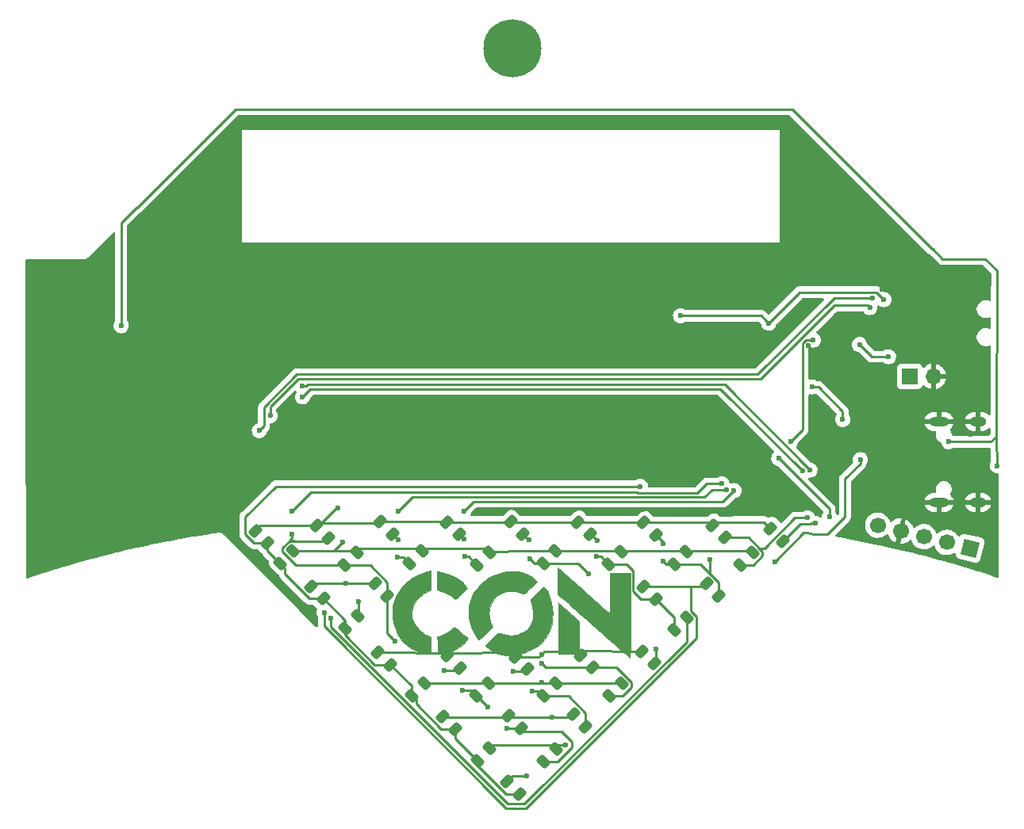
<source format=gbr>
G04 #@! TF.GenerationSoftware,KiCad,Pcbnew,(5.99.0-9526-g5c17ff0595)*
G04 #@! TF.CreationDate,2021-06-05T18:49:18-05:00*
G04 #@! TF.ProjectId,BlueTeamCon,426c7565-5465-4616-9d43-6f6e2e6b6963,rev?*
G04 #@! TF.SameCoordinates,Original*
G04 #@! TF.FileFunction,Copper,L1,Top*
G04 #@! TF.FilePolarity,Positive*
%FSLAX46Y46*%
G04 Gerber Fmt 4.6, Leading zero omitted, Abs format (unit mm)*
G04 Created by KiCad (PCBNEW (5.99.0-9526-g5c17ff0595)) date 2021-06-05 18:49:18*
%MOMM*%
%LPD*%
G01*
G04 APERTURE LIST*
G04 Aperture macros list*
%AMRoundRect*
0 Rectangle with rounded corners*
0 $1 Rounding radius*
0 $2 $3 $4 $5 $6 $7 $8 $9 X,Y pos of 4 corners*
0 Add a 4 corners polygon primitive as box body*
4,1,4,$2,$3,$4,$5,$6,$7,$8,$9,$2,$3,0*
0 Add four circle primitives for the rounded corners*
1,1,$1+$1,$2,$3*
1,1,$1+$1,$4,$5*
1,1,$1+$1,$6,$7*
1,1,$1+$1,$8,$9*
0 Add four rect primitives between the rounded corners*
20,1,$1+$1,$2,$3,$4,$5,0*
20,1,$1+$1,$4,$5,$6,$7,0*
20,1,$1+$1,$6,$7,$8,$9,0*
20,1,$1+$1,$8,$9,$2,$3,0*%
%AMHorizOval*
0 Thick line with rounded ends*
0 $1 width*
0 $2 $3 position (X,Y) of the first rounded end (center of the circle)*
0 $4 $5 position (X,Y) of the second rounded end (center of the circle)*
0 Add line between two ends*
20,1,$1,$2,$3,$4,$5,0*
0 Add two circle primitives to create the rounded ends*
1,1,$1,$2,$3*
1,1,$1,$4,$5*%
%AMRotRect*
0 Rectangle, with rotation*
0 The origin of the aperture is its center*
0 $1 length*
0 $2 width*
0 $3 Rotation angle, in degrees counterclockwise*
0 Add horizontal line*
21,1,$1,$2,0,0,$3*%
G04 Aperture macros list end*
G04 #@! TA.AperFunction,EtchedComponent*
%ADD10C,0.010000*%
G04 #@! TD*
G04 #@! TA.AperFunction,SMDPad,CuDef*
%ADD11RoundRect,0.243750X0.494975X0.150260X0.150260X0.494975X-0.494975X-0.150260X-0.150260X-0.494975X0*%
G04 #@! TD*
G04 #@! TA.AperFunction,SMDPad,CuDef*
%ADD12RoundRect,0.243750X0.150260X-0.494975X0.494975X-0.150260X-0.150260X0.494975X-0.494975X0.150260X0*%
G04 #@! TD*
G04 #@! TA.AperFunction,ComponentPad*
%ADD13C,6.200000*%
G04 #@! TD*
G04 #@! TA.AperFunction,ComponentPad*
%ADD14RotRect,1.700000X1.700000X76.000000*%
G04 #@! TD*
G04 #@! TA.AperFunction,ComponentPad*
%ADD15HorizOval,1.700000X0.000000X0.000000X0.000000X0.000000X0*%
G04 #@! TD*
G04 #@! TA.AperFunction,ComponentPad*
%ADD16O,2.100000X1.000000*%
G04 #@! TD*
G04 #@! TA.AperFunction,ComponentPad*
%ADD17O,1.800000X1.000000*%
G04 #@! TD*
G04 #@! TA.AperFunction,ComponentPad*
%ADD18R,1.700000X1.700000*%
G04 #@! TD*
G04 #@! TA.AperFunction,ComponentPad*
%ADD19O,1.700000X1.700000*%
G04 #@! TD*
G04 #@! TA.AperFunction,ViaPad*
%ADD20C,0.600000*%
G04 #@! TD*
G04 #@! TA.AperFunction,Conductor*
%ADD21C,0.250000*%
G04 #@! TD*
G04 APERTURE END LIST*
D10*
X149877588Y-115313054D02*
X150289718Y-115680368D01*
X150289718Y-115680368D02*
X150683728Y-116031107D01*
X150683728Y-116031107D02*
X151055052Y-116361229D01*
X151055052Y-116361229D02*
X151399121Y-116666693D01*
X151399121Y-116666693D02*
X151711369Y-116943459D01*
X151711369Y-116943459D02*
X151987228Y-117187485D01*
X151987228Y-117187485D02*
X152222131Y-117394730D01*
X152222131Y-117394730D02*
X152411511Y-117561154D01*
X152411511Y-117561154D02*
X152550800Y-117682716D01*
X152550800Y-117682716D02*
X152635430Y-117755374D01*
X152635430Y-117755374D02*
X152661005Y-117775667D01*
X152661005Y-117775667D02*
X152665249Y-117734650D01*
X152665249Y-117734650D02*
X152669224Y-117616864D01*
X152669224Y-117616864D02*
X152672850Y-117430207D01*
X152672850Y-117430207D02*
X152676046Y-117182576D01*
X152676046Y-117182576D02*
X152678735Y-116881869D01*
X152678735Y-116881869D02*
X152680835Y-116535984D01*
X152680835Y-116535984D02*
X152682267Y-116152819D01*
X152682267Y-116152819D02*
X152682952Y-115740270D01*
X152682952Y-115740270D02*
X152683000Y-115595500D01*
X152683000Y-115595500D02*
X152683000Y-113415333D01*
X152683000Y-113415333D02*
X154842000Y-113415333D01*
X154842000Y-113415333D02*
X154842000Y-117945000D01*
X154842000Y-117945000D02*
X154841710Y-118556506D01*
X154841710Y-118556506D02*
X154840864Y-119143697D01*
X154840864Y-119143697D02*
X154839502Y-119701096D01*
X154839502Y-119701096D02*
X154837662Y-120223227D01*
X154837662Y-120223227D02*
X154835382Y-120704611D01*
X154835382Y-120704611D02*
X154832701Y-121139773D01*
X154832701Y-121139773D02*
X154829656Y-121523234D01*
X154829656Y-121523234D02*
X154826287Y-121849519D01*
X154826287Y-121849519D02*
X154822632Y-122113150D01*
X154822632Y-122113150D02*
X154818729Y-122308650D01*
X154818729Y-122308650D02*
X154814617Y-122430542D01*
X154814617Y-122430542D02*
X154810333Y-122473349D01*
X154810333Y-122473349D02*
X154810250Y-122473361D01*
X154810250Y-122473361D02*
X154775048Y-122445680D01*
X154775048Y-122445680D02*
X154680497Y-122365317D01*
X154680497Y-122365317D02*
X154530585Y-122235776D01*
X154530585Y-122235776D02*
X154329301Y-122060557D01*
X154329301Y-122060557D02*
X154080633Y-121843165D01*
X154080633Y-121843165D02*
X153788570Y-121587103D01*
X153788570Y-121587103D02*
X153457101Y-121295872D01*
X153457101Y-121295872D02*
X153090215Y-120972976D01*
X153090215Y-120972976D02*
X152691900Y-120621917D01*
X152691900Y-120621917D02*
X152266144Y-120246198D01*
X152266144Y-120246198D02*
X151816937Y-119849321D01*
X151816937Y-119849321D02*
X151348268Y-119434791D01*
X151348268Y-119434791D02*
X151116667Y-119229779D01*
X151116667Y-119229779D02*
X150636447Y-118804583D01*
X150636447Y-118804583D02*
X150171522Y-118392935D01*
X150171522Y-118392935D02*
X149726103Y-117998562D01*
X149726103Y-117998562D02*
X149304402Y-117625193D01*
X149304402Y-117625193D02*
X148910628Y-117276557D01*
X148910628Y-117276557D02*
X148548995Y-116956382D01*
X148548995Y-116956382D02*
X148223713Y-116668397D01*
X148223713Y-116668397D02*
X147938994Y-116416329D01*
X147938994Y-116416329D02*
X147699048Y-116203908D01*
X147699048Y-116203908D02*
X147508087Y-116034862D01*
X147508087Y-116034862D02*
X147370322Y-115912919D01*
X147370322Y-115912919D02*
X147289965Y-115841808D01*
X147289965Y-115841808D02*
X147274340Y-115827989D01*
X147274340Y-115827989D02*
X147093847Y-115668477D01*
X147093847Y-115668477D02*
X147116167Y-112850441D01*
X147116167Y-112850441D02*
X149877588Y-115313054D01*
X149877588Y-115313054D02*
X149877588Y-115313054D01*
G36*
X149877588Y-115313054D02*
G01*
X150289718Y-115680368D01*
X150683728Y-116031107D01*
X151055052Y-116361229D01*
X151399121Y-116666693D01*
X151711369Y-116943459D01*
X151987228Y-117187485D01*
X152222131Y-117394730D01*
X152411511Y-117561154D01*
X152550800Y-117682716D01*
X152635430Y-117755374D01*
X152661005Y-117775667D01*
X152665249Y-117734650D01*
X152669224Y-117616864D01*
X152672850Y-117430207D01*
X152676046Y-117182576D01*
X152678735Y-116881869D01*
X152680835Y-116535984D01*
X152682267Y-116152819D01*
X152682952Y-115740270D01*
X152683000Y-115595500D01*
X152683000Y-113415333D01*
X154842000Y-113415333D01*
X154842000Y-117945000D01*
X154841710Y-118556506D01*
X154840864Y-119143697D01*
X154839502Y-119701096D01*
X154837662Y-120223227D01*
X154835382Y-120704611D01*
X154832701Y-121139773D01*
X154829656Y-121523234D01*
X154826287Y-121849519D01*
X154822632Y-122113150D01*
X154818729Y-122308650D01*
X154814617Y-122430542D01*
X154810333Y-122473349D01*
X154810250Y-122473361D01*
X154775048Y-122445680D01*
X154680497Y-122365317D01*
X154530585Y-122235776D01*
X154329301Y-122060557D01*
X154080633Y-121843165D01*
X153788570Y-121587103D01*
X153457101Y-121295872D01*
X153090215Y-120972976D01*
X152691900Y-120621917D01*
X152266144Y-120246198D01*
X151816937Y-119849321D01*
X151348268Y-119434791D01*
X151116667Y-119229779D01*
X150636447Y-118804583D01*
X150171522Y-118392935D01*
X149726103Y-117998562D01*
X149304402Y-117625193D01*
X148910628Y-117276557D01*
X148548995Y-116956382D01*
X148223713Y-116668397D01*
X147938994Y-116416329D01*
X147699048Y-116203908D01*
X147508087Y-116034862D01*
X147370322Y-115912919D01*
X147289965Y-115841808D01*
X147274340Y-115827989D01*
X147093847Y-115668477D01*
X147116167Y-112850441D01*
X149877588Y-115313054D01*
G37*
X149877588Y-115313054D02*
X150289718Y-115680368D01*
X150683728Y-116031107D01*
X151055052Y-116361229D01*
X151399121Y-116666693D01*
X151711369Y-116943459D01*
X151987228Y-117187485D01*
X152222131Y-117394730D01*
X152411511Y-117561154D01*
X152550800Y-117682716D01*
X152635430Y-117755374D01*
X152661005Y-117775667D01*
X152665249Y-117734650D01*
X152669224Y-117616864D01*
X152672850Y-117430207D01*
X152676046Y-117182576D01*
X152678735Y-116881869D01*
X152680835Y-116535984D01*
X152682267Y-116152819D01*
X152682952Y-115740270D01*
X152683000Y-115595500D01*
X152683000Y-113415333D01*
X154842000Y-113415333D01*
X154842000Y-117945000D01*
X154841710Y-118556506D01*
X154840864Y-119143697D01*
X154839502Y-119701096D01*
X154837662Y-120223227D01*
X154835382Y-120704611D01*
X154832701Y-121139773D01*
X154829656Y-121523234D01*
X154826287Y-121849519D01*
X154822632Y-122113150D01*
X154818729Y-122308650D01*
X154814617Y-122430542D01*
X154810333Y-122473349D01*
X154810250Y-122473361D01*
X154775048Y-122445680D01*
X154680497Y-122365317D01*
X154530585Y-122235776D01*
X154329301Y-122060557D01*
X154080633Y-121843165D01*
X153788570Y-121587103D01*
X153457101Y-121295872D01*
X153090215Y-120972976D01*
X152691900Y-120621917D01*
X152266144Y-120246198D01*
X151816937Y-119849321D01*
X151348268Y-119434791D01*
X151116667Y-119229779D01*
X150636447Y-118804583D01*
X150171522Y-118392935D01*
X149726103Y-117998562D01*
X149304402Y-117625193D01*
X148910628Y-117276557D01*
X148548995Y-116956382D01*
X148223713Y-116668397D01*
X147938994Y-116416329D01*
X147699048Y-116203908D01*
X147508087Y-116034862D01*
X147370322Y-115912919D01*
X147289965Y-115841808D01*
X147274340Y-115827989D01*
X147093847Y-115668477D01*
X147116167Y-112850441D01*
X149877588Y-115313054D01*
X147172177Y-116604707D02*
X147263108Y-116676074D01*
X147263108Y-116676074D02*
X147402335Y-116791851D01*
X147402335Y-116791851D02*
X147582606Y-116945851D01*
X147582606Y-116945851D02*
X147796670Y-117131885D01*
X147796670Y-117131885D02*
X148037275Y-117343765D01*
X148037275Y-117343765D02*
X148269750Y-117550753D01*
X148269750Y-117550753D02*
X149381000Y-118545129D01*
X149381000Y-118545129D02*
X149381000Y-122051333D01*
X149381000Y-122051333D02*
X147143889Y-122051333D01*
X147143889Y-122051333D02*
X147129488Y-119331417D01*
X147129488Y-119331417D02*
X147127319Y-118859195D01*
X147127319Y-118859195D02*
X147125908Y-118412137D01*
X147125908Y-118412137D02*
X147125236Y-117997408D01*
X147125236Y-117997408D02*
X147125284Y-117622175D01*
X147125284Y-117622175D02*
X147126033Y-117293605D01*
X147126033Y-117293605D02*
X147127463Y-117018863D01*
X147127463Y-117018863D02*
X147129556Y-116805115D01*
X147129556Y-116805115D02*
X147132293Y-116659529D01*
X147132293Y-116659529D02*
X147135655Y-116589270D01*
X147135655Y-116589270D02*
X147136793Y-116583938D01*
X147136793Y-116583938D02*
X147172177Y-116604707D01*
X147172177Y-116604707D02*
X147172177Y-116604707D01*
G36*
X147172177Y-116604707D02*
G01*
X147263108Y-116676074D01*
X147402335Y-116791851D01*
X147582606Y-116945851D01*
X147796670Y-117131885D01*
X148037275Y-117343765D01*
X148269750Y-117550753D01*
X149381000Y-118545129D01*
X149381000Y-122051333D01*
X147143889Y-122051333D01*
X147129488Y-119331417D01*
X147127319Y-118859195D01*
X147125908Y-118412137D01*
X147125236Y-117997408D01*
X147125284Y-117622175D01*
X147126033Y-117293605D01*
X147127463Y-117018863D01*
X147129556Y-116805115D01*
X147132293Y-116659529D01*
X147135655Y-116589270D01*
X147136793Y-116583938D01*
X147172177Y-116604707D01*
G37*
X147172177Y-116604707D02*
X147263108Y-116676074D01*
X147402335Y-116791851D01*
X147582606Y-116945851D01*
X147796670Y-117131885D01*
X148037275Y-117343765D01*
X148269750Y-117550753D01*
X149381000Y-118545129D01*
X149381000Y-122051333D01*
X147143889Y-122051333D01*
X147129488Y-119331417D01*
X147127319Y-118859195D01*
X147125908Y-118412137D01*
X147125236Y-117997408D01*
X147125284Y-117622175D01*
X147126033Y-117293605D01*
X147127463Y-117018863D01*
X147129556Y-116805115D01*
X147132293Y-116659529D01*
X147135655Y-116589270D01*
X147136793Y-116583938D01*
X147172177Y-116604707D01*
X133503617Y-114187110D02*
X133501235Y-115214500D01*
X133501235Y-115214500D02*
X133205123Y-115355809D01*
X133205123Y-115355809D02*
X132748345Y-115615859D01*
X132748345Y-115615859D02*
X132357466Y-115928080D01*
X132357466Y-115928080D02*
X132033622Y-116291149D01*
X132033622Y-116291149D02*
X131777951Y-116703745D01*
X131777951Y-116703745D02*
X131591591Y-117164544D01*
X131591591Y-117164544D02*
X131561505Y-117266816D01*
X131561505Y-117266816D02*
X131501309Y-117521364D01*
X131501309Y-117521364D02*
X131478587Y-117734874D01*
X131478587Y-117734874D02*
X131492562Y-117941842D01*
X131492562Y-117941842D02*
X131541155Y-118171723D01*
X131541155Y-118171723D02*
X131694099Y-118598649D01*
X131694099Y-118598649D02*
X131927679Y-119005335D01*
X131927679Y-119005335D02*
X132243021Y-119393657D01*
X132243021Y-119393657D02*
X132321174Y-119474494D01*
X132321174Y-119474494D02*
X132501590Y-119649799D01*
X132501590Y-119649799D02*
X132654014Y-119779984D01*
X132654014Y-119779984D02*
X132805158Y-119884546D01*
X132805158Y-119884546D02*
X132981734Y-119982985D01*
X132981734Y-119982985D02*
X133095311Y-120039609D01*
X133095311Y-120039609D02*
X133506000Y-120239397D01*
X133506000Y-120239397D02*
X133506000Y-122051333D01*
X133506000Y-122051333D02*
X133389583Y-122047145D01*
X133389583Y-122047145D02*
X133292713Y-122038704D01*
X133292713Y-122038704D02*
X133141710Y-122020151D01*
X133141710Y-122020151D02*
X132965977Y-121995163D01*
X132965977Y-121995163D02*
X132930214Y-121989681D01*
X132930214Y-121989681D02*
X132338417Y-121859398D01*
X132338417Y-121859398D02*
X131796489Y-121661043D01*
X131796489Y-121661043D02*
X131306194Y-121396215D01*
X131306194Y-121396215D02*
X130869294Y-121066514D01*
X130869294Y-121066514D02*
X130487550Y-120673538D01*
X130487550Y-120673538D02*
X130162726Y-120218887D01*
X130162726Y-120218887D02*
X129896583Y-119704160D01*
X129896583Y-119704160D02*
X129690883Y-119130957D01*
X129690883Y-119130957D02*
X129660662Y-119022627D01*
X129660662Y-119022627D02*
X129569616Y-118624463D01*
X129569616Y-118624463D02*
X129499649Y-118200664D01*
X129499649Y-118200664D02*
X129455722Y-117786808D01*
X129455722Y-117786808D02*
X129442546Y-117458167D01*
X129442546Y-117458167D02*
X129483808Y-116961329D01*
X129483808Y-116961329D02*
X129603415Y-116465440D01*
X129603415Y-116465440D02*
X129795280Y-115977761D01*
X129795280Y-115977761D02*
X130053318Y-115505553D01*
X130053318Y-115505553D02*
X130371441Y-115056075D01*
X130371441Y-115056075D02*
X130743563Y-114636590D01*
X130743563Y-114636590D02*
X131163598Y-114254359D01*
X131163598Y-114254359D02*
X131625460Y-113916641D01*
X131625460Y-113916641D02*
X132123061Y-113630697D01*
X132123061Y-113630697D02*
X132650317Y-113403790D01*
X132650317Y-113403790D02*
X132913333Y-113317626D01*
X132913333Y-113317626D02*
X133091319Y-113266146D01*
X133091319Y-113266146D02*
X133251181Y-113221550D01*
X133251181Y-113221550D02*
X133365945Y-113191309D01*
X133365945Y-113191309D02*
X133389583Y-113185695D01*
X133389583Y-113185695D02*
X133506000Y-113159720D01*
X133506000Y-113159720D02*
X133503617Y-114187110D01*
X133503617Y-114187110D02*
X133503617Y-114187110D01*
G36*
X133503617Y-114187110D02*
G01*
X133501235Y-115214500D01*
X133205123Y-115355809D01*
X132748345Y-115615859D01*
X132357466Y-115928080D01*
X132033622Y-116291149D01*
X131777951Y-116703745D01*
X131591591Y-117164544D01*
X131561505Y-117266816D01*
X131501309Y-117521364D01*
X131478587Y-117734874D01*
X131492562Y-117941842D01*
X131541155Y-118171723D01*
X131694099Y-118598649D01*
X131927679Y-119005335D01*
X132243021Y-119393657D01*
X132321174Y-119474494D01*
X132501590Y-119649799D01*
X132654014Y-119779984D01*
X132805158Y-119884546D01*
X132981734Y-119982985D01*
X133095311Y-120039609D01*
X133506000Y-120239397D01*
X133506000Y-122051333D01*
X133389583Y-122047145D01*
X133292713Y-122038704D01*
X133141710Y-122020151D01*
X132965977Y-121995163D01*
X132930214Y-121989681D01*
X132338417Y-121859398D01*
X131796489Y-121661043D01*
X131306194Y-121396215D01*
X130869294Y-121066514D01*
X130487550Y-120673538D01*
X130162726Y-120218887D01*
X129896583Y-119704160D01*
X129690883Y-119130957D01*
X129660662Y-119022627D01*
X129569616Y-118624463D01*
X129499649Y-118200664D01*
X129455722Y-117786808D01*
X129442546Y-117458167D01*
X129483808Y-116961329D01*
X129603415Y-116465440D01*
X129795280Y-115977761D01*
X130053318Y-115505553D01*
X130371441Y-115056075D01*
X130743563Y-114636590D01*
X131163598Y-114254359D01*
X131625460Y-113916641D01*
X132123061Y-113630697D01*
X132650317Y-113403790D01*
X132913333Y-113317626D01*
X133091319Y-113266146D01*
X133251181Y-113221550D01*
X133365945Y-113191309D01*
X133389583Y-113185695D01*
X133506000Y-113159720D01*
X133503617Y-114187110D01*
G37*
X133503617Y-114187110D02*
X133501235Y-115214500D01*
X133205123Y-115355809D01*
X132748345Y-115615859D01*
X132357466Y-115928080D01*
X132033622Y-116291149D01*
X131777951Y-116703745D01*
X131591591Y-117164544D01*
X131561505Y-117266816D01*
X131501309Y-117521364D01*
X131478587Y-117734874D01*
X131492562Y-117941842D01*
X131541155Y-118171723D01*
X131694099Y-118598649D01*
X131927679Y-119005335D01*
X132243021Y-119393657D01*
X132321174Y-119474494D01*
X132501590Y-119649799D01*
X132654014Y-119779984D01*
X132805158Y-119884546D01*
X132981734Y-119982985D01*
X133095311Y-120039609D01*
X133506000Y-120239397D01*
X133506000Y-122051333D01*
X133389583Y-122047145D01*
X133292713Y-122038704D01*
X133141710Y-122020151D01*
X132965977Y-121995163D01*
X132930214Y-121989681D01*
X132338417Y-121859398D01*
X131796489Y-121661043D01*
X131306194Y-121396215D01*
X130869294Y-121066514D01*
X130487550Y-120673538D01*
X130162726Y-120218887D01*
X129896583Y-119704160D01*
X129690883Y-119130957D01*
X129660662Y-119022627D01*
X129569616Y-118624463D01*
X129499649Y-118200664D01*
X129455722Y-117786808D01*
X129442546Y-117458167D01*
X129483808Y-116961329D01*
X129603415Y-116465440D01*
X129795280Y-115977761D01*
X130053318Y-115505553D01*
X130371441Y-115056075D01*
X130743563Y-114636590D01*
X131163598Y-114254359D01*
X131625460Y-113916641D01*
X132123061Y-113630697D01*
X132650317Y-113403790D01*
X132913333Y-113317626D01*
X133091319Y-113266146D01*
X133251181Y-113221550D01*
X133365945Y-113191309D01*
X133389583Y-113185695D01*
X133506000Y-113159720D01*
X133503617Y-114187110D01*
X142763651Y-113277901D02*
X143240795Y-113359023D01*
X143240795Y-113359023D02*
X143687136Y-113496770D01*
X143687136Y-113496770D02*
X144093849Y-113691954D01*
X144093849Y-113691954D02*
X144452110Y-113945387D01*
X144452110Y-113945387D02*
X144565106Y-114048669D01*
X144565106Y-114048669D02*
X144688760Y-114174081D01*
X144688760Y-114174081D02*
X144784669Y-114279799D01*
X144784669Y-114279799D02*
X144839560Y-114350744D01*
X144839560Y-114350744D02*
X144847461Y-114369445D01*
X144847461Y-114369445D02*
X144816553Y-114409139D01*
X144816553Y-114409139D02*
X144732370Y-114496920D01*
X144732370Y-114496920D02*
X144604113Y-114623737D01*
X144604113Y-114623737D02*
X144440988Y-114780538D01*
X144440988Y-114780538D02*
X144252196Y-114958272D01*
X144252196Y-114958272D02*
X144188218Y-115017764D01*
X144188218Y-115017764D02*
X143960903Y-115226708D01*
X143960903Y-115226708D02*
X143785989Y-115382679D01*
X143785989Y-115382679D02*
X143655414Y-115491968D01*
X143655414Y-115491968D02*
X143561114Y-115560867D01*
X143561114Y-115560867D02*
X143495025Y-115595668D01*
X143495025Y-115595668D02*
X143449083Y-115602663D01*
X143449083Y-115602663D02*
X143440674Y-115601041D01*
X143440674Y-115601041D02*
X143359845Y-115579263D01*
X143359845Y-115579263D02*
X143221524Y-115541561D01*
X143221524Y-115541561D02*
X143049837Y-115494519D01*
X143049837Y-115494519D02*
X142967500Y-115471887D01*
X142967500Y-115471887D02*
X142557523Y-115390956D01*
X142557523Y-115390956D02*
X142141912Y-115367844D01*
X142141912Y-115367844D02*
X141733618Y-115399542D01*
X141733618Y-115399542D02*
X141345591Y-115483042D01*
X141345591Y-115483042D02*
X140990783Y-115615333D01*
X140990783Y-115615333D02*
X140682145Y-115793409D01*
X140682145Y-115793409D02*
X140432628Y-116014259D01*
X140432628Y-116014259D02*
X140383912Y-116072114D01*
X140383912Y-116072114D02*
X140102834Y-116473914D01*
X140102834Y-116473914D02*
X139902996Y-116870977D01*
X139902996Y-116870977D02*
X139783247Y-117271294D01*
X139783247Y-117271294D02*
X139742437Y-117682856D01*
X139742437Y-117682856D02*
X139779415Y-118113655D01*
X139779415Y-118113655D02*
X139893030Y-118571682D01*
X139893030Y-118571682D02*
X139986173Y-118834000D01*
X139986173Y-118834000D02*
X140044133Y-118988632D01*
X140044133Y-118988632D02*
X140087544Y-119115017D01*
X140087544Y-119115017D02*
X140108829Y-119190774D01*
X140108829Y-119190774D02*
X140109805Y-119199129D01*
X140109805Y-119199129D02*
X140079858Y-119237090D01*
X140079858Y-119237090D02*
X139997145Y-119321069D01*
X139997145Y-119321069D02*
X139872505Y-119441197D01*
X139872505Y-119441197D02*
X139716773Y-119587606D01*
X139716773Y-119587606D02*
X139540788Y-119750427D01*
X139540788Y-119750427D02*
X139355386Y-119919793D01*
X139355386Y-119919793D02*
X139171404Y-120085836D01*
X139171404Y-120085836D02*
X138999679Y-120238686D01*
X138999679Y-120238686D02*
X138851049Y-120368477D01*
X138851049Y-120368477D02*
X138736350Y-120465339D01*
X138736350Y-120465339D02*
X138666420Y-120519404D01*
X138666420Y-120519404D02*
X138651196Y-120527333D01*
X138651196Y-120527333D02*
X138616885Y-120495794D01*
X138616885Y-120495794D02*
X138546656Y-120412196D01*
X138546656Y-120412196D02*
X138454232Y-120293070D01*
X138454232Y-120293070D02*
X138431551Y-120262750D01*
X138431551Y-120262750D02*
X138269328Y-120015980D01*
X138269328Y-120015980D02*
X138104459Y-119715800D01*
X138104459Y-119715800D02*
X137951040Y-119391797D01*
X137951040Y-119391797D02*
X137823170Y-119073553D01*
X137823170Y-119073553D02*
X137740617Y-118812833D01*
X137740617Y-118812833D02*
X137620007Y-118198366D01*
X137620007Y-118198366D02*
X137581324Y-117595625D01*
X137581324Y-117595625D02*
X137623370Y-117009001D01*
X137623370Y-117009001D02*
X137744949Y-116442886D01*
X137744949Y-116442886D02*
X137944864Y-115901673D01*
X137944864Y-115901673D02*
X138221918Y-115389752D01*
X138221918Y-115389752D02*
X138574915Y-114911517D01*
X138574915Y-114911517D02*
X138896645Y-114570025D01*
X138896645Y-114570025D02*
X139302500Y-114227367D01*
X139302500Y-114227367D02*
X139748154Y-113934841D01*
X139748154Y-113934841D02*
X140224782Y-113693258D01*
X140224782Y-113693258D02*
X140723559Y-113503430D01*
X140723559Y-113503430D02*
X141235660Y-113366169D01*
X141235660Y-113366169D02*
X141752259Y-113282286D01*
X141752259Y-113282286D02*
X142264531Y-113252592D01*
X142264531Y-113252592D02*
X142763651Y-113277901D01*
X142763651Y-113277901D02*
X142763651Y-113277901D01*
G36*
X142763651Y-113277901D02*
G01*
X143240795Y-113359023D01*
X143687136Y-113496770D01*
X144093849Y-113691954D01*
X144452110Y-113945387D01*
X144565106Y-114048669D01*
X144688760Y-114174081D01*
X144784669Y-114279799D01*
X144839560Y-114350744D01*
X144847461Y-114369445D01*
X144816553Y-114409139D01*
X144732370Y-114496920D01*
X144604113Y-114623737D01*
X144440988Y-114780538D01*
X144252196Y-114958272D01*
X144188218Y-115017764D01*
X143960903Y-115226708D01*
X143785989Y-115382679D01*
X143655414Y-115491968D01*
X143561114Y-115560867D01*
X143495025Y-115595668D01*
X143449083Y-115602663D01*
X143440674Y-115601041D01*
X143359845Y-115579263D01*
X143221524Y-115541561D01*
X143049837Y-115494519D01*
X142967500Y-115471887D01*
X142557523Y-115390956D01*
X142141912Y-115367844D01*
X141733618Y-115399542D01*
X141345591Y-115483042D01*
X140990783Y-115615333D01*
X140682145Y-115793409D01*
X140432628Y-116014259D01*
X140383912Y-116072114D01*
X140102834Y-116473914D01*
X139902996Y-116870977D01*
X139783247Y-117271294D01*
X139742437Y-117682856D01*
X139779415Y-118113655D01*
X139893030Y-118571682D01*
X139986173Y-118834000D01*
X140044133Y-118988632D01*
X140087544Y-119115017D01*
X140108829Y-119190774D01*
X140109805Y-119199129D01*
X140079858Y-119237090D01*
X139997145Y-119321069D01*
X139872505Y-119441197D01*
X139716773Y-119587606D01*
X139540788Y-119750427D01*
X139355386Y-119919793D01*
X139171404Y-120085836D01*
X138999679Y-120238686D01*
X138851049Y-120368477D01*
X138736350Y-120465339D01*
X138666420Y-120519404D01*
X138651196Y-120527333D01*
X138616885Y-120495794D01*
X138546656Y-120412196D01*
X138454232Y-120293070D01*
X138431551Y-120262750D01*
X138269328Y-120015980D01*
X138104459Y-119715800D01*
X137951040Y-119391797D01*
X137823170Y-119073553D01*
X137740617Y-118812833D01*
X137620007Y-118198366D01*
X137581324Y-117595625D01*
X137623370Y-117009001D01*
X137744949Y-116442886D01*
X137944864Y-115901673D01*
X138221918Y-115389752D01*
X138574915Y-114911517D01*
X138896645Y-114570025D01*
X139302500Y-114227367D01*
X139748154Y-113934841D01*
X140224782Y-113693258D01*
X140723559Y-113503430D01*
X141235660Y-113366169D01*
X141752259Y-113282286D01*
X142264531Y-113252592D01*
X142763651Y-113277901D01*
G37*
X142763651Y-113277901D02*
X143240795Y-113359023D01*
X143687136Y-113496770D01*
X144093849Y-113691954D01*
X144452110Y-113945387D01*
X144565106Y-114048669D01*
X144688760Y-114174081D01*
X144784669Y-114279799D01*
X144839560Y-114350744D01*
X144847461Y-114369445D01*
X144816553Y-114409139D01*
X144732370Y-114496920D01*
X144604113Y-114623737D01*
X144440988Y-114780538D01*
X144252196Y-114958272D01*
X144188218Y-115017764D01*
X143960903Y-115226708D01*
X143785989Y-115382679D01*
X143655414Y-115491968D01*
X143561114Y-115560867D01*
X143495025Y-115595668D01*
X143449083Y-115602663D01*
X143440674Y-115601041D01*
X143359845Y-115579263D01*
X143221524Y-115541561D01*
X143049837Y-115494519D01*
X142967500Y-115471887D01*
X142557523Y-115390956D01*
X142141912Y-115367844D01*
X141733618Y-115399542D01*
X141345591Y-115483042D01*
X140990783Y-115615333D01*
X140682145Y-115793409D01*
X140432628Y-116014259D01*
X140383912Y-116072114D01*
X140102834Y-116473914D01*
X139902996Y-116870977D01*
X139783247Y-117271294D01*
X139742437Y-117682856D01*
X139779415Y-118113655D01*
X139893030Y-118571682D01*
X139986173Y-118834000D01*
X140044133Y-118988632D01*
X140087544Y-119115017D01*
X140108829Y-119190774D01*
X140109805Y-119199129D01*
X140079858Y-119237090D01*
X139997145Y-119321069D01*
X139872505Y-119441197D01*
X139716773Y-119587606D01*
X139540788Y-119750427D01*
X139355386Y-119919793D01*
X139171404Y-120085836D01*
X138999679Y-120238686D01*
X138851049Y-120368477D01*
X138736350Y-120465339D01*
X138666420Y-120519404D01*
X138651196Y-120527333D01*
X138616885Y-120495794D01*
X138546656Y-120412196D01*
X138454232Y-120293070D01*
X138431551Y-120262750D01*
X138269328Y-120015980D01*
X138104459Y-119715800D01*
X137951040Y-119391797D01*
X137823170Y-119073553D01*
X137740617Y-118812833D01*
X137620007Y-118198366D01*
X137581324Y-117595625D01*
X137623370Y-117009001D01*
X137744949Y-116442886D01*
X137944864Y-115901673D01*
X138221918Y-115389752D01*
X138574915Y-114911517D01*
X138896645Y-114570025D01*
X139302500Y-114227367D01*
X139748154Y-113934841D01*
X140224782Y-113693258D01*
X140723559Y-113503430D01*
X141235660Y-113366169D01*
X141752259Y-113282286D01*
X142264531Y-113252592D01*
X142763651Y-113277901D01*
X145663909Y-114931597D02*
X145755029Y-115022242D01*
X145755029Y-115022242D02*
X145859566Y-115153551D01*
X145859566Y-115153551D02*
X145964276Y-115308519D01*
X145964276Y-115308519D02*
X146055913Y-115470141D01*
X146055913Y-115470141D02*
X146075075Y-115509270D01*
X146075075Y-115509270D02*
X146274123Y-116013918D01*
X146274123Y-116013918D02*
X146419890Y-116561974D01*
X146419890Y-116561974D02*
X146511266Y-117136079D01*
X146511266Y-117136079D02*
X146547137Y-117718874D01*
X146547137Y-117718874D02*
X146526392Y-118292999D01*
X146526392Y-118292999D02*
X146447919Y-118841095D01*
X146447919Y-118841095D02*
X146319239Y-119320833D01*
X146319239Y-119320833D02*
X146146945Y-119745596D01*
X146146945Y-119745596D02*
X145929611Y-120153699D01*
X145929611Y-120153699D02*
X145680412Y-120523541D01*
X145680412Y-120523541D02*
X145412525Y-120833521D01*
X145412525Y-120833521D02*
X145372980Y-120872152D01*
X145372980Y-120872152D02*
X145181794Y-121031169D01*
X145181794Y-121031169D02*
X144928708Y-121207429D01*
X144928708Y-121207429D02*
X144631946Y-121390808D01*
X144631946Y-121390808D02*
X144309729Y-121571184D01*
X144309729Y-121571184D02*
X143980281Y-121738434D01*
X143980281Y-121738434D02*
X143661824Y-121882436D01*
X143661824Y-121882436D02*
X143372581Y-121993065D01*
X143372581Y-121993065D02*
X143329905Y-122007097D01*
X143329905Y-122007097D02*
X142836105Y-122136144D01*
X142836105Y-122136144D02*
X142334806Y-122213021D01*
X142334806Y-122213021D02*
X141851544Y-122234656D01*
X141851544Y-122234656D02*
X141570500Y-122218809D01*
X141570500Y-122218809D02*
X141137753Y-122149852D01*
X141137753Y-122149852D02*
X140729083Y-122028736D01*
X140729083Y-122028736D02*
X140342833Y-121861897D01*
X140342833Y-121861897D02*
X140150630Y-121759688D01*
X140150630Y-121759688D02*
X139953121Y-121640868D01*
X139953121Y-121640868D02*
X139764193Y-121515463D01*
X139764193Y-121515463D02*
X139597733Y-121393502D01*
X139597733Y-121393502D02*
X139467627Y-121285013D01*
X139467627Y-121285013D02*
X139387763Y-121200024D01*
X139387763Y-121200024D02*
X139369167Y-121158813D01*
X139369167Y-121158813D02*
X139399053Y-121106290D01*
X139399053Y-121106290D02*
X139481279Y-121008433D01*
X139481279Y-121008433D02*
X139604696Y-120875925D01*
X139604696Y-120875925D02*
X139758153Y-120719446D01*
X139758153Y-120719446D02*
X139930502Y-120549677D01*
X139930502Y-120549677D02*
X140110593Y-120377300D01*
X140110593Y-120377300D02*
X140287277Y-120212994D01*
X140287277Y-120212994D02*
X140449404Y-120067442D01*
X140449404Y-120067442D02*
X140585825Y-119951324D01*
X140585825Y-119951324D02*
X140685390Y-119875321D01*
X140685390Y-119875321D02*
X140735377Y-119850000D01*
X140735377Y-119850000D02*
X140811509Y-119859409D01*
X140811509Y-119859409D02*
X140948231Y-119884805D01*
X140948231Y-119884805D02*
X141123920Y-119921944D01*
X141123920Y-119921944D02*
X141259830Y-119952965D01*
X141259830Y-119952965D02*
X141652471Y-120035787D01*
X141652471Y-120035787D02*
X141986405Y-120081926D01*
X141986405Y-120081926D02*
X142279877Y-120090018D01*
X142279877Y-120090018D02*
X142551128Y-120058696D01*
X142551128Y-120058696D02*
X142818402Y-119986596D01*
X142818402Y-119986596D02*
X143099942Y-119872352D01*
X143099942Y-119872352D02*
X143240332Y-119804737D01*
X143240332Y-119804737D02*
X143541751Y-119640805D01*
X143541751Y-119640805D02*
X143775607Y-119480574D01*
X143775607Y-119480574D02*
X143957189Y-119310315D01*
X143957189Y-119310315D02*
X144101787Y-119116296D01*
X144101787Y-119116296D02*
X144194810Y-118947651D01*
X144194810Y-118947651D02*
X144338352Y-118597806D01*
X144338352Y-118597806D02*
X144425718Y-118238169D01*
X144425718Y-118238169D02*
X144457510Y-117856253D01*
X144457510Y-117856253D02*
X144434330Y-117439572D01*
X144434330Y-117439572D02*
X144356781Y-116975638D01*
X144356781Y-116975638D02*
X144301450Y-116736623D01*
X144301450Y-116736623D02*
X144175386Y-116230500D01*
X144175386Y-116230500D02*
X144862609Y-115565369D01*
X144862609Y-115565369D02*
X145062660Y-115373724D01*
X145062660Y-115373724D02*
X145244199Y-115203552D01*
X145244199Y-115203552D02*
X145397922Y-115063273D01*
X145397922Y-115063273D02*
X145514523Y-114961309D01*
X145514523Y-114961309D02*
X145584697Y-114906078D01*
X145584697Y-114906078D02*
X145599451Y-114898619D01*
X145599451Y-114898619D02*
X145663909Y-114931597D01*
X145663909Y-114931597D02*
X145663909Y-114931597D01*
G36*
X145663909Y-114931597D02*
G01*
X145755029Y-115022242D01*
X145859566Y-115153551D01*
X145964276Y-115308519D01*
X146055913Y-115470141D01*
X146075075Y-115509270D01*
X146274123Y-116013918D01*
X146419890Y-116561974D01*
X146511266Y-117136079D01*
X146547137Y-117718874D01*
X146526392Y-118292999D01*
X146447919Y-118841095D01*
X146319239Y-119320833D01*
X146146945Y-119745596D01*
X145929611Y-120153699D01*
X145680412Y-120523541D01*
X145412525Y-120833521D01*
X145372980Y-120872152D01*
X145181794Y-121031169D01*
X144928708Y-121207429D01*
X144631946Y-121390808D01*
X144309729Y-121571184D01*
X143980281Y-121738434D01*
X143661824Y-121882436D01*
X143372581Y-121993065D01*
X143329905Y-122007097D01*
X142836105Y-122136144D01*
X142334806Y-122213021D01*
X141851544Y-122234656D01*
X141570500Y-122218809D01*
X141137753Y-122149852D01*
X140729083Y-122028736D01*
X140342833Y-121861897D01*
X140150630Y-121759688D01*
X139953121Y-121640868D01*
X139764193Y-121515463D01*
X139597733Y-121393502D01*
X139467627Y-121285013D01*
X139387763Y-121200024D01*
X139369167Y-121158813D01*
X139399053Y-121106290D01*
X139481279Y-121008433D01*
X139604696Y-120875925D01*
X139758153Y-120719446D01*
X139930502Y-120549677D01*
X140110593Y-120377300D01*
X140287277Y-120212994D01*
X140449404Y-120067442D01*
X140585825Y-119951324D01*
X140685390Y-119875321D01*
X140735377Y-119850000D01*
X140811509Y-119859409D01*
X140948231Y-119884805D01*
X141123920Y-119921944D01*
X141259830Y-119952965D01*
X141652471Y-120035787D01*
X141986405Y-120081926D01*
X142279877Y-120090018D01*
X142551128Y-120058696D01*
X142818402Y-119986596D01*
X143099942Y-119872352D01*
X143240332Y-119804737D01*
X143541751Y-119640805D01*
X143775607Y-119480574D01*
X143957189Y-119310315D01*
X144101787Y-119116296D01*
X144194810Y-118947651D01*
X144338352Y-118597806D01*
X144425718Y-118238169D01*
X144457510Y-117856253D01*
X144434330Y-117439572D01*
X144356781Y-116975638D01*
X144301450Y-116736623D01*
X144175386Y-116230500D01*
X144862609Y-115565369D01*
X145062660Y-115373724D01*
X145244199Y-115203552D01*
X145397922Y-115063273D01*
X145514523Y-114961309D01*
X145584697Y-114906078D01*
X145599451Y-114898619D01*
X145663909Y-114931597D01*
G37*
X145663909Y-114931597D02*
X145755029Y-115022242D01*
X145859566Y-115153551D01*
X145964276Y-115308519D01*
X146055913Y-115470141D01*
X146075075Y-115509270D01*
X146274123Y-116013918D01*
X146419890Y-116561974D01*
X146511266Y-117136079D01*
X146547137Y-117718874D01*
X146526392Y-118292999D01*
X146447919Y-118841095D01*
X146319239Y-119320833D01*
X146146945Y-119745596D01*
X145929611Y-120153699D01*
X145680412Y-120523541D01*
X145412525Y-120833521D01*
X145372980Y-120872152D01*
X145181794Y-121031169D01*
X144928708Y-121207429D01*
X144631946Y-121390808D01*
X144309729Y-121571184D01*
X143980281Y-121738434D01*
X143661824Y-121882436D01*
X143372581Y-121993065D01*
X143329905Y-122007097D01*
X142836105Y-122136144D01*
X142334806Y-122213021D01*
X141851544Y-122234656D01*
X141570500Y-122218809D01*
X141137753Y-122149852D01*
X140729083Y-122028736D01*
X140342833Y-121861897D01*
X140150630Y-121759688D01*
X139953121Y-121640868D01*
X139764193Y-121515463D01*
X139597733Y-121393502D01*
X139467627Y-121285013D01*
X139387763Y-121200024D01*
X139369167Y-121158813D01*
X139399053Y-121106290D01*
X139481279Y-121008433D01*
X139604696Y-120875925D01*
X139758153Y-120719446D01*
X139930502Y-120549677D01*
X140110593Y-120377300D01*
X140287277Y-120212994D01*
X140449404Y-120067442D01*
X140585825Y-119951324D01*
X140685390Y-119875321D01*
X140735377Y-119850000D01*
X140811509Y-119859409D01*
X140948231Y-119884805D01*
X141123920Y-119921944D01*
X141259830Y-119952965D01*
X141652471Y-120035787D01*
X141986405Y-120081926D01*
X142279877Y-120090018D01*
X142551128Y-120058696D01*
X142818402Y-119986596D01*
X143099942Y-119872352D01*
X143240332Y-119804737D01*
X143541751Y-119640805D01*
X143775607Y-119480574D01*
X143957189Y-119310315D01*
X144101787Y-119116296D01*
X144194810Y-118947651D01*
X144338352Y-118597806D01*
X144425718Y-118238169D01*
X144457510Y-117856253D01*
X144434330Y-117439572D01*
X144356781Y-116975638D01*
X144301450Y-116736623D01*
X144175386Y-116230500D01*
X144862609Y-115565369D01*
X145062660Y-115373724D01*
X145244199Y-115203552D01*
X145397922Y-115063273D01*
X145514523Y-114961309D01*
X145584697Y-114906078D01*
X145599451Y-114898619D01*
X145663909Y-114931597D01*
X134367826Y-113272636D02*
X134534048Y-113304557D01*
X134534048Y-113304557D02*
X134731989Y-113348780D01*
X134731989Y-113348780D02*
X134945134Y-113401496D01*
X134945134Y-113401496D02*
X135156966Y-113458893D01*
X135156966Y-113458893D02*
X135350966Y-113517162D01*
X135350966Y-113517162D02*
X135448274Y-113549669D01*
X135448274Y-113549669D02*
X135947801Y-113754041D01*
X135947801Y-113754041D02*
X136391277Y-113995235D01*
X136391277Y-113995235D02*
X136739650Y-114244558D01*
X136739650Y-114244558D02*
X136883865Y-114374723D01*
X136883865Y-114374723D02*
X137031710Y-114526948D01*
X137031710Y-114526948D02*
X137170239Y-114685531D01*
X137170239Y-114685531D02*
X137286509Y-114834768D01*
X137286509Y-114834768D02*
X137367577Y-114958956D01*
X137367577Y-114958956D02*
X137400499Y-115042392D01*
X137400499Y-115042392D02*
X137400667Y-115046496D01*
X137400667Y-115046496D02*
X137371639Y-115087595D01*
X137371639Y-115087595D02*
X137292126Y-115175419D01*
X137292126Y-115175419D02*
X137173480Y-115298863D01*
X137173480Y-115298863D02*
X137027053Y-115446820D01*
X137027053Y-115446820D02*
X136864200Y-115608185D01*
X136864200Y-115608185D02*
X136696272Y-115771853D01*
X136696272Y-115771853D02*
X136534622Y-115926717D01*
X136534622Y-115926717D02*
X136390604Y-116061672D01*
X136390604Y-116061672D02*
X136275570Y-116165613D01*
X136275570Y-116165613D02*
X136200873Y-116227433D01*
X136200873Y-116227433D02*
X136181179Y-116239432D01*
X136181179Y-116239432D02*
X136138499Y-116216827D01*
X136138499Y-116216827D02*
X136052214Y-116148893D01*
X136052214Y-116148893D02*
X135939439Y-116049303D01*
X135939439Y-116049303D02*
X135916252Y-116027765D01*
X135916252Y-116027765D02*
X135655303Y-115821588D01*
X135655303Y-115821588D02*
X135327780Y-115624707D01*
X135327780Y-115624707D02*
X134951773Y-115446989D01*
X134951773Y-115446989D02*
X134627833Y-115325113D01*
X134627833Y-115325113D02*
X134246833Y-115197331D01*
X134246833Y-115197331D02*
X134209704Y-114241155D01*
X134209704Y-114241155D02*
X134200048Y-113965219D01*
X134200048Y-113965219D02*
X134193428Y-113718355D01*
X134193428Y-113718355D02*
X134190010Y-113512875D01*
X134190010Y-113512875D02*
X134189957Y-113361088D01*
X134189957Y-113361088D02*
X134193435Y-113275304D01*
X134193435Y-113275304D02*
X134196615Y-113260940D01*
X134196615Y-113260940D02*
X134249843Y-113256827D01*
X134249843Y-113256827D02*
X134367826Y-113272636D01*
X134367826Y-113272636D02*
X134367826Y-113272636D01*
G36*
X134367826Y-113272636D02*
G01*
X134534048Y-113304557D01*
X134731989Y-113348780D01*
X134945134Y-113401496D01*
X135156966Y-113458893D01*
X135350966Y-113517162D01*
X135448274Y-113549669D01*
X135947801Y-113754041D01*
X136391277Y-113995235D01*
X136739650Y-114244558D01*
X136883865Y-114374723D01*
X137031710Y-114526948D01*
X137170239Y-114685531D01*
X137286509Y-114834768D01*
X137367577Y-114958956D01*
X137400499Y-115042392D01*
X137400667Y-115046496D01*
X137371639Y-115087595D01*
X137292126Y-115175419D01*
X137173480Y-115298863D01*
X137027053Y-115446820D01*
X136864200Y-115608185D01*
X136696272Y-115771853D01*
X136534622Y-115926717D01*
X136390604Y-116061672D01*
X136275570Y-116165613D01*
X136200873Y-116227433D01*
X136181179Y-116239432D01*
X136138499Y-116216827D01*
X136052214Y-116148893D01*
X135939439Y-116049303D01*
X135916252Y-116027765D01*
X135655303Y-115821588D01*
X135327780Y-115624707D01*
X134951773Y-115446989D01*
X134627833Y-115325113D01*
X134246833Y-115197331D01*
X134209704Y-114241155D01*
X134200048Y-113965219D01*
X134193428Y-113718355D01*
X134190010Y-113512875D01*
X134189957Y-113361088D01*
X134193435Y-113275304D01*
X134196615Y-113260940D01*
X134249843Y-113256827D01*
X134367826Y-113272636D01*
G37*
X134367826Y-113272636D02*
X134534048Y-113304557D01*
X134731989Y-113348780D01*
X134945134Y-113401496D01*
X135156966Y-113458893D01*
X135350966Y-113517162D01*
X135448274Y-113549669D01*
X135947801Y-113754041D01*
X136391277Y-113995235D01*
X136739650Y-114244558D01*
X136883865Y-114374723D01*
X137031710Y-114526948D01*
X137170239Y-114685531D01*
X137286509Y-114834768D01*
X137367577Y-114958956D01*
X137400499Y-115042392D01*
X137400667Y-115046496D01*
X137371639Y-115087595D01*
X137292126Y-115175419D01*
X137173480Y-115298863D01*
X137027053Y-115446820D01*
X136864200Y-115608185D01*
X136696272Y-115771853D01*
X136534622Y-115926717D01*
X136390604Y-116061672D01*
X136275570Y-116165613D01*
X136200873Y-116227433D01*
X136181179Y-116239432D01*
X136138499Y-116216827D01*
X136052214Y-116148893D01*
X135939439Y-116049303D01*
X135916252Y-116027765D01*
X135655303Y-115821588D01*
X135327780Y-115624707D01*
X134951773Y-115446989D01*
X134627833Y-115325113D01*
X134246833Y-115197331D01*
X134209704Y-114241155D01*
X134200048Y-113965219D01*
X134193428Y-113718355D01*
X134190010Y-113512875D01*
X134189957Y-113361088D01*
X134193435Y-113275304D01*
X134196615Y-113260940D01*
X134249843Y-113256827D01*
X134367826Y-113272636D01*
X136151812Y-119240315D02*
X136268376Y-119332292D01*
X136268376Y-119332292D02*
X136419401Y-119455538D01*
X136419401Y-119455538D02*
X136593256Y-119600148D01*
X136593256Y-119600148D02*
X136778309Y-119756215D01*
X136778309Y-119756215D02*
X136962927Y-119913833D01*
X136962927Y-119913833D02*
X137135478Y-120063098D01*
X137135478Y-120063098D02*
X137284331Y-120194102D01*
X137284331Y-120194102D02*
X137397852Y-120296940D01*
X137397852Y-120296940D02*
X137464410Y-120361706D01*
X137464410Y-120361706D02*
X137476927Y-120377985D01*
X137476927Y-120377985D02*
X137457562Y-120434861D01*
X137457562Y-120434861D02*
X137394721Y-120535251D01*
X137394721Y-120535251D02*
X137301101Y-120659328D01*
X137301101Y-120659328D02*
X137281268Y-120683480D01*
X137281268Y-120683480D02*
X136906055Y-121078683D01*
X136906055Y-121078683D02*
X136495366Y-121402618D01*
X136495366Y-121402618D02*
X136043717Y-121658009D01*
X136043717Y-121658009D02*
X135545625Y-121847581D01*
X135545625Y-121847581D02*
X134995605Y-121974057D01*
X134995605Y-121974057D02*
X134578433Y-122026361D01*
X134578433Y-122026361D02*
X134317366Y-122049300D01*
X134317366Y-122049300D02*
X134293810Y-121743400D01*
X134293810Y-121743400D02*
X134283916Y-121585264D01*
X134283916Y-121585264D02*
X134273495Y-121368757D01*
X134273495Y-121368757D02*
X134263669Y-121120159D01*
X134263669Y-121120159D02*
X134255558Y-120865749D01*
X134255558Y-120865749D02*
X134254244Y-120816615D01*
X134254244Y-120816615D02*
X134238236Y-120195731D01*
X134238236Y-120195731D02*
X134390701Y-120167467D01*
X134390701Y-120167467D02*
X134674165Y-120086839D01*
X134674165Y-120086839D02*
X134985450Y-119950473D01*
X134985450Y-119950473D02*
X135302262Y-119770875D01*
X135302262Y-119770875D02*
X135602307Y-119560549D01*
X135602307Y-119560549D02*
X135840866Y-119354077D01*
X135840866Y-119354077D02*
X135947874Y-119259916D01*
X135947874Y-119259916D02*
X136035026Y-119200856D01*
X136035026Y-119200856D02*
X136081343Y-119189513D01*
X136081343Y-119189513D02*
X136151812Y-119240315D01*
X136151812Y-119240315D02*
X136151812Y-119240315D01*
G36*
X136151812Y-119240315D02*
G01*
X136268376Y-119332292D01*
X136419401Y-119455538D01*
X136593256Y-119600148D01*
X136778309Y-119756215D01*
X136962927Y-119913833D01*
X137135478Y-120063098D01*
X137284331Y-120194102D01*
X137397852Y-120296940D01*
X137464410Y-120361706D01*
X137476927Y-120377985D01*
X137457562Y-120434861D01*
X137394721Y-120535251D01*
X137301101Y-120659328D01*
X137281268Y-120683480D01*
X136906055Y-121078683D01*
X136495366Y-121402618D01*
X136043717Y-121658009D01*
X135545625Y-121847581D01*
X134995605Y-121974057D01*
X134578433Y-122026361D01*
X134317366Y-122049300D01*
X134293810Y-121743400D01*
X134283916Y-121585264D01*
X134273495Y-121368757D01*
X134263669Y-121120159D01*
X134255558Y-120865749D01*
X134254244Y-120816615D01*
X134238236Y-120195731D01*
X134390701Y-120167467D01*
X134674165Y-120086839D01*
X134985450Y-119950473D01*
X135302262Y-119770875D01*
X135602307Y-119560549D01*
X135840866Y-119354077D01*
X135947874Y-119259916D01*
X136035026Y-119200856D01*
X136081343Y-119189513D01*
X136151812Y-119240315D01*
G37*
X136151812Y-119240315D02*
X136268376Y-119332292D01*
X136419401Y-119455538D01*
X136593256Y-119600148D01*
X136778309Y-119756215D01*
X136962927Y-119913833D01*
X137135478Y-120063098D01*
X137284331Y-120194102D01*
X137397852Y-120296940D01*
X137464410Y-120361706D01*
X137476927Y-120377985D01*
X137457562Y-120434861D01*
X137394721Y-120535251D01*
X137301101Y-120659328D01*
X137281268Y-120683480D01*
X136906055Y-121078683D01*
X136495366Y-121402618D01*
X136043717Y-121658009D01*
X135545625Y-121847581D01*
X134995605Y-121974057D01*
X134578433Y-122026361D01*
X134317366Y-122049300D01*
X134293810Y-121743400D01*
X134283916Y-121585264D01*
X134273495Y-121368757D01*
X134263669Y-121120159D01*
X134255558Y-120865749D01*
X134254244Y-120816615D01*
X134238236Y-120195731D01*
X134390701Y-120167467D01*
X134674165Y-120086839D01*
X134985450Y-119950473D01*
X135302262Y-119770875D01*
X135602307Y-119560549D01*
X135840866Y-119354077D01*
X135947874Y-119259916D01*
X136035026Y-119200856D01*
X136081343Y-119189513D01*
X136151812Y-119240315D01*
D11*
X122650000Y-109700000D03*
X121324174Y-108374174D03*
X129475000Y-109275000D03*
X128149174Y-107949174D03*
X136575826Y-109300826D03*
X135250000Y-107975000D03*
X143375826Y-109250826D03*
X142050000Y-107925000D03*
X150525826Y-109300826D03*
X149200000Y-107975000D03*
X157587913Y-109362913D03*
X156262087Y-108037087D03*
X164950826Y-109625826D03*
X163625000Y-108300000D03*
X171112913Y-109987913D03*
X169787087Y-108662087D03*
D12*
X117474174Y-112400826D03*
X118800000Y-111075000D03*
X124299174Y-112550826D03*
X125625000Y-111225000D03*
X131274174Y-112400826D03*
X132600000Y-111075000D03*
X138449174Y-112550826D03*
X139775000Y-111225000D03*
X145524174Y-112400826D03*
X146850000Y-111075000D03*
X152537087Y-112462913D03*
X153862913Y-111137087D03*
X159499174Y-112475826D03*
X160825000Y-111150000D03*
X166549174Y-112525826D03*
X167875000Y-111200000D03*
D11*
X122062913Y-116162913D03*
X120737087Y-114837087D03*
X128912913Y-115837913D03*
X127587087Y-114512087D03*
X157550826Y-116175826D03*
X156225000Y-114850000D03*
X164300826Y-115875826D03*
X162975000Y-114550000D03*
D12*
X124399174Y-119350826D03*
X125725000Y-118025000D03*
X159549174Y-119500826D03*
X160875000Y-118175000D03*
D11*
X129225826Y-123200826D03*
X127900000Y-121875000D03*
X136637913Y-123537913D03*
X135312087Y-122212087D03*
X143900826Y-123700826D03*
X142575000Y-122375000D03*
X150825826Y-123525826D03*
X149500000Y-122200000D03*
X157375826Y-123100826D03*
X156050000Y-121775000D03*
D12*
X131499174Y-126500826D03*
X132825000Y-125175000D03*
X138374174Y-126500826D03*
X139700000Y-125175000D03*
X145549174Y-126550826D03*
X146875000Y-125225000D03*
X152574174Y-126550826D03*
X153900000Y-125225000D03*
D11*
X136125826Y-130100826D03*
X134800000Y-128775000D03*
X143150826Y-130000826D03*
X141825000Y-128675000D03*
X150062913Y-129837913D03*
X148737087Y-128512087D03*
D12*
X138499174Y-133475826D03*
X139825000Y-132150000D03*
X145549174Y-133575826D03*
X146875000Y-132250000D03*
D11*
X142987913Y-137012913D03*
X141662087Y-135687087D03*
X116125826Y-110225826D03*
X114800000Y-108900000D03*
D13*
X142225000Y-57375000D03*
D14*
X191108205Y-110757926D03*
D15*
X188643654Y-110143444D03*
X186179103Y-109528963D03*
X183714552Y-108914481D03*
X181250000Y-108300000D03*
D16*
X187800000Y-105870000D03*
D17*
X191950000Y-105870000D03*
X191950000Y-97230000D03*
D16*
X187800000Y-97230000D03*
D18*
X184660000Y-92400000D03*
D19*
X187200000Y-92400000D03*
D20*
X123600000Y-106500000D03*
X160200000Y-85924990D03*
X169600000Y-86724990D03*
X171950000Y-99350000D03*
X181900000Y-84200000D03*
X174366949Y-88516949D03*
X189850000Y-107650000D03*
X169600000Y-106000000D03*
X115450000Y-93950000D03*
X158350000Y-106950000D03*
X175850000Y-95700000D03*
X124100000Y-97500000D03*
X147050000Y-94600000D03*
X189000000Y-85650000D03*
X182100000Y-86400000D03*
X171700000Y-104000000D03*
X156100000Y-106600000D03*
X191200000Y-98600000D03*
X159650000Y-100900000D03*
X175950000Y-103000000D03*
X181700000Y-83100000D03*
X180600000Y-79600000D03*
X156200000Y-65450000D03*
X190750000Y-101400000D03*
X181600000Y-100600000D03*
X167450000Y-100800000D03*
X154050000Y-89950000D03*
X173850000Y-89150000D03*
X140250000Y-97450000D03*
X162500000Y-89900000D03*
X113850000Y-95675000D03*
X171600000Y-72300000D03*
X117150000Y-98250000D03*
X172300000Y-77800000D03*
X185700000Y-81100000D03*
X126050000Y-79300000D03*
X112200000Y-98650000D03*
X141550000Y-78600000D03*
X183350000Y-106850000D03*
X182400000Y-90300000D03*
X179300000Y-89000000D03*
X176100000Y-107399998D03*
X170692794Y-101157202D03*
X194000000Y-101950000D03*
X188850000Y-99400000D03*
X100500000Y-87000000D03*
X155899999Y-104150000D03*
X118700000Y-106850000D03*
X136900000Y-125950000D03*
X141700000Y-130050000D03*
X164600000Y-103875000D03*
X129750000Y-120700000D03*
X139650000Y-127700000D03*
X135000000Y-123850000D03*
X118750000Y-109250000D03*
X142300000Y-123900000D03*
X129950000Y-111750000D03*
X130050000Y-106850000D03*
X165100000Y-104500000D03*
X130050000Y-109850008D03*
X144399998Y-126050000D03*
X137050000Y-106850000D03*
X137100000Y-109800000D03*
X165900000Y-104600000D03*
X137150000Y-111675000D03*
X145350000Y-123050013D03*
X157600000Y-121550000D03*
X144050000Y-109849998D03*
X144100000Y-111850000D03*
X150350000Y-113500000D03*
X151250000Y-111675000D03*
X151300000Y-109950000D03*
X124150000Y-110150000D03*
X177500000Y-97000000D03*
X174232937Y-93517062D03*
X179400000Y-101300000D03*
X170250000Y-112200000D03*
X180400000Y-85050000D03*
X116400000Y-96600000D03*
X180700000Y-84050000D03*
X115250000Y-98200000D03*
X174018897Y-102408618D03*
X119850000Y-93475010D03*
X119850000Y-94600000D03*
X173225010Y-102507422D03*
X163300000Y-112000000D03*
X158350000Y-112150000D03*
X158350000Y-110250000D03*
X173750000Y-107525010D03*
X174566285Y-108120026D03*
X122150000Y-117650000D03*
X124500000Y-114550000D03*
X125850000Y-116500000D03*
X122900000Y-118250000D03*
X145350000Y-122100002D03*
X145349998Y-125100000D03*
X146500000Y-128800000D03*
X147950000Y-131750000D03*
X143750000Y-135100000D03*
D21*
X121575826Y-108374174D02*
X121324174Y-108374174D01*
X163750000Y-108000000D02*
X169100000Y-107975000D01*
X163625000Y-108125000D02*
X163750000Y-108000000D01*
X115325826Y-108374174D02*
X114800000Y-108900000D01*
X123600000Y-106500000D02*
X123450000Y-106500000D01*
X169100000Y-107975000D02*
X169787087Y-108662087D01*
X127998348Y-108100000D02*
X128149174Y-107949174D01*
X123450000Y-106500000D02*
X121575826Y-108374174D01*
X121598348Y-108100000D02*
X127998348Y-108100000D01*
X135224174Y-107949174D02*
X135250000Y-107975000D01*
X128149174Y-107949174D02*
X135224174Y-107949174D01*
X121324174Y-108374174D02*
X121598348Y-108100000D01*
X135250000Y-107975000D02*
X163750000Y-108000000D01*
X121324174Y-108374174D02*
X115325826Y-108374174D01*
X163625000Y-108300000D02*
X163625000Y-108125000D01*
X171950000Y-99350000D02*
X173224999Y-98075001D01*
X174299999Y-88449999D02*
X174366949Y-88516949D01*
X173224999Y-88849999D02*
X173549999Y-88524999D01*
X173549999Y-88524999D02*
X174224999Y-88524999D01*
X168800000Y-85924990D02*
X169300001Y-86424991D01*
X173224999Y-98075001D02*
X173224999Y-88849999D01*
X172900001Y-83424989D02*
X169600000Y-86724990D01*
X181124989Y-83424989D02*
X172900001Y-83424989D01*
X169300001Y-86424991D02*
X169600000Y-86724990D01*
X174224999Y-88524999D02*
X174299999Y-88449999D01*
X181900000Y-84200000D02*
X181124989Y-83424989D01*
X160200000Y-85924990D02*
X168800000Y-85924990D01*
X180600000Y-90300000D02*
X182400000Y-90300000D01*
X179300000Y-89000000D02*
X180600000Y-90300000D01*
X176100000Y-106564408D02*
X176100000Y-107399998D01*
X170692794Y-101157202D02*
X176100000Y-106564408D01*
X188181425Y-79861891D02*
X187119534Y-78800000D01*
X100500000Y-75970826D02*
X100500000Y-87000000D01*
X112671087Y-63871087D02*
X102192174Y-74350000D01*
X187100000Y-78800000D02*
X187050000Y-78800000D01*
X188850000Y-99400000D02*
X193350000Y-99400000D01*
X193900000Y-98850000D02*
X194000000Y-81111892D01*
X192750000Y-79861892D02*
X188181425Y-79861891D01*
X194000000Y-101950000D02*
X193900000Y-98850000D01*
X102120180Y-74350000D02*
X100500000Y-75970826D01*
X193350000Y-99400000D02*
X193900000Y-98850000D01*
X102192174Y-74350000D02*
X102120180Y-74350000D01*
X187050000Y-78800000D02*
X172121087Y-63871087D01*
X194000000Y-81111892D02*
X192750000Y-79861892D01*
X172121087Y-63871087D02*
X112671087Y-63871087D01*
X187119534Y-78800000D02*
X187100000Y-78800000D01*
X134676242Y-130100826D02*
X135440360Y-130100826D01*
X113736265Y-107413735D02*
X117000000Y-104150000D01*
X117474174Y-112400826D02*
X117969148Y-112895800D01*
X131499174Y-126500826D02*
X131994148Y-126995800D01*
X141538329Y-137012913D02*
X142302447Y-137012913D01*
X124399174Y-120036292D02*
X127563708Y-123200826D01*
X124399174Y-119350826D02*
X124399174Y-120036292D01*
X124399174Y-118499174D02*
X124399174Y-119350826D01*
X113736265Y-109285849D02*
X113736265Y-107413735D01*
X129225826Y-123200826D02*
X131499174Y-125474174D01*
X121377447Y-116162913D02*
X122062913Y-116162913D01*
X136125826Y-130100826D02*
X136125826Y-131102478D01*
X117969148Y-113518732D02*
X120613329Y-116162913D01*
X138499174Y-133973758D02*
X141538329Y-137012913D01*
X122062913Y-116162913D02*
X124399174Y-118499174D01*
X116125826Y-111052478D02*
X117474174Y-112400826D01*
X136125826Y-131102478D02*
X138499174Y-133475826D01*
X120613329Y-116162913D02*
X121377447Y-116162913D01*
X116125826Y-110225826D02*
X116125826Y-111052478D01*
X127563708Y-123200826D02*
X128540360Y-123200826D01*
X116125826Y-110225826D02*
X114676242Y-110225826D01*
X117969148Y-112895800D02*
X117969148Y-113518732D01*
X135440360Y-130100826D02*
X136125826Y-130100826D01*
X128540360Y-123200826D02*
X129225826Y-123200826D01*
X131499174Y-125474174D02*
X131499174Y-126500826D01*
X114676242Y-110225826D02*
X113736265Y-109285849D01*
X117000000Y-104150000D02*
X155475735Y-104150000D01*
X155475735Y-104150000D02*
X155899999Y-104150000D01*
X131994148Y-127418732D02*
X134676242Y-130100826D01*
X138499174Y-133475826D02*
X138499174Y-133973758D01*
X131994148Y-126995800D02*
X131994148Y-127418732D01*
X142302447Y-137012913D02*
X142987913Y-137012913D01*
X143101652Y-130050000D02*
X143150826Y-130000826D01*
X117736265Y-110689151D02*
X117736265Y-111160329D01*
X163019949Y-103875000D02*
X162019948Y-104875001D01*
X118500000Y-109924264D02*
X118924264Y-109924264D01*
X128912913Y-114388329D02*
X128912913Y-115152447D01*
X164600000Y-103875000D02*
X163019949Y-103875000D01*
X119000000Y-110000000D02*
X118425416Y-110000000D01*
X162019948Y-104875001D02*
X155649999Y-104875001D01*
X138374174Y-126500826D02*
X138450826Y-126500826D01*
X122350000Y-110000000D02*
X119000000Y-110000000D01*
X146234640Y-133575826D02*
X145549174Y-133575826D01*
X118750000Y-109250000D02*
X118750000Y-109674264D01*
X136900000Y-125950000D02*
X137823348Y-125950000D01*
X141700000Y-130050000D02*
X143101652Y-130050000D01*
X127075410Y-112550826D02*
X128912913Y-114388329D01*
X147470542Y-130345540D02*
X148575001Y-131449999D01*
X155649999Y-104875001D02*
X155574998Y-104800000D01*
X128912913Y-119862913D02*
X129750000Y-120700000D01*
X117736265Y-111160329D02*
X119126762Y-112550826D01*
X143150826Y-130000826D02*
X143495540Y-130345540D01*
X155574998Y-104800000D02*
X120750000Y-104800000D01*
X128912913Y-115152447D02*
X128912913Y-115837913D01*
X135000000Y-123850000D02*
X136325826Y-123850000D01*
X147049176Y-133575826D02*
X146234640Y-133575826D01*
X148575001Y-131449999D02*
X148575001Y-132050001D01*
X118425416Y-110000000D02*
X117736265Y-110689151D01*
X138450826Y-126500826D02*
X139650000Y-127700000D01*
X120750000Y-104800000D02*
X118700000Y-106850000D01*
X148575001Y-132050001D02*
X147049176Y-133575826D01*
X128912913Y-115837913D02*
X128912913Y-119862913D01*
X118750000Y-109674264D02*
X118500000Y-109924264D01*
X123613708Y-112550826D02*
X124299174Y-112550826D01*
X143495540Y-130345540D02*
X147470542Y-130345540D01*
X122650000Y-109700000D02*
X122350000Y-110000000D01*
X124299174Y-112550826D02*
X127075410Y-112550826D01*
X136325826Y-123850000D02*
X136637913Y-123537913D01*
X137823348Y-125950000D02*
X138374174Y-126500826D01*
X119126762Y-112550826D02*
X123613708Y-112550826D01*
X118924264Y-109924264D02*
X119000000Y-110000000D01*
X145549174Y-126550826D02*
X148225410Y-126550826D01*
X145048348Y-126050000D02*
X144399998Y-126050000D01*
X163586876Y-104500000D02*
X162761864Y-105325012D01*
X148225410Y-126550826D02*
X150062913Y-128388329D01*
X150062913Y-128388329D02*
X150062913Y-129152447D01*
X131574988Y-105325012D02*
X130050000Y-106850000D01*
X129475000Y-109275000D02*
X130050000Y-109850000D01*
X130623348Y-111750000D02*
X131274174Y-112400826D01*
X130050000Y-109850000D02*
X130050000Y-109850008D01*
X142300000Y-123900000D02*
X143701652Y-123900000D01*
X143701652Y-123900000D02*
X143900826Y-123700826D01*
X150062913Y-129152447D02*
X150062913Y-129837913D01*
X165100000Y-104500000D02*
X163586876Y-104500000D01*
X129950000Y-111750000D02*
X130623348Y-111750000D01*
X162761864Y-105325012D02*
X131574988Y-105325012D01*
X145549174Y-126550826D02*
X145048348Y-126050000D01*
X137075000Y-109800000D02*
X137100000Y-109800000D01*
X150825826Y-123525826D02*
X145825813Y-123525826D01*
X137150000Y-111675000D02*
X137573348Y-111675000D01*
X150825826Y-123525826D02*
X153349890Y-123525826D01*
X154963735Y-125610849D02*
X154023758Y-126550826D01*
X138124977Y-105775023D02*
X137050000Y-106850000D01*
X137573348Y-111675000D02*
X138449174Y-112550826D01*
X164724977Y-105775023D02*
X138124977Y-105775023D01*
X154023758Y-126550826D02*
X153259640Y-126550826D01*
X154963735Y-125139671D02*
X154963735Y-125610849D01*
X136575826Y-109300826D02*
X137075000Y-109800000D01*
X153349890Y-123525826D02*
X154963735Y-125139671D01*
X153259640Y-126550826D02*
X152574174Y-126550826D01*
X165900000Y-104600000D02*
X164724977Y-105775023D01*
X145649999Y-123350012D02*
X145350000Y-123050013D01*
X145825813Y-123525826D02*
X145649999Y-123350012D01*
X143974998Y-109849998D02*
X144050000Y-109849998D01*
X157600000Y-121550000D02*
X157600000Y-122876652D01*
X145524174Y-112400826D02*
X149250826Y-112400826D01*
X143375826Y-109250826D02*
X143974998Y-109849998D01*
X157600000Y-122876652D02*
X157375826Y-123100826D01*
X145524174Y-112400826D02*
X144650826Y-112400826D01*
X144650826Y-112400826D02*
X144100000Y-111850000D01*
X149250826Y-112400826D02*
X150350000Y-113500000D01*
X155150000Y-115350000D02*
X155975826Y-116175826D01*
X154412913Y-112462913D02*
X155150000Y-113200000D01*
X155975826Y-116175826D02*
X157550826Y-116175826D01*
X151250000Y-111675000D02*
X151749174Y-111675000D01*
X159549174Y-118174174D02*
X159549174Y-119500826D01*
X151749174Y-111675000D02*
X152537087Y-112462913D01*
X152537087Y-112462913D02*
X154412913Y-112462913D01*
X150525826Y-109300826D02*
X150650826Y-109300826D01*
X155150000Y-113200000D02*
X155150000Y-115350000D01*
X150650826Y-109300826D02*
X151300000Y-109950000D01*
X157550826Y-116175826D02*
X159549174Y-118174174D01*
X125850000Y-110800000D02*
X132500000Y-110800000D01*
X139900000Y-111100000D02*
X143725671Y-111074325D01*
X124150000Y-110150000D02*
X123225000Y-111075000D01*
X143725671Y-111074325D02*
X143749996Y-111050000D01*
X143749996Y-111050000D02*
X147350000Y-111050000D01*
X125250000Y-110800000D02*
X125850000Y-110800000D01*
X132600000Y-111075000D02*
X132600000Y-110900000D01*
X147350000Y-111050000D02*
X167775000Y-111050000D01*
X123250000Y-111050000D02*
X125000000Y-111050000D01*
X125000000Y-111050000D02*
X125250000Y-110800000D01*
X125625000Y-111225000D02*
X125625000Y-111025000D01*
X123225000Y-111075000D02*
X118800000Y-111075000D01*
X147325000Y-111075000D02*
X147350000Y-111050000D01*
X132600000Y-110900000D02*
X132500000Y-110800000D01*
X125175000Y-111225000D02*
X125000000Y-111050000D01*
X132500000Y-110800000D02*
X139600000Y-110800000D01*
X139775000Y-111225000D02*
X139900000Y-111100000D01*
X139600000Y-110800000D02*
X139900000Y-111100000D01*
X125625000Y-111225000D02*
X125175000Y-111225000D01*
X146850000Y-111075000D02*
X147325000Y-111075000D01*
X125625000Y-111025000D02*
X125850000Y-110800000D01*
X177500000Y-97000000D02*
X177500000Y-96122375D01*
X174894687Y-93517062D02*
X174232937Y-93517062D01*
X177500000Y-96122375D02*
X174894687Y-93517062D01*
X177750000Y-107400000D02*
X175900000Y-109250000D01*
X179400000Y-101724264D02*
X177750000Y-103374264D01*
X175100000Y-109250000D02*
X174393692Y-109250000D01*
X179400000Y-101300000D02*
X179400000Y-101724264D01*
X175900000Y-109250000D02*
X175100000Y-109250000D01*
X173321624Y-109128376D02*
X170250000Y-112200000D01*
X174393692Y-109250000D02*
X173683368Y-109128376D01*
X177750000Y-103374264D02*
X177750000Y-107400000D01*
X173683368Y-109128376D02*
X173321624Y-109128376D01*
X180150000Y-84800000D02*
X176650000Y-84800000D01*
X168788587Y-92650000D02*
X119424998Y-92650000D01*
X176188587Y-85250000D02*
X168788587Y-92650000D01*
X119424998Y-92650000D02*
X116400000Y-95674998D01*
X116400000Y-95674998D02*
X116400000Y-96600000D01*
X176650000Y-84800000D02*
X176200000Y-85250000D01*
X180400000Y-85050000D02*
X180150000Y-84800000D01*
X176200000Y-85250000D02*
X176188587Y-85250000D01*
X119238597Y-92199991D02*
X115750000Y-95688588D01*
X168438598Y-92199990D02*
X119238597Y-92199991D01*
X176588588Y-84050000D02*
X168438598Y-92199990D01*
X115750000Y-95688588D02*
X115750000Y-97700000D01*
X180700000Y-84050000D02*
X176588588Y-84050000D01*
X115750000Y-97700000D02*
X115250000Y-98200000D01*
X174018897Y-102408618D02*
X164910290Y-93300011D01*
X120274264Y-93475010D02*
X119850000Y-93475010D01*
X164910290Y-93300011D02*
X120449263Y-93300011D01*
X120449263Y-93300011D02*
X120274264Y-93475010D01*
X120149999Y-94300001D02*
X119850000Y-94600000D01*
X164467610Y-93750022D02*
X120699978Y-93750022D01*
X173225010Y-102507422D02*
X164467610Y-93750022D01*
X120699978Y-93750022D02*
X120149999Y-94300001D01*
X163362292Y-113487708D02*
X163362292Y-112062292D01*
X164300826Y-115875826D02*
X164300826Y-114426242D01*
X158350000Y-110250000D02*
X158350000Y-110125000D01*
X163362292Y-112062292D02*
X163300000Y-112000000D01*
X160184640Y-112475826D02*
X159499174Y-112475826D01*
X163362292Y-113487708D02*
X162350410Y-112475826D01*
X158350000Y-110125000D02*
X157587913Y-109362913D01*
X158675826Y-112475826D02*
X158350000Y-112150000D01*
X164300826Y-114426242D02*
X163362292Y-113487708D01*
X162350410Y-112475826D02*
X160184640Y-112475826D01*
X159499174Y-112475826D02*
X158675826Y-112475826D01*
X165636292Y-109625826D02*
X164950826Y-109625826D01*
X166549174Y-112525826D02*
X167998758Y-112525826D01*
X167449890Y-109625826D02*
X165636292Y-109625826D01*
X168612032Y-110787968D02*
X169163794Y-110787968D01*
X173325736Y-107525010D02*
X173750000Y-107525010D01*
X167998758Y-112525826D02*
X168938735Y-111585849D01*
X168938735Y-111114671D02*
X168612032Y-110787968D01*
X168938735Y-111585849D02*
X168938735Y-111114671D01*
X172426752Y-107525010D02*
X173325736Y-107525010D01*
X169163794Y-110787968D02*
X172426752Y-107525010D01*
X168612032Y-110787968D02*
X167449890Y-109625826D01*
X171112913Y-109987913D02*
X172950815Y-108150011D01*
X174112036Y-108150011D02*
X174142021Y-108120026D01*
X172950815Y-108150011D02*
X174112036Y-108150011D01*
X174142021Y-108120026D02*
X174566285Y-108120026D01*
X122150000Y-119084938D02*
X122150000Y-117650000D01*
X161300000Y-117450936D02*
X161938735Y-118089671D01*
X162675000Y-114850000D02*
X162975000Y-114550000D01*
X161938735Y-120323391D02*
X143735468Y-138526658D01*
X156225000Y-114850000D02*
X161300000Y-114850000D01*
X143735468Y-138526658D02*
X141591720Y-138526658D01*
X124500000Y-114550000D02*
X127549174Y-114550000D01*
X124500000Y-114550000D02*
X121024174Y-114550000D01*
X141591720Y-138526658D02*
X122150000Y-119084938D01*
X127549174Y-114550000D02*
X127587087Y-114512087D01*
X121024174Y-114550000D02*
X120737087Y-114837087D01*
X161300000Y-114850000D02*
X161300000Y-117450936D01*
X161938735Y-118089671D02*
X161938735Y-120323391D01*
X161300000Y-114850000D02*
X162675000Y-114850000D01*
X122900000Y-118400000D02*
X122900000Y-118250000D01*
X125850000Y-116500000D02*
X125850000Y-117900000D01*
X160875000Y-120750716D02*
X143549068Y-138076648D01*
X139650736Y-135949264D02*
X122900000Y-119198528D01*
X141164394Y-137462922D02*
X139650736Y-135949264D01*
X143549068Y-138076648D02*
X141778120Y-138076648D01*
X160875000Y-118175000D02*
X160875000Y-120750716D01*
X125850000Y-117900000D02*
X125725000Y-118025000D01*
X122900000Y-119198528D02*
X122900000Y-118400000D01*
X141778120Y-138076648D02*
X141164394Y-137462922D01*
X145675002Y-121775000D02*
X145350000Y-122100002D01*
X142075000Y-121875000D02*
X135900000Y-121950000D01*
X142575000Y-122375000D02*
X145075002Y-122375000D01*
X135900000Y-121950000D02*
X127900000Y-121875000D01*
X149500000Y-121950000D02*
X149750000Y-121700000D01*
X135312087Y-122212087D02*
X135637913Y-122212087D01*
X142575000Y-122375000D02*
X142230286Y-122030286D01*
X135637913Y-122212087D02*
X135900000Y-121950000D01*
X142230286Y-122030286D02*
X142080286Y-122030286D01*
X141950000Y-121900000D02*
X142075000Y-121875000D01*
X149750000Y-121700000D02*
X145675002Y-121775000D01*
X149500000Y-122200000D02*
X149500000Y-121950000D01*
X142080286Y-122030286D02*
X141950000Y-121900000D01*
X156050000Y-121775000D02*
X149750000Y-121700000D01*
X145075002Y-122375000D02*
X145350000Y-122100002D01*
X153900000Y-125225000D02*
X145474998Y-125225000D01*
X145274998Y-125175000D02*
X145349998Y-125100000D01*
X132825000Y-125175000D02*
X145274998Y-125175000D01*
X145474998Y-125225000D02*
X145349998Y-125100000D01*
X146500000Y-128800000D02*
X134825000Y-128800000D01*
X134825000Y-128800000D02*
X134800000Y-128775000D01*
X146500000Y-128800000D02*
X148449174Y-128800000D01*
X148449174Y-128800000D02*
X148737087Y-128512087D01*
X147950000Y-131750000D02*
X146600000Y-131750000D01*
X146600000Y-131750000D02*
X140225000Y-131750000D01*
X146875000Y-132250000D02*
X146875000Y-132025000D01*
X146875000Y-132025000D02*
X146600000Y-131750000D01*
X140225000Y-131750000D02*
X139825000Y-132150000D01*
X142249174Y-135100000D02*
X141662087Y-135687087D01*
X143750000Y-135100000D02*
X142249174Y-135100000D01*
G04 #@! TA.AperFunction,Conductor*
G36*
X171874614Y-64524589D02*
G01*
X171895588Y-64541492D01*
X186546609Y-79192513D01*
X186553969Y-79200601D01*
X186558027Y-79206995D01*
X186563804Y-79212420D01*
X186606878Y-79252869D01*
X186609720Y-79255624D01*
X186630034Y-79275938D01*
X186633445Y-79278583D01*
X186642465Y-79286287D01*
X186674699Y-79316557D01*
X186681643Y-79320374D01*
X186681645Y-79320376D01*
X186692453Y-79326318D01*
X186708977Y-79337172D01*
X186724977Y-79349583D01*
X186732248Y-79352730D01*
X186732249Y-79352730D01*
X186765551Y-79367141D01*
X186776210Y-79372363D01*
X186804437Y-79387881D01*
X186832831Y-79409201D01*
X187678034Y-80254404D01*
X187685394Y-80262492D01*
X187689452Y-80268886D01*
X187695229Y-80274311D01*
X187738303Y-80314760D01*
X187741145Y-80317515D01*
X187761459Y-80337829D01*
X187764870Y-80340474D01*
X187773890Y-80348178D01*
X187806124Y-80378448D01*
X187813068Y-80382265D01*
X187813070Y-80382267D01*
X187823878Y-80388209D01*
X187840402Y-80399063D01*
X187856402Y-80411474D01*
X187863673Y-80414621D01*
X187863674Y-80414621D01*
X187896976Y-80429032D01*
X187907632Y-80434253D01*
X187946377Y-80455553D01*
X187954060Y-80457525D01*
X187954061Y-80457526D01*
X187965993Y-80460590D01*
X187984697Y-80466994D01*
X187996008Y-80471889D01*
X187996015Y-80471891D01*
X188003289Y-80475039D01*
X188031088Y-80479442D01*
X188046963Y-80481956D01*
X188058588Y-80484364D01*
X188095643Y-80493878D01*
X188095645Y-80493878D01*
X188101400Y-80495356D01*
X188101956Y-80495391D01*
X188121872Y-80495391D01*
X188141582Y-80496942D01*
X188161370Y-80500076D01*
X188169262Y-80499330D01*
X188205018Y-80495950D01*
X188216876Y-80495391D01*
X188648206Y-80495391D01*
X192435406Y-80495392D01*
X192503527Y-80515394D01*
X192524501Y-80532297D01*
X193327819Y-81335615D01*
X193361845Y-81397927D01*
X193364722Y-81425420D01*
X193348870Y-84237333D01*
X193328484Y-84305340D01*
X193274567Y-84351530D01*
X193204238Y-84361237D01*
X193167242Y-84349677D01*
X193116584Y-84324750D01*
X193116576Y-84324747D01*
X193110849Y-84321929D01*
X193104671Y-84320320D01*
X193104669Y-84320319D01*
X192928585Y-84274452D01*
X192928580Y-84274451D01*
X192922402Y-84272842D01*
X192836392Y-84268334D01*
X192734315Y-84262984D01*
X192734310Y-84262984D01*
X192727933Y-84262650D01*
X192535387Y-84291770D01*
X192529394Y-84293975D01*
X192358615Y-84356809D01*
X192358610Y-84356811D01*
X192352629Y-84359012D01*
X192347207Y-84362374D01*
X192196133Y-84456044D01*
X192187125Y-84461629D01*
X192045635Y-84595429D01*
X192041973Y-84600659D01*
X192041972Y-84600660D01*
X191937604Y-84749714D01*
X191933940Y-84754947D01*
X191856601Y-84933667D01*
X191851807Y-84956614D01*
X191819294Y-85112246D01*
X191816778Y-85124287D01*
X191816535Y-85193821D01*
X191816156Y-85302518D01*
X191816098Y-85319021D01*
X191854589Y-85509915D01*
X191930679Y-85689170D01*
X192041258Y-85849464D01*
X192181810Y-85984248D01*
X192346594Y-86088018D01*
X192352568Y-86090263D01*
X192352569Y-86090264D01*
X192459334Y-86130394D01*
X192528878Y-86156534D01*
X192535177Y-86157532D01*
X192535178Y-86157532D01*
X192612744Y-86169817D01*
X192721216Y-86186998D01*
X192915751Y-86178164D01*
X193001232Y-86156534D01*
X193098348Y-86131960D01*
X193098350Y-86131959D01*
X193104536Y-86130394D01*
X193156861Y-86105099D01*
X193226897Y-86093460D01*
X193292107Y-86121532D01*
X193331789Y-86180404D01*
X193337697Y-86219248D01*
X193334863Y-86721874D01*
X193332004Y-87229034D01*
X193311618Y-87297041D01*
X193257701Y-87343231D01*
X193187371Y-87352938D01*
X193150376Y-87341378D01*
X193116584Y-87324750D01*
X193116576Y-87324747D01*
X193110849Y-87321929D01*
X193104671Y-87320320D01*
X193104669Y-87320319D01*
X192928585Y-87274452D01*
X192928580Y-87274451D01*
X192922402Y-87272842D01*
X192836392Y-87268334D01*
X192734315Y-87262984D01*
X192734310Y-87262984D01*
X192727933Y-87262650D01*
X192535387Y-87291770D01*
X192529394Y-87293975D01*
X192358615Y-87356809D01*
X192358610Y-87356811D01*
X192352629Y-87359012D01*
X192347207Y-87362374D01*
X192210318Y-87447249D01*
X192187125Y-87461629D01*
X192045635Y-87595429D01*
X192041973Y-87600659D01*
X192041972Y-87600660D01*
X191937604Y-87749714D01*
X191933940Y-87754947D01*
X191856601Y-87933667D01*
X191816778Y-88124287D01*
X191816489Y-88207160D01*
X191816278Y-88267614D01*
X191816098Y-88319021D01*
X191854589Y-88509915D01*
X191930679Y-88689170D01*
X192041258Y-88849464D01*
X192181810Y-88984248D01*
X192346594Y-89088018D01*
X192352568Y-89090263D01*
X192352569Y-89090264D01*
X192413850Y-89113298D01*
X192528878Y-89156534D01*
X192535177Y-89157532D01*
X192535178Y-89157532D01*
X192604641Y-89168534D01*
X192721216Y-89186998D01*
X192915751Y-89178164D01*
X192921936Y-89176599D01*
X193098348Y-89131960D01*
X193098350Y-89131959D01*
X193104536Y-89130394D01*
X193139901Y-89113298D01*
X193209937Y-89101658D01*
X193275148Y-89129730D01*
X193314830Y-89188602D01*
X193320738Y-89227446D01*
X193280191Y-96419770D01*
X193280162Y-96424935D01*
X193259776Y-96492942D01*
X193205859Y-96539132D01*
X193135530Y-96548839D01*
X193073173Y-96520747D01*
X192927030Y-96398119D01*
X192916916Y-96391193D01*
X192754458Y-96301882D01*
X192743194Y-96297054D01*
X192566484Y-96240998D01*
X192554497Y-96238450D01*
X192411339Y-96222393D01*
X192404315Y-96222000D01*
X192222115Y-96222000D01*
X192206876Y-96226475D01*
X192205671Y-96227865D01*
X192204000Y-96235548D01*
X192204000Y-98219885D01*
X192208475Y-98235124D01*
X192209865Y-98236329D01*
X192217548Y-98238000D01*
X192397912Y-98238000D01*
X192404060Y-98237699D01*
X192540626Y-98224309D01*
X192552661Y-98221926D01*
X192730124Y-98168346D01*
X192741466Y-98163671D01*
X192905144Y-98076643D01*
X192915360Y-98069856D01*
X193063794Y-97948795D01*
X193065244Y-97950573D01*
X193118669Y-97921640D01*
X193189467Y-97926949D01*
X193246156Y-97969692D01*
X193270736Y-98036298D01*
X193271025Y-98045562D01*
X193269899Y-98245310D01*
X193268510Y-98491841D01*
X193268270Y-98534344D01*
X193247884Y-98602351D01*
X193231367Y-98622729D01*
X193124501Y-98729595D01*
X193062189Y-98763621D01*
X193035406Y-98766500D01*
X189397122Y-98766500D01*
X189329608Y-98746885D01*
X189212563Y-98672606D01*
X189206615Y-98668831D01*
X189199978Y-98666468D01*
X189198320Y-98665659D01*
X189145861Y-98617820D01*
X189128291Y-98566019D01*
X189119677Y-98486729D01*
X189118940Y-98479944D01*
X189116764Y-98473477D01*
X189063349Y-98314759D01*
X189063347Y-98314754D01*
X189061171Y-98308289D01*
X189057612Y-98302365D01*
X188991281Y-98191973D01*
X188973282Y-98162018D01*
X188955342Y-98093325D01*
X188977388Y-98025838D01*
X189001649Y-97999481D01*
X189059013Y-97952696D01*
X189067723Y-97944046D01*
X189185886Y-97801212D01*
X189192746Y-97791041D01*
X189280918Y-97627969D01*
X189285668Y-97616670D01*
X189321380Y-97501307D01*
X189321461Y-97495768D01*
X190577297Y-97495768D01*
X190609021Y-97603557D01*
X190613620Y-97614941D01*
X190699504Y-97779222D01*
X190706218Y-97789483D01*
X190822380Y-97933959D01*
X190830958Y-97942719D01*
X190972970Y-98061881D01*
X190983084Y-98068807D01*
X191145542Y-98158118D01*
X191156806Y-98162946D01*
X191333516Y-98219002D01*
X191345503Y-98221550D01*
X191488661Y-98237607D01*
X191495685Y-98238000D01*
X191677885Y-98238000D01*
X191693124Y-98233525D01*
X191694329Y-98232135D01*
X191696000Y-98224452D01*
X191696000Y-97502115D01*
X191691525Y-97486876D01*
X191690135Y-97485671D01*
X191682452Y-97484000D01*
X190591948Y-97484000D01*
X190578417Y-97487973D01*
X190577297Y-97495768D01*
X189321461Y-97495768D01*
X189321586Y-97487205D01*
X189314830Y-97484000D01*
X186291948Y-97484000D01*
X186278417Y-97487973D01*
X186277297Y-97495768D01*
X186309021Y-97603557D01*
X186313620Y-97614941D01*
X186399504Y-97779222D01*
X186406218Y-97789483D01*
X186522380Y-97933959D01*
X186530958Y-97942719D01*
X186672970Y-98061881D01*
X186683084Y-98068807D01*
X186845542Y-98158118D01*
X186856806Y-98162946D01*
X187033516Y-98219002D01*
X187045503Y-98221550D01*
X187188661Y-98237607D01*
X187195685Y-98238000D01*
X187382888Y-98238000D01*
X187451009Y-98258002D01*
X187497502Y-98311658D01*
X187507606Y-98381932D01*
X187505853Y-98391486D01*
X187468215Y-98559868D01*
X187468214Y-98559875D01*
X187466726Y-98566533D01*
X187466702Y-98573356D01*
X187466702Y-98573357D01*
X187466601Y-98602351D01*
X187466093Y-98747647D01*
X187467536Y-98754319D01*
X187467536Y-98754323D01*
X187487785Y-98847977D01*
X187504367Y-98924672D01*
X187579762Y-99089348D01*
X187688760Y-99233993D01*
X187826275Y-99351858D01*
X187985150Y-99437046D01*
X188035733Y-99486864D01*
X188051008Y-99535794D01*
X188054277Y-99569136D01*
X188111523Y-99741224D01*
X188115170Y-99747246D01*
X188115171Y-99747248D01*
X188194684Y-99878539D01*
X188205472Y-99896353D01*
X188331456Y-100026813D01*
X188337348Y-100030668D01*
X188337352Y-100030672D01*
X188425361Y-100088263D01*
X188483211Y-100126119D01*
X188653197Y-100189336D01*
X188660178Y-100190267D01*
X188660180Y-100190268D01*
X188709766Y-100196884D01*
X188832963Y-100213322D01*
X188839974Y-100212684D01*
X188839978Y-100212684D01*
X188980059Y-100199934D01*
X189013577Y-100196884D01*
X189020279Y-100194706D01*
X189020281Y-100194706D01*
X189179361Y-100143018D01*
X189179364Y-100143017D01*
X189186060Y-100140841D01*
X189336315Y-100051271D01*
X189400832Y-100033500D01*
X193182347Y-100033500D01*
X193250468Y-100053502D01*
X193296961Y-100107158D01*
X193308281Y-100155438D01*
X193328928Y-100795491D01*
X193345331Y-101303962D01*
X193349271Y-101426114D01*
X193329248Y-101498431D01*
X193271338Y-101588289D01*
X193252360Y-101640432D01*
X193211720Y-101752089D01*
X193211719Y-101752093D01*
X193209310Y-101758712D01*
X193186579Y-101938642D01*
X193204277Y-102119136D01*
X193206501Y-102125821D01*
X193206501Y-102125822D01*
X193219858Y-102165974D01*
X193261523Y-102291224D01*
X193355472Y-102446353D01*
X193481456Y-102576813D01*
X193487348Y-102580668D01*
X193487352Y-102580672D01*
X193533587Y-102610927D01*
X193633211Y-102676119D01*
X193803197Y-102739336D01*
X193810178Y-102740267D01*
X193810180Y-102740268D01*
X193859766Y-102746884D01*
X193982963Y-102763322D01*
X193989974Y-102762684D01*
X193989977Y-102762684D01*
X194010095Y-102760853D01*
X194029240Y-102759110D01*
X194098892Y-102772855D01*
X194150057Y-102822075D01*
X194166660Y-102884772D01*
X194158692Y-108427269D01*
X194151007Y-113772572D01*
X194150977Y-113793118D01*
X194130877Y-113861210D01*
X194077154Y-113907626D01*
X194006866Y-113917629D01*
X193983859Y-113912039D01*
X193452418Y-113728569D01*
X193449610Y-113727499D01*
X193447068Y-113726200D01*
X193415161Y-113715693D01*
X193413452Y-113715117D01*
X193388968Y-113706665D01*
X193384733Y-113705203D01*
X193381960Y-113704670D01*
X193379043Y-113703800D01*
X192060991Y-113269778D01*
X192057293Y-113268560D01*
X192054538Y-113267556D01*
X192052015Y-113266311D01*
X192019832Y-113256213D01*
X192018283Y-113255715D01*
X191993540Y-113247567D01*
X191993535Y-113247566D01*
X191989278Y-113246164D01*
X191986531Y-113245676D01*
X191983677Y-113244869D01*
X191962202Y-113238131D01*
X190678731Y-112835438D01*
X190676041Y-112834499D01*
X190673551Y-112833313D01*
X190668889Y-112831921D01*
X190668885Y-112831919D01*
X190641211Y-112823654D01*
X190639551Y-112823146D01*
X190614678Y-112815342D01*
X190614676Y-112815341D01*
X190610400Y-112814000D01*
X190607700Y-112813559D01*
X190604902Y-112812810D01*
X189315924Y-112427840D01*
X189313309Y-112426967D01*
X189310860Y-112425840D01*
X189294110Y-112421082D01*
X189278362Y-112416609D01*
X189276799Y-112416155D01*
X189247287Y-112407340D01*
X189244639Y-112406946D01*
X189241949Y-112406265D01*
X187968047Y-112044397D01*
X187965518Y-112043590D01*
X187963127Y-112042527D01*
X187930342Y-112033675D01*
X187928829Y-112033257D01*
X187899122Y-112024818D01*
X187896552Y-112024470D01*
X187893916Y-112023840D01*
X186734037Y-111710678D01*
X186658595Y-111690309D01*
X186634291Y-111683747D01*
X186631871Y-111683009D01*
X186629541Y-111682008D01*
X186596405Y-111673508D01*
X186595049Y-111673151D01*
X186585801Y-111670654D01*
X186569423Y-111666232D01*
X186569419Y-111666231D01*
X186565092Y-111665063D01*
X186562606Y-111664760D01*
X186560102Y-111664195D01*
X185313836Y-111344518D01*
X185311537Y-111343848D01*
X185309286Y-111342913D01*
X185304545Y-111341758D01*
X185304539Y-111341756D01*
X185275904Y-111334780D01*
X185274550Y-111334442D01*
X185244384Y-111326704D01*
X185241986Y-111326442D01*
X185239614Y-111325938D01*
X184366127Y-111113119D01*
X184005650Y-111025291D01*
X184002031Y-111024293D01*
X183998903Y-111023056D01*
X183966929Y-111015839D01*
X183964846Y-111015350D01*
X183940539Y-111009428D01*
X183940538Y-111009428D01*
X183936184Y-111008367D01*
X183932868Y-111008045D01*
X183929155Y-111007313D01*
X181426496Y-110442411D01*
X181421822Y-110441215D01*
X181418042Y-110439810D01*
X181386974Y-110433464D01*
X181384610Y-110432956D01*
X181356817Y-110426683D01*
X181352854Y-110426366D01*
X181347946Y-110425492D01*
X180502803Y-110252877D01*
X183642628Y-110252877D01*
X183643169Y-110265988D01*
X183657775Y-110271565D01*
X183747275Y-110276647D01*
X183757918Y-110276350D01*
X183976327Y-110251658D01*
X183986746Y-110249577D01*
X184197885Y-110188435D01*
X184207811Y-110184624D01*
X184405617Y-110088788D01*
X184414764Y-110083357D01*
X184593593Y-109955564D01*
X184601694Y-109948669D01*
X184670680Y-109879078D01*
X184732843Y-109844782D01*
X184803681Y-109849537D01*
X184860702Y-109891835D01*
X184879406Y-109927075D01*
X184930597Y-110077019D01*
X184933147Y-110081706D01*
X184933148Y-110081708D01*
X184965682Y-110141503D01*
X185040788Y-110279543D01*
X185183527Y-110460607D01*
X185187492Y-110464183D01*
X185350762Y-110611452D01*
X185350768Y-110611457D01*
X185354732Y-110615032D01*
X185359245Y-110617891D01*
X185359247Y-110617892D01*
X185440087Y-110669095D01*
X185549509Y-110738402D01*
X185762287Y-110827191D01*
X185767490Y-110828388D01*
X185767495Y-110828389D01*
X185981781Y-110877664D01*
X185981786Y-110877665D01*
X185986984Y-110878860D01*
X185992312Y-110879163D01*
X185992315Y-110879163D01*
X186148396Y-110888026D01*
X186217174Y-110891931D01*
X186222481Y-110891331D01*
X186222483Y-110891331D01*
X186343375Y-110877664D01*
X186446276Y-110866031D01*
X186451391Y-110864550D01*
X186451395Y-110864549D01*
X186539711Y-110838974D01*
X186667738Y-110801900D01*
X186875228Y-110701372D01*
X186879566Y-110698272D01*
X186879571Y-110698269D01*
X187022065Y-110596440D01*
X187062814Y-110567320D01*
X187135413Y-110494085D01*
X187197575Y-110459789D01*
X187268412Y-110464545D01*
X187325433Y-110506844D01*
X187344137Y-110542082D01*
X187395148Y-110691500D01*
X187397698Y-110696187D01*
X187397699Y-110696189D01*
X187409918Y-110718647D01*
X187505339Y-110894024D01*
X187648078Y-111075088D01*
X187701193Y-111122997D01*
X187815313Y-111225933D01*
X187815319Y-111225938D01*
X187819283Y-111229513D01*
X187823796Y-111232372D01*
X187823798Y-111232373D01*
X187899721Y-111280462D01*
X188014060Y-111352883D01*
X188226838Y-111441672D01*
X188232041Y-111442869D01*
X188232046Y-111442870D01*
X188446332Y-111492145D01*
X188446337Y-111492146D01*
X188451535Y-111493341D01*
X188456863Y-111493644D01*
X188456866Y-111493644D01*
X188612947Y-111502507D01*
X188681725Y-111506412D01*
X188687032Y-111505812D01*
X188687034Y-111505812D01*
X188807926Y-111492145D01*
X188910827Y-111480512D01*
X188915942Y-111479031D01*
X188915946Y-111479030D01*
X189028117Y-111446547D01*
X189132289Y-111416381D01*
X189339779Y-111315853D01*
X189370548Y-111293865D01*
X189437597Y-111270533D01*
X189506621Y-111287155D01*
X189555700Y-111338456D01*
X189569697Y-111391183D01*
X189572606Y-111461652D01*
X189572993Y-111471023D01*
X189575888Y-111479562D01*
X189617025Y-111600907D01*
X189617027Y-111600910D01*
X189619919Y-111609442D01*
X189625099Y-111616815D01*
X189625100Y-111616817D01*
X189659818Y-111666232D01*
X189703941Y-111729034D01*
X189710991Y-111734651D01*
X189778314Y-111788289D01*
X189818253Y-111820110D01*
X189826594Y-111823511D01*
X189826596Y-111823512D01*
X189949430Y-111873594D01*
X189949434Y-111873595D01*
X189953593Y-111875291D01*
X191603096Y-112286558D01*
X191605304Y-112286944D01*
X191605310Y-112286945D01*
X191642892Y-112293510D01*
X191675269Y-112299166D01*
X191768905Y-112295301D01*
X191812295Y-112293510D01*
X191812296Y-112293510D01*
X191821302Y-112293138D01*
X191876179Y-112274534D01*
X191951186Y-112249106D01*
X191951189Y-112249104D01*
X191959721Y-112246212D01*
X191967094Y-112241032D01*
X191967096Y-112241031D01*
X192071937Y-112167372D01*
X192079313Y-112162190D01*
X192097370Y-112139526D01*
X192164773Y-112054927D01*
X192164773Y-112054926D01*
X192170389Y-112047878D01*
X192179918Y-112024508D01*
X192223873Y-111916701D01*
X192223874Y-111916697D01*
X192225570Y-111912538D01*
X192636837Y-110263035D01*
X192638825Y-110251658D01*
X192648282Y-110197519D01*
X192649445Y-110190862D01*
X192645580Y-110097226D01*
X192643789Y-110053836D01*
X192643789Y-110053835D01*
X192643417Y-110044829D01*
X192626639Y-109995337D01*
X192599385Y-109914945D01*
X192599383Y-109914942D01*
X192596491Y-109906410D01*
X192590933Y-109898498D01*
X192534906Y-109818753D01*
X192512469Y-109786818D01*
X192407007Y-109702793D01*
X192405206Y-109701358D01*
X192405205Y-109701358D01*
X192398157Y-109695742D01*
X192389816Y-109692341D01*
X192389814Y-109692340D01*
X192266980Y-109642258D01*
X192266976Y-109642257D01*
X192262817Y-109640561D01*
X190613314Y-109229294D01*
X190611106Y-109228908D01*
X190611100Y-109228907D01*
X190553420Y-109218831D01*
X190541141Y-109216686D01*
X190447505Y-109220551D01*
X190404115Y-109222342D01*
X190404114Y-109222342D01*
X190395108Y-109222714D01*
X190375699Y-109229294D01*
X190265224Y-109266746D01*
X190265221Y-109266748D01*
X190256689Y-109269640D01*
X190249316Y-109274820D01*
X190249314Y-109274821D01*
X190177654Y-109325168D01*
X190137097Y-109353662D01*
X190131480Y-109360712D01*
X190127857Y-109365259D01*
X190046021Y-109467974D01*
X190044375Y-109472010D01*
X189994393Y-109519064D01*
X189924595Y-109532056D01*
X189858854Y-109505250D01*
X189832851Y-109477072D01*
X189829712Y-109472409D01*
X189706281Y-109289070D01*
X189699127Y-109281570D01*
X189615399Y-109193801D01*
X189547136Y-109122243D01*
X189536989Y-109114693D01*
X189430531Y-109035486D01*
X189362158Y-108984615D01*
X189357407Y-108982199D01*
X189357403Y-108982197D01*
X189161394Y-108882541D01*
X189161393Y-108882541D01*
X189156636Y-108880122D01*
X189046541Y-108845936D01*
X188941549Y-108813335D01*
X188941543Y-108813334D01*
X188936446Y-108811751D01*
X188819279Y-108796222D01*
X188713169Y-108782158D01*
X188713164Y-108782158D01*
X188707884Y-108781458D01*
X188702554Y-108781658D01*
X188702553Y-108781658D01*
X188592685Y-108785782D01*
X188477485Y-108790107D01*
X188419794Y-108802212D01*
X188257065Y-108836356D01*
X188257062Y-108836357D01*
X188251838Y-108837453D01*
X188037394Y-108922141D01*
X187840285Y-109041750D01*
X187836255Y-109045247D01*
X187680356Y-109180528D01*
X187615796Y-109210067D01*
X187545515Y-109200013D01*
X187491826Y-109153558D01*
X187475817Y-109117017D01*
X187475094Y-109114232D01*
X187465187Y-109076061D01*
X187461264Y-109067351D01*
X187372681Y-108870706D01*
X187372680Y-108870704D01*
X187370491Y-108865845D01*
X187241730Y-108674589D01*
X187235820Y-108668393D01*
X187128119Y-108555494D01*
X187082585Y-108507762D01*
X186897607Y-108370134D01*
X186892856Y-108367718D01*
X186892852Y-108367716D01*
X186696843Y-108268060D01*
X186696842Y-108268060D01*
X186692085Y-108265641D01*
X186551136Y-108221875D01*
X186476998Y-108198854D01*
X186476992Y-108198853D01*
X186471895Y-108197270D01*
X186366901Y-108183354D01*
X186248618Y-108167677D01*
X186248613Y-108167677D01*
X186243333Y-108166977D01*
X186238003Y-108167177D01*
X186238002Y-108167177D01*
X186128134Y-108171301D01*
X186012934Y-108175626D01*
X185947603Y-108189334D01*
X185792514Y-108221875D01*
X185792511Y-108221876D01*
X185787287Y-108222972D01*
X185572843Y-108307660D01*
X185375734Y-108427269D01*
X185286642Y-108504579D01*
X185215385Y-108566412D01*
X185150825Y-108595951D01*
X185080544Y-108585897D01*
X185026856Y-108539442D01*
X185010846Y-108502900D01*
X185001505Y-108466910D01*
X184997972Y-108456880D01*
X184907699Y-108256479D01*
X184902519Y-108247173D01*
X184779770Y-108064847D01*
X184773109Y-108056561D01*
X184621382Y-107897511D01*
X184613425Y-107890471D01*
X184437075Y-107759263D01*
X184428038Y-107753659D01*
X184300157Y-107688641D01*
X184286298Y-107686051D01*
X184280586Y-107694169D01*
X183899559Y-109222384D01*
X183642628Y-110252877D01*
X180502803Y-110252877D01*
X179280991Y-110003330D01*
X178884616Y-109922373D01*
X178880794Y-109921473D01*
X178877515Y-109920319D01*
X178845513Y-109914367D01*
X178843341Y-109913943D01*
X178814585Y-109908070D01*
X178811146Y-109907866D01*
X178807210Y-109907243D01*
X178805310Y-109906890D01*
X178803783Y-109906606D01*
X178802736Y-109906411D01*
X178802731Y-109906410D01*
X177742627Y-109709245D01*
X177236746Y-109615158D01*
X176792412Y-109532518D01*
X176729098Y-109500397D01*
X176693200Y-109439145D01*
X176696116Y-109368208D01*
X176726357Y-109319547D01*
X177643671Y-108402233D01*
X179890338Y-108402233D01*
X179927002Y-108629861D01*
X180001494Y-108848056D01*
X180004044Y-108852743D01*
X180004045Y-108852745D01*
X180051747Y-108940417D01*
X180111685Y-109050580D01*
X180254424Y-109231644D01*
X180274727Y-109249957D01*
X180421659Y-109382489D01*
X180421665Y-109382494D01*
X180425629Y-109386069D01*
X180430142Y-109388928D01*
X180430144Y-109388929D01*
X180520024Y-109445858D01*
X180620406Y-109509439D01*
X180833184Y-109598228D01*
X180838387Y-109599425D01*
X180838392Y-109599426D01*
X181052678Y-109648701D01*
X181052683Y-109648702D01*
X181057881Y-109649897D01*
X181063209Y-109650200D01*
X181063212Y-109650200D01*
X181219293Y-109659063D01*
X181288071Y-109662968D01*
X181293378Y-109662368D01*
X181293380Y-109662368D01*
X181461224Y-109643393D01*
X181517173Y-109637068D01*
X181522288Y-109635587D01*
X181522292Y-109635586D01*
X181627377Y-109605155D01*
X181738635Y-109572937D01*
X181946125Y-109472409D01*
X181950463Y-109469309D01*
X181950468Y-109469306D01*
X182116320Y-109350785D01*
X182133711Y-109338357D01*
X182206701Y-109264728D01*
X182268864Y-109230431D01*
X182339702Y-109235188D01*
X182396722Y-109277486D01*
X182415426Y-109312724D01*
X182464782Y-109457291D01*
X182469049Y-109467014D01*
X182574108Y-109660106D01*
X182579954Y-109668972D01*
X182716038Y-109841594D01*
X182723302Y-109849356D01*
X182886519Y-109996575D01*
X182894996Y-110003009D01*
X183080678Y-110120620D01*
X183090118Y-110125534D01*
X183128387Y-110141503D01*
X183142230Y-110143028D01*
X183149552Y-110130645D01*
X183529545Y-108606578D01*
X183787419Y-107572302D01*
X183786811Y-107557578D01*
X183776893Y-107553358D01*
X183773422Y-107553194D01*
X183553775Y-107561441D01*
X183543226Y-107562736D01*
X183328107Y-107607872D01*
X183317910Y-107610932D01*
X183113484Y-107691663D01*
X183103948Y-107696397D01*
X182916038Y-107810423D01*
X182907442Y-107816692D01*
X182751393Y-107952104D01*
X182686834Y-107981644D01*
X182616553Y-107971590D01*
X182562864Y-107925135D01*
X182546854Y-107888593D01*
X182537426Y-107852269D01*
X182536084Y-107847098D01*
X182520212Y-107811862D01*
X182443578Y-107641743D01*
X182443577Y-107641741D01*
X182441388Y-107636882D01*
X182312627Y-107445626D01*
X182304146Y-107436735D01*
X182234251Y-107363467D01*
X182153482Y-107278799D01*
X181968504Y-107141171D01*
X181963753Y-107138755D01*
X181963749Y-107138753D01*
X181767740Y-107039097D01*
X181767739Y-107039097D01*
X181762982Y-107036678D01*
X181650892Y-107001873D01*
X181547895Y-106969891D01*
X181547889Y-106969890D01*
X181542792Y-106968307D01*
X181437720Y-106954381D01*
X181319515Y-106938714D01*
X181319510Y-106938714D01*
X181314230Y-106938014D01*
X181308900Y-106938214D01*
X181308899Y-106938214D01*
X181199031Y-106942338D01*
X181083831Y-106946663D01*
X181047048Y-106954381D01*
X180863411Y-106992912D01*
X180863408Y-106992913D01*
X180858184Y-106994009D01*
X180643740Y-107078697D01*
X180446631Y-107198306D01*
X180442601Y-107201803D01*
X180278925Y-107343833D01*
X180272492Y-107349415D01*
X180269109Y-107353541D01*
X180269105Y-107353545D01*
X180195568Y-107443231D01*
X180126304Y-107527705D01*
X180123665Y-107532341D01*
X180123663Y-107532344D01*
X180037080Y-107684449D01*
X180012245Y-107728077D01*
X179933578Y-107944802D01*
X179932629Y-107950051D01*
X179932628Y-107950054D01*
X179893810Y-108164719D01*
X179892551Y-108171683D01*
X179892290Y-108198854D01*
X179890616Y-108373320D01*
X179890338Y-108402233D01*
X177643671Y-108402233D01*
X178142513Y-107903391D01*
X178150601Y-107896031D01*
X178156995Y-107891973D01*
X178202870Y-107843121D01*
X178205624Y-107840280D01*
X178225938Y-107819966D01*
X178228583Y-107816555D01*
X178236289Y-107807533D01*
X178261133Y-107781077D01*
X178266557Y-107775301D01*
X178270376Y-107768355D01*
X178276318Y-107757547D01*
X178287172Y-107741023D01*
X178294725Y-107731286D01*
X178294725Y-107731285D01*
X178299583Y-107725023D01*
X178317142Y-107684447D01*
X178322363Y-107673790D01*
X178328118Y-107663322D01*
X178343662Y-107635048D01*
X178345635Y-107627364D01*
X178348699Y-107615432D01*
X178355103Y-107596728D01*
X178359999Y-107585415D01*
X178360001Y-107585408D01*
X178363148Y-107578136D01*
X178365793Y-107561441D01*
X178370065Y-107534465D01*
X178372472Y-107522844D01*
X178381987Y-107485782D01*
X178381987Y-107485781D01*
X178383465Y-107480025D01*
X178383500Y-107479469D01*
X178383500Y-107459548D01*
X178385051Y-107439838D01*
X178386944Y-107427886D01*
X178386944Y-107427885D01*
X178388184Y-107420056D01*
X178384059Y-107376417D01*
X178383500Y-107364560D01*
X178383500Y-106135768D01*
X186277297Y-106135768D01*
X186309021Y-106243557D01*
X186313620Y-106254941D01*
X186399504Y-106419222D01*
X186406218Y-106429483D01*
X186522380Y-106573959D01*
X186530958Y-106582719D01*
X186672970Y-106701881D01*
X186683084Y-106708807D01*
X186845542Y-106798118D01*
X186856806Y-106802946D01*
X187033516Y-106859002D01*
X187045503Y-106861550D01*
X187188661Y-106877607D01*
X187195685Y-106878000D01*
X187527885Y-106878000D01*
X187543124Y-106873525D01*
X187544329Y-106872135D01*
X187546000Y-106864452D01*
X187546000Y-106142115D01*
X187544659Y-106137548D01*
X188054000Y-106137548D01*
X188054000Y-106859885D01*
X188058475Y-106875124D01*
X188059865Y-106876329D01*
X188067548Y-106878000D01*
X188397912Y-106878000D01*
X188404060Y-106877699D01*
X188540626Y-106864309D01*
X188552661Y-106861926D01*
X188730124Y-106808346D01*
X188741466Y-106803671D01*
X188905144Y-106716643D01*
X188915360Y-106709856D01*
X189059019Y-106592690D01*
X189067723Y-106584046D01*
X189185886Y-106441212D01*
X189192746Y-106431041D01*
X189280918Y-106267969D01*
X189285668Y-106256670D01*
X189321380Y-106141307D01*
X189321461Y-106135768D01*
X190577297Y-106135768D01*
X190609021Y-106243557D01*
X190613620Y-106254941D01*
X190699504Y-106419222D01*
X190706218Y-106429483D01*
X190822380Y-106573959D01*
X190830958Y-106582719D01*
X190972970Y-106701881D01*
X190983084Y-106708807D01*
X191145542Y-106798118D01*
X191156806Y-106802946D01*
X191333516Y-106859002D01*
X191345503Y-106861550D01*
X191488661Y-106877607D01*
X191495685Y-106878000D01*
X191677885Y-106878000D01*
X191693124Y-106873525D01*
X191694329Y-106872135D01*
X191696000Y-106864452D01*
X191696000Y-106142115D01*
X191694659Y-106137548D01*
X192204000Y-106137548D01*
X192204000Y-106859885D01*
X192208475Y-106875124D01*
X192209865Y-106876329D01*
X192217548Y-106878000D01*
X192397912Y-106878000D01*
X192404060Y-106877699D01*
X192540626Y-106864309D01*
X192552661Y-106861926D01*
X192730124Y-106808346D01*
X192741466Y-106803671D01*
X192905144Y-106716643D01*
X192915360Y-106709856D01*
X193059019Y-106592690D01*
X193067723Y-106584046D01*
X193185886Y-106441212D01*
X193192746Y-106431041D01*
X193280918Y-106267969D01*
X193285668Y-106256670D01*
X193321380Y-106141307D01*
X193321586Y-106127205D01*
X193314830Y-106124000D01*
X192222115Y-106124000D01*
X192206876Y-106128475D01*
X192205671Y-106129865D01*
X192204000Y-106137548D01*
X191694659Y-106137548D01*
X191691525Y-106126876D01*
X191690135Y-106125671D01*
X191682452Y-106124000D01*
X190591948Y-106124000D01*
X190578417Y-106127973D01*
X190577297Y-106135768D01*
X189321461Y-106135768D01*
X189321586Y-106127205D01*
X189314830Y-106124000D01*
X188072115Y-106124000D01*
X188056876Y-106128475D01*
X188055671Y-106129865D01*
X188054000Y-106137548D01*
X187544659Y-106137548D01*
X187541525Y-106126876D01*
X187540135Y-106125671D01*
X187532452Y-106124000D01*
X186291948Y-106124000D01*
X186278417Y-106127973D01*
X186277297Y-106135768D01*
X178383500Y-106135768D01*
X178383500Y-105612795D01*
X186278414Y-105612795D01*
X186285170Y-105616000D01*
X189308052Y-105616000D01*
X189318967Y-105612795D01*
X190578414Y-105612795D01*
X190585170Y-105616000D01*
X191677885Y-105616000D01*
X191693124Y-105611525D01*
X191694329Y-105610135D01*
X191696000Y-105602452D01*
X191696000Y-104880115D01*
X191694659Y-104875548D01*
X192204000Y-104875548D01*
X192204000Y-105597885D01*
X192208475Y-105613124D01*
X192209865Y-105614329D01*
X192217548Y-105616000D01*
X193308052Y-105616000D01*
X193321583Y-105612027D01*
X193322703Y-105604232D01*
X193290979Y-105496443D01*
X193286380Y-105485059D01*
X193200496Y-105320778D01*
X193193782Y-105310517D01*
X193077620Y-105166041D01*
X193069042Y-105157281D01*
X192927030Y-105038119D01*
X192916916Y-105031193D01*
X192754458Y-104941882D01*
X192743194Y-104937054D01*
X192566484Y-104880998D01*
X192554497Y-104878450D01*
X192411339Y-104862393D01*
X192404315Y-104862000D01*
X192222115Y-104862000D01*
X192206876Y-104866475D01*
X192205671Y-104867865D01*
X192204000Y-104875548D01*
X191694659Y-104875548D01*
X191691525Y-104864876D01*
X191690135Y-104863671D01*
X191682452Y-104862000D01*
X191502088Y-104862000D01*
X191495940Y-104862301D01*
X191359374Y-104875691D01*
X191347339Y-104878074D01*
X191169876Y-104931654D01*
X191158534Y-104936329D01*
X190994856Y-105023357D01*
X190984640Y-105030144D01*
X190840981Y-105147310D01*
X190832277Y-105155954D01*
X190714114Y-105298788D01*
X190707254Y-105308959D01*
X190619082Y-105472031D01*
X190614332Y-105483330D01*
X190578620Y-105598693D01*
X190578414Y-105612795D01*
X189318967Y-105612795D01*
X189321583Y-105612027D01*
X189322703Y-105604232D01*
X189290979Y-105496443D01*
X189286380Y-105485059D01*
X189200496Y-105320778D01*
X189193782Y-105310517D01*
X189077620Y-105166041D01*
X189069037Y-105157276D01*
X188999801Y-105099180D01*
X188960474Y-105040071D01*
X188959348Y-104969083D01*
X188973244Y-104937012D01*
X189055144Y-104802837D01*
X189055144Y-104802836D01*
X189058697Y-104797016D01*
X189117663Y-104625768D01*
X189120645Y-104600000D01*
X189138074Y-104449359D01*
X189138480Y-104445854D01*
X189138500Y-104440000D01*
X189118940Y-104259944D01*
X189115088Y-104248498D01*
X189063349Y-104094759D01*
X189063347Y-104094754D01*
X189061171Y-104088289D01*
X188967890Y-103933044D01*
X188896310Y-103857349D01*
X188848136Y-103806406D01*
X188848134Y-103806404D01*
X188843449Y-103801450D01*
X188693652Y-103699648D01*
X188525489Y-103632388D01*
X188518762Y-103631274D01*
X188518757Y-103631273D01*
X188353544Y-103603922D01*
X188353540Y-103603922D01*
X188346806Y-103602807D01*
X188339989Y-103603164D01*
X188339985Y-103603164D01*
X188191905Y-103610925D01*
X188165940Y-103612286D01*
X188159367Y-103614097D01*
X188159364Y-103614097D01*
X187997910Y-103658569D01*
X187991328Y-103660382D01*
X187831117Y-103744852D01*
X187692782Y-103861754D01*
X187688639Y-103867173D01*
X187688637Y-103867175D01*
X187604846Y-103976769D01*
X187582777Y-104005634D01*
X187579894Y-104011817D01*
X187579892Y-104011820D01*
X187509115Y-104163603D01*
X187506235Y-104169780D01*
X187504749Y-104176428D01*
X187504748Y-104176431D01*
X187494674Y-104221499D01*
X187466726Y-104346533D01*
X187466093Y-104527647D01*
X187467536Y-104534319D01*
X187467536Y-104534323D01*
X187504367Y-104704672D01*
X187502648Y-104705044D01*
X187504859Y-104767176D01*
X187468624Y-104828229D01*
X187405133Y-104860001D01*
X187382777Y-104862000D01*
X187202088Y-104862000D01*
X187195940Y-104862301D01*
X187059374Y-104875691D01*
X187047339Y-104878074D01*
X186869876Y-104931654D01*
X186858534Y-104936329D01*
X186694856Y-105023357D01*
X186684640Y-105030144D01*
X186540981Y-105147310D01*
X186532277Y-105155954D01*
X186414114Y-105298788D01*
X186407254Y-105308959D01*
X186319082Y-105472031D01*
X186314332Y-105483330D01*
X186278620Y-105598693D01*
X186278414Y-105612795D01*
X178383500Y-105612795D01*
X178383500Y-103688858D01*
X178403502Y-103620737D01*
X178420405Y-103599763D01*
X179094514Y-102925655D01*
X179792523Y-102227646D01*
X179800601Y-102220295D01*
X179806995Y-102216237D01*
X179852855Y-102167401D01*
X179855609Y-102164560D01*
X179875938Y-102144231D01*
X179878590Y-102140811D01*
X179886297Y-102131788D01*
X179911130Y-102105344D01*
X179916557Y-102099565D01*
X179920374Y-102092621D01*
X179920378Y-102092616D01*
X179926316Y-102081814D01*
X179937172Y-102065287D01*
X179944724Y-102055551D01*
X179949583Y-102049287D01*
X179967142Y-102008711D01*
X179972363Y-101998054D01*
X179993662Y-101959312D01*
X179995635Y-101951628D01*
X179998699Y-101939696D01*
X180005103Y-101920992D01*
X180009999Y-101909679D01*
X180010001Y-101909672D01*
X180013148Y-101902400D01*
X180020065Y-101858725D01*
X180022469Y-101847118D01*
X180026854Y-101830037D01*
X180043947Y-101791647D01*
X180119643Y-101677716D01*
X180119647Y-101677709D01*
X180123540Y-101671849D01*
X180187942Y-101502309D01*
X180213183Y-101322714D01*
X180213500Y-101300000D01*
X180193284Y-101119770D01*
X180133641Y-100948498D01*
X180037535Y-100794696D01*
X180028745Y-100785844D01*
X179914710Y-100671012D01*
X179909742Y-100666009D01*
X179756615Y-100568831D01*
X179585763Y-100507994D01*
X179578771Y-100507160D01*
X179578770Y-100507160D01*
X179495721Y-100497257D01*
X179405679Y-100486520D01*
X179398676Y-100487256D01*
X179398675Y-100487256D01*
X179232321Y-100504740D01*
X179232317Y-100504741D01*
X179225313Y-100505477D01*
X179218642Y-100507748D01*
X179060299Y-100561652D01*
X179060296Y-100561653D01*
X179053629Y-100563923D01*
X178899159Y-100658953D01*
X178769583Y-100785844D01*
X178671338Y-100938289D01*
X178658739Y-100972906D01*
X178611720Y-101102089D01*
X178611719Y-101102093D01*
X178609310Y-101108712D01*
X178586579Y-101288642D01*
X178604277Y-101469136D01*
X178616025Y-101504450D01*
X178618392Y-101511566D01*
X178620914Y-101582518D01*
X178587928Y-101640432D01*
X177357487Y-102870873D01*
X177349399Y-102878233D01*
X177343005Y-102882291D01*
X177337580Y-102888068D01*
X177297131Y-102931142D01*
X177294376Y-102933984D01*
X177274062Y-102954298D01*
X177271417Y-102957709D01*
X177263713Y-102966729D01*
X177233443Y-102998963D01*
X177229626Y-103005907D01*
X177229624Y-103005909D01*
X177223682Y-103016717D01*
X177212828Y-103033241D01*
X177200417Y-103049241D01*
X177197270Y-103056512D01*
X177197270Y-103056513D01*
X177182859Y-103089815D01*
X177177638Y-103100471D01*
X177156338Y-103139216D01*
X177154366Y-103146899D01*
X177154365Y-103146900D01*
X177151301Y-103158832D01*
X177144897Y-103177536D01*
X177140001Y-103188849D01*
X177139999Y-103188856D01*
X177136852Y-103196128D01*
X177135613Y-103203952D01*
X177135612Y-103203955D01*
X177129935Y-103239799D01*
X177127528Y-103251420D01*
X177118444Y-103286803D01*
X177116535Y-103294239D01*
X177116500Y-103294795D01*
X177116500Y-103314716D01*
X177114949Y-103334426D01*
X177111816Y-103354208D01*
X177112562Y-103362100D01*
X177115941Y-103397846D01*
X177116500Y-103409704D01*
X177116500Y-107085406D01*
X177096498Y-107153527D01*
X177079595Y-107174501D01*
X177071744Y-107182352D01*
X177009432Y-107216378D01*
X176938617Y-107211313D01*
X176881781Y-107168766D01*
X176863660Y-107134701D01*
X176833641Y-107048496D01*
X176752646Y-106918876D01*
X176733500Y-106852107D01*
X176733500Y-106642791D01*
X176734014Y-106631887D01*
X176735666Y-106624496D01*
X176733562Y-106557542D01*
X176733500Y-106553584D01*
X176733500Y-106524830D01*
X176732961Y-106520563D01*
X176732027Y-106508713D01*
X176731754Y-106500000D01*
X176730639Y-106464525D01*
X176724988Y-106445074D01*
X176720978Y-106425712D01*
X176719433Y-106413478D01*
X176719432Y-106413475D01*
X176718440Y-106405620D01*
X176715524Y-106398255D01*
X176715523Y-106398251D01*
X176702163Y-106364507D01*
X176698318Y-106353278D01*
X176693253Y-106335844D01*
X176685986Y-106310830D01*
X176680787Y-106302039D01*
X176675677Y-106293397D01*
X176666981Y-106275646D01*
X176662442Y-106264182D01*
X176662440Y-106264179D01*
X176659522Y-106256808D01*
X176633535Y-106221040D01*
X176627016Y-106211117D01*
X176623554Y-106205263D01*
X176604514Y-106173067D01*
X176604145Y-106172649D01*
X176590062Y-106158566D01*
X176577228Y-106143541D01*
X176565446Y-106127325D01*
X176531664Y-106099378D01*
X176522885Y-106091389D01*
X173863009Y-103431513D01*
X173828983Y-103369201D01*
X173834048Y-103298386D01*
X173876595Y-103241550D01*
X173943115Y-103216739D01*
X173968767Y-103217525D01*
X173986550Y-103219897D01*
X174001860Y-103221940D01*
X174008871Y-103221302D01*
X174008875Y-103221302D01*
X174148956Y-103208552D01*
X174182474Y-103205502D01*
X174189176Y-103203324D01*
X174189178Y-103203324D01*
X174348258Y-103151636D01*
X174348261Y-103151635D01*
X174354957Y-103149459D01*
X174471912Y-103079740D01*
X174504686Y-103060203D01*
X174504688Y-103060202D01*
X174510738Y-103056595D01*
X174642074Y-102931526D01*
X174742437Y-102780467D01*
X174806839Y-102610927D01*
X174829969Y-102446353D01*
X174831529Y-102435254D01*
X174831529Y-102435251D01*
X174832080Y-102431332D01*
X174832397Y-102408618D01*
X174812181Y-102228388D01*
X174752538Y-102057116D01*
X174692123Y-101960432D01*
X174660164Y-101909286D01*
X174660163Y-101909284D01*
X174656432Y-101903314D01*
X174606331Y-101852862D01*
X174533607Y-101779630D01*
X174528639Y-101774627D01*
X174375512Y-101677449D01*
X174308409Y-101653555D01*
X174211297Y-101618975D01*
X174211295Y-101618974D01*
X174204660Y-101616612D01*
X174197670Y-101615779D01*
X174197668Y-101615778D01*
X174166329Y-101612041D01*
X174155036Y-101610695D01*
X174089762Y-101582768D01*
X174080859Y-101574676D01*
X172565062Y-100058879D01*
X172531036Y-99996567D01*
X172536101Y-99925752D01*
X172563974Y-99883523D01*
X172563546Y-99883164D01*
X172566664Y-99879448D01*
X172567264Y-99878539D01*
X172568074Y-99877768D01*
X172568076Y-99877765D01*
X172573177Y-99872908D01*
X172656665Y-99747248D01*
X172669639Y-99727721D01*
X172669640Y-99727719D01*
X172673540Y-99721849D01*
X172737942Y-99552309D01*
X172747503Y-99484281D01*
X172776792Y-99419607D01*
X172783182Y-99412722D01*
X173617512Y-98578392D01*
X173625600Y-98571032D01*
X173631994Y-98566974D01*
X173677869Y-98518122D01*
X173680623Y-98515281D01*
X173700937Y-98494967D01*
X173703582Y-98491556D01*
X173711288Y-98482534D01*
X173736132Y-98456078D01*
X173741556Y-98450302D01*
X173745375Y-98443356D01*
X173751317Y-98432548D01*
X173762171Y-98416024D01*
X173769724Y-98406287D01*
X173769724Y-98406286D01*
X173774582Y-98400024D01*
X173792141Y-98359448D01*
X173797362Y-98348791D01*
X173805339Y-98334281D01*
X173818661Y-98310049D01*
X173823158Y-98292534D01*
X173823698Y-98290433D01*
X173830102Y-98271729D01*
X173834998Y-98260416D01*
X173835000Y-98260409D01*
X173838147Y-98253137D01*
X173840545Y-98238000D01*
X173845064Y-98209466D01*
X173847471Y-98197845D01*
X173856986Y-98160783D01*
X173856986Y-98160782D01*
X173858464Y-98155026D01*
X173858499Y-98154470D01*
X173858499Y-98134549D01*
X173860050Y-98114839D01*
X173861943Y-98102887D01*
X173861943Y-98102886D01*
X173863183Y-98095057D01*
X173859058Y-98051418D01*
X173858499Y-98039561D01*
X173858499Y-94421627D01*
X173878501Y-94353506D01*
X173932157Y-94307013D01*
X174002431Y-94296909D01*
X174028417Y-94303529D01*
X174029527Y-94303942D01*
X174029536Y-94303944D01*
X174036134Y-94306398D01*
X174043115Y-94307329D01*
X174043117Y-94307330D01*
X174092703Y-94313946D01*
X174215900Y-94330384D01*
X174222911Y-94329746D01*
X174222915Y-94329746D01*
X174362996Y-94316996D01*
X174396514Y-94313946D01*
X174403216Y-94311768D01*
X174403218Y-94311768D01*
X174562298Y-94260080D01*
X174562301Y-94260079D01*
X174568997Y-94257903D01*
X174591644Y-94244402D01*
X174660397Y-94226702D01*
X174727807Y-94248982D01*
X174745257Y-94263536D01*
X176829595Y-96347874D01*
X176863621Y-96410186D01*
X176866500Y-96436969D01*
X176866500Y-96453544D01*
X176846411Y-96521799D01*
X176771338Y-96638289D01*
X176749958Y-96697032D01*
X176711720Y-96802089D01*
X176711719Y-96802093D01*
X176709310Y-96808712D01*
X176686579Y-96988642D01*
X176704277Y-97169136D01*
X176761523Y-97341224D01*
X176765170Y-97347246D01*
X176765171Y-97347248D01*
X176849932Y-97487205D01*
X176855472Y-97496353D01*
X176981456Y-97626813D01*
X176987348Y-97630668D01*
X176987352Y-97630672D01*
X177075361Y-97688263D01*
X177133211Y-97726119D01*
X177303197Y-97789336D01*
X177310178Y-97790267D01*
X177310180Y-97790268D01*
X177359766Y-97796884D01*
X177482963Y-97813322D01*
X177489974Y-97812684D01*
X177489978Y-97812684D01*
X177630059Y-97799934D01*
X177663577Y-97796884D01*
X177670279Y-97794706D01*
X177670281Y-97794706D01*
X177829361Y-97743018D01*
X177829364Y-97743017D01*
X177836060Y-97740841D01*
X177944144Y-97676410D01*
X177985789Y-97651585D01*
X177985791Y-97651584D01*
X177991841Y-97647977D01*
X178123177Y-97522908D01*
X178201198Y-97405477D01*
X178219639Y-97377721D01*
X178219640Y-97377719D01*
X178223540Y-97371849D01*
X178287942Y-97202309D01*
X178313183Y-97022714D01*
X178313500Y-97000000D01*
X178310448Y-96972795D01*
X186278414Y-96972795D01*
X186285170Y-96976000D01*
X187527885Y-96976000D01*
X187543124Y-96971525D01*
X187544329Y-96970135D01*
X187546000Y-96962452D01*
X187546000Y-96240115D01*
X187544659Y-96235548D01*
X188054000Y-96235548D01*
X188054000Y-96957885D01*
X188058475Y-96973124D01*
X188059865Y-96974329D01*
X188067548Y-96976000D01*
X189308052Y-96976000D01*
X189318967Y-96972795D01*
X190578414Y-96972795D01*
X190585170Y-96976000D01*
X191677885Y-96976000D01*
X191693124Y-96971525D01*
X191694329Y-96970135D01*
X191696000Y-96962452D01*
X191696000Y-96240115D01*
X191691525Y-96224876D01*
X191690135Y-96223671D01*
X191682452Y-96222000D01*
X191502088Y-96222000D01*
X191495940Y-96222301D01*
X191359374Y-96235691D01*
X191347339Y-96238074D01*
X191169876Y-96291654D01*
X191158534Y-96296329D01*
X190994856Y-96383357D01*
X190984640Y-96390144D01*
X190840981Y-96507310D01*
X190832277Y-96515954D01*
X190714114Y-96658788D01*
X190707254Y-96668959D01*
X190619082Y-96832031D01*
X190614332Y-96843330D01*
X190578620Y-96958693D01*
X190578414Y-96972795D01*
X189318967Y-96972795D01*
X189321583Y-96972027D01*
X189322703Y-96964232D01*
X189290979Y-96856443D01*
X189286380Y-96845059D01*
X189200496Y-96680778D01*
X189193782Y-96670517D01*
X189077620Y-96526041D01*
X189069042Y-96517281D01*
X188927030Y-96398119D01*
X188916916Y-96391193D01*
X188754458Y-96301882D01*
X188743194Y-96297054D01*
X188566484Y-96240998D01*
X188554497Y-96238450D01*
X188411339Y-96222393D01*
X188404315Y-96222000D01*
X188072115Y-96222000D01*
X188056876Y-96226475D01*
X188055671Y-96227865D01*
X188054000Y-96235548D01*
X187544659Y-96235548D01*
X187541525Y-96224876D01*
X187540135Y-96223671D01*
X187532452Y-96222000D01*
X187202088Y-96222000D01*
X187195940Y-96222301D01*
X187059374Y-96235691D01*
X187047339Y-96238074D01*
X186869876Y-96291654D01*
X186858534Y-96296329D01*
X186694856Y-96383357D01*
X186684640Y-96390144D01*
X186540981Y-96507310D01*
X186532277Y-96515954D01*
X186414114Y-96658788D01*
X186407254Y-96668959D01*
X186319082Y-96832031D01*
X186314332Y-96843330D01*
X186278620Y-96958693D01*
X186278414Y-96972795D01*
X178310448Y-96972795D01*
X178293284Y-96819770D01*
X178287204Y-96802309D01*
X178235959Y-96655155D01*
X178233641Y-96648498D01*
X178152646Y-96518878D01*
X178133500Y-96452109D01*
X178133500Y-96200759D01*
X178134014Y-96189855D01*
X178135666Y-96182464D01*
X178133562Y-96115509D01*
X178133500Y-96111552D01*
X178133500Y-96082797D01*
X178132961Y-96078530D01*
X178132027Y-96066680D01*
X178131570Y-96052109D01*
X178130639Y-96022492D01*
X178124988Y-96003041D01*
X178120978Y-95983679D01*
X178119433Y-95971445D01*
X178119432Y-95971442D01*
X178118440Y-95963587D01*
X178115524Y-95956222D01*
X178115523Y-95956218D01*
X178102163Y-95922474D01*
X178098318Y-95911245D01*
X178085986Y-95868797D01*
X178081948Y-95861969D01*
X178075677Y-95851364D01*
X178066981Y-95833613D01*
X178062442Y-95822149D01*
X178062440Y-95822146D01*
X178059522Y-95814775D01*
X178033535Y-95779007D01*
X178027016Y-95769084D01*
X178007548Y-95736165D01*
X178004514Y-95731034D01*
X178004145Y-95730616D01*
X177990062Y-95716533D01*
X177977228Y-95701508D01*
X177965446Y-95685292D01*
X177931664Y-95657345D01*
X177922885Y-95649356D01*
X175398078Y-93124549D01*
X175390718Y-93116461D01*
X175386660Y-93110067D01*
X175337808Y-93064192D01*
X175334967Y-93061438D01*
X175314653Y-93041124D01*
X175311242Y-93038479D01*
X175302220Y-93030773D01*
X175275764Y-93005929D01*
X175269988Y-93000505D01*
X175263044Y-92996688D01*
X175263042Y-92996686D01*
X175252234Y-92990744D01*
X175235710Y-92979890D01*
X175225973Y-92972337D01*
X175225972Y-92972337D01*
X175219710Y-92967479D01*
X175179134Y-92949920D01*
X175168477Y-92944699D01*
X175129735Y-92923400D01*
X175122052Y-92921428D01*
X175122051Y-92921427D01*
X175110119Y-92918363D01*
X175091415Y-92911959D01*
X175080102Y-92907063D01*
X175080095Y-92907061D01*
X175072823Y-92903914D01*
X175064999Y-92902675D01*
X175064996Y-92902674D01*
X175029152Y-92896997D01*
X175017531Y-92894590D01*
X174980469Y-92885075D01*
X174980468Y-92885075D01*
X174974712Y-92883597D01*
X174974156Y-92883562D01*
X174954235Y-92883562D01*
X174934525Y-92882011D01*
X174922573Y-92880118D01*
X174922572Y-92880118D01*
X174914743Y-92878878D01*
X174906851Y-92879624D01*
X174871105Y-92883003D01*
X174859247Y-92883562D01*
X174780059Y-92883562D01*
X174712545Y-92863947D01*
X174595507Y-92789672D01*
X174595506Y-92789671D01*
X174589552Y-92785893D01*
X174418700Y-92725056D01*
X174411708Y-92724222D01*
X174411707Y-92724222D01*
X174328658Y-92714319D01*
X174238616Y-92703582D01*
X174231613Y-92704318D01*
X174231612Y-92704318D01*
X174065258Y-92721802D01*
X174065254Y-92721803D01*
X174058250Y-92722539D01*
X174025103Y-92733823D01*
X173954173Y-92736841D01*
X173892869Y-92701031D01*
X173860657Y-92637763D01*
X173858499Y-92614545D01*
X173858499Y-91550000D01*
X183296500Y-91550000D01*
X183296500Y-93250000D01*
X183301727Y-93323079D01*
X183321907Y-93391805D01*
X183334350Y-93434182D01*
X183342904Y-93463316D01*
X183347775Y-93470895D01*
X183417051Y-93578691D01*
X183417053Y-93578694D01*
X183421923Y-93586271D01*
X183428733Y-93592172D01*
X183525569Y-93676082D01*
X183525572Y-93676084D01*
X183532381Y-93681984D01*
X183540579Y-93685728D01*
X183648680Y-93735096D01*
X183665330Y-93742700D01*
X183674245Y-93743982D01*
X183674246Y-93743982D01*
X183805552Y-93762861D01*
X183805559Y-93762862D01*
X183810000Y-93763500D01*
X185510000Y-93763500D01*
X185583079Y-93758273D01*
X185675636Y-93731096D01*
X185714670Y-93719635D01*
X185714672Y-93719634D01*
X185723316Y-93717096D01*
X185796376Y-93670143D01*
X185838691Y-93642949D01*
X185838694Y-93642947D01*
X185846271Y-93638077D01*
X185886048Y-93592172D01*
X185936082Y-93534431D01*
X185936084Y-93534428D01*
X185941984Y-93527619D01*
X186002700Y-93394670D01*
X186003373Y-93389987D01*
X186040589Y-93332079D01*
X186105171Y-93302586D01*
X186175444Y-93312691D01*
X186207493Y-93333741D01*
X186371967Y-93482094D01*
X186380444Y-93488528D01*
X186566122Y-93606136D01*
X186575567Y-93611053D01*
X186778406Y-93695694D01*
X186788545Y-93698950D01*
X186928345Y-93731096D01*
X186942422Y-93730257D01*
X186946000Y-93720999D01*
X186946000Y-92667548D01*
X187454000Y-92667548D01*
X187454000Y-93719941D01*
X187458151Y-93734079D01*
X187468798Y-93735774D01*
X187472192Y-93735096D01*
X187683333Y-93673954D01*
X187693259Y-93670143D01*
X187891065Y-93574307D01*
X187900212Y-93568876D01*
X188079041Y-93441083D01*
X188087149Y-93434182D01*
X188241893Y-93278082D01*
X188248706Y-93269933D01*
X188374940Y-93089988D01*
X188380295Y-93080787D01*
X188474399Y-92882156D01*
X188478123Y-92872197D01*
X188535968Y-92665718D01*
X188534430Y-92657351D01*
X188522137Y-92654000D01*
X187472115Y-92654000D01*
X187456876Y-92658475D01*
X187455671Y-92659865D01*
X187454000Y-92667548D01*
X186946000Y-92667548D01*
X186946000Y-91083717D01*
X186945328Y-91081430D01*
X187454000Y-91081430D01*
X187454000Y-92127885D01*
X187458475Y-92143124D01*
X187459865Y-92144329D01*
X187467548Y-92146000D01*
X188519079Y-92146000D01*
X188532610Y-92142027D01*
X188533876Y-92133218D01*
X188486954Y-91952433D01*
X188483419Y-91942395D01*
X188393147Y-91741998D01*
X188387967Y-91732692D01*
X188265218Y-91550366D01*
X188258557Y-91542080D01*
X188106830Y-91383030D01*
X188098873Y-91375990D01*
X187922523Y-91244782D01*
X187913486Y-91239178D01*
X187717550Y-91139559D01*
X187707699Y-91135559D01*
X187497778Y-91070378D01*
X187487396Y-91068095D01*
X187471959Y-91066049D01*
X187457792Y-91068246D01*
X187454000Y-91081430D01*
X186945328Y-91081430D01*
X186942027Y-91070186D01*
X186931420Y-91068661D01*
X186813554Y-91093391D01*
X186803358Y-91096451D01*
X186598932Y-91177182D01*
X186589396Y-91181916D01*
X186401486Y-91295942D01*
X186392896Y-91302206D01*
X186226884Y-91446264D01*
X186219472Y-91453886D01*
X186217513Y-91456276D01*
X186216431Y-91457014D01*
X186215749Y-91457715D01*
X186215606Y-91457576D01*
X186158855Y-91496273D01*
X186087885Y-91498209D01*
X186027135Y-91461468D01*
X185999178Y-91411888D01*
X185979635Y-91345330D01*
X185979634Y-91345328D01*
X185977096Y-91336684D01*
X185918034Y-91244782D01*
X185902949Y-91221309D01*
X185902947Y-91221306D01*
X185898077Y-91213729D01*
X185855900Y-91177182D01*
X185794431Y-91123918D01*
X185794428Y-91123916D01*
X185787619Y-91118016D01*
X185741347Y-91096884D01*
X185662864Y-91061042D01*
X185662863Y-91061042D01*
X185654670Y-91057300D01*
X185645755Y-91056018D01*
X185645754Y-91056018D01*
X185514448Y-91037139D01*
X185514441Y-91037138D01*
X185510000Y-91036500D01*
X183810000Y-91036500D01*
X183736921Y-91041727D01*
X183683884Y-91057300D01*
X183605330Y-91080365D01*
X183605328Y-91080366D01*
X183596684Y-91082904D01*
X183580366Y-91093391D01*
X183481309Y-91157051D01*
X183481306Y-91157053D01*
X183473729Y-91161923D01*
X183467828Y-91168733D01*
X183383918Y-91265569D01*
X183383916Y-91265572D01*
X183378016Y-91272381D01*
X183317300Y-91405330D01*
X183316018Y-91414245D01*
X183316018Y-91414246D01*
X183297139Y-91545552D01*
X183297138Y-91545559D01*
X183296500Y-91550000D01*
X173858499Y-91550000D01*
X173858499Y-89371675D01*
X173878501Y-89303554D01*
X173932157Y-89257061D01*
X174002431Y-89246957D01*
X174028419Y-89253578D01*
X174163538Y-89303828D01*
X174163542Y-89303829D01*
X174170146Y-89306285D01*
X174177127Y-89307216D01*
X174177129Y-89307217D01*
X174226715Y-89313833D01*
X174349912Y-89330271D01*
X174356923Y-89329633D01*
X174356927Y-89329633D01*
X174497008Y-89316883D01*
X174530526Y-89313833D01*
X174537228Y-89311655D01*
X174537230Y-89311655D01*
X174696310Y-89259967D01*
X174696313Y-89259966D01*
X174703009Y-89257790D01*
X174821764Y-89186998D01*
X174852738Y-89168534D01*
X174852740Y-89168533D01*
X174858790Y-89164926D01*
X174990126Y-89039857D01*
X175024153Y-88988642D01*
X178486579Y-88988642D01*
X178504277Y-89169136D01*
X178506501Y-89175821D01*
X178506501Y-89175822D01*
X178510122Y-89186708D01*
X178561523Y-89341224D01*
X178565170Y-89347246D01*
X178565171Y-89347248D01*
X178649963Y-89487256D01*
X178655472Y-89496353D01*
X178781456Y-89626813D01*
X178787348Y-89630668D01*
X178787352Y-89630672D01*
X178848999Y-89671012D01*
X178933211Y-89726119D01*
X178939815Y-89728575D01*
X179096595Y-89786881D01*
X179096597Y-89786882D01*
X179103197Y-89789336D01*
X179110180Y-89790268D01*
X179110181Y-89790268D01*
X179165054Y-89797590D01*
X179229931Y-89826426D01*
X179237484Y-89833388D01*
X180096609Y-90692513D01*
X180103969Y-90700601D01*
X180108027Y-90706995D01*
X180113804Y-90712420D01*
X180156878Y-90752869D01*
X180159720Y-90755624D01*
X180180034Y-90775938D01*
X180183445Y-90778583D01*
X180192465Y-90786287D01*
X180224699Y-90816557D01*
X180231643Y-90820374D01*
X180231645Y-90820376D01*
X180242453Y-90826318D01*
X180258977Y-90837172D01*
X180268711Y-90844723D01*
X180268713Y-90844724D01*
X180274977Y-90849583D01*
X180315561Y-90867146D01*
X180326190Y-90872353D01*
X180364952Y-90893662D01*
X180384578Y-90898701D01*
X180403271Y-90905102D01*
X180421865Y-90913148D01*
X180462511Y-90919586D01*
X180465531Y-90920064D01*
X180477154Y-90922471D01*
X180519975Y-90933465D01*
X180520531Y-90933500D01*
X180540447Y-90933500D01*
X180560157Y-90935051D01*
X180579945Y-90938185D01*
X180587837Y-90937439D01*
X180623593Y-90934059D01*
X180635451Y-90933500D01*
X181854113Y-90933500D01*
X181923106Y-90954068D01*
X182033211Y-91026119D01*
X182203197Y-91089336D01*
X182210178Y-91090267D01*
X182210180Y-91090268D01*
X182256521Y-91096451D01*
X182382963Y-91113322D01*
X182389974Y-91112684D01*
X182389978Y-91112684D01*
X182530059Y-91099934D01*
X182563577Y-91096884D01*
X182570279Y-91094706D01*
X182570281Y-91094706D01*
X182729361Y-91043018D01*
X182729364Y-91043017D01*
X182736060Y-91040841D01*
X182831910Y-90983703D01*
X182885789Y-90951585D01*
X182885791Y-90951584D01*
X182891841Y-90947977D01*
X183023177Y-90822908D01*
X183123540Y-90671849D01*
X183187942Y-90502309D01*
X183213183Y-90322714D01*
X183213500Y-90300000D01*
X183193284Y-90119770D01*
X183133641Y-89948498D01*
X183097881Y-89891270D01*
X183041267Y-89800668D01*
X183041266Y-89800666D01*
X183037535Y-89794696D01*
X183032213Y-89789336D01*
X182914710Y-89671012D01*
X182909742Y-89666009D01*
X182756615Y-89568831D01*
X182585763Y-89507994D01*
X182578771Y-89507160D01*
X182578770Y-89507160D01*
X182488140Y-89496353D01*
X182405679Y-89486520D01*
X182398676Y-89487256D01*
X182398675Y-89487256D01*
X182232321Y-89504740D01*
X182232317Y-89504741D01*
X182225313Y-89505477D01*
X182218642Y-89507748D01*
X182060299Y-89561652D01*
X182060296Y-89561653D01*
X182053629Y-89563923D01*
X181919405Y-89646498D01*
X181917259Y-89647818D01*
X181851237Y-89666500D01*
X180914594Y-89666500D01*
X180846473Y-89646498D01*
X180825499Y-89629595D01*
X180134291Y-88938387D01*
X180100265Y-88876075D01*
X180098171Y-88863338D01*
X180094069Y-88826768D01*
X180094069Y-88826767D01*
X180093284Y-88819770D01*
X180033641Y-88648498D01*
X179968084Y-88543585D01*
X179941267Y-88500668D01*
X179941266Y-88500666D01*
X179937535Y-88494696D01*
X179928745Y-88485844D01*
X179814710Y-88371012D01*
X179809742Y-88366009D01*
X179656615Y-88268831D01*
X179485763Y-88207994D01*
X179478771Y-88207160D01*
X179478770Y-88207160D01*
X179395721Y-88197257D01*
X179305679Y-88186520D01*
X179298676Y-88187256D01*
X179298675Y-88187256D01*
X179132321Y-88204740D01*
X179132317Y-88204741D01*
X179125313Y-88205477D01*
X179118642Y-88207748D01*
X178960299Y-88261652D01*
X178960296Y-88261653D01*
X178953629Y-88263923D01*
X178799159Y-88358953D01*
X178669583Y-88485844D01*
X178665772Y-88491758D01*
X178665770Y-88491760D01*
X178637451Y-88535702D01*
X178571338Y-88638289D01*
X178554958Y-88683293D01*
X178511720Y-88802089D01*
X178511719Y-88802093D01*
X178509310Y-88808712D01*
X178486579Y-88988642D01*
X175024153Y-88988642D01*
X175090489Y-88888798D01*
X175154891Y-88719258D01*
X175180132Y-88539663D01*
X175180449Y-88516949D01*
X175160233Y-88336719D01*
X175151846Y-88312633D01*
X175133795Y-88260799D01*
X175100590Y-88165447D01*
X175004484Y-88011645D01*
X174876691Y-87882958D01*
X174749384Y-87802166D01*
X174702587Y-87748778D01*
X174692082Y-87678562D01*
X174721206Y-87613814D01*
X174727805Y-87606687D01*
X176552274Y-85782218D01*
X176577231Y-85762859D01*
X176586209Y-85757550D01*
X176586216Y-85757545D01*
X176591341Y-85754514D01*
X176591759Y-85754145D01*
X176605842Y-85740062D01*
X176620867Y-85727228D01*
X176637083Y-85715446D01*
X176665030Y-85681664D01*
X176673019Y-85672885D01*
X176875499Y-85470405D01*
X176937811Y-85436379D01*
X176964594Y-85433500D01*
X179616129Y-85433500D01*
X179684250Y-85453502D01*
X179723904Y-85494228D01*
X179735012Y-85512570D01*
X179743377Y-85526381D01*
X179755472Y-85546353D01*
X179881456Y-85676813D01*
X179887348Y-85680668D01*
X179887352Y-85680672D01*
X179940493Y-85715446D01*
X180033211Y-85776119D01*
X180203197Y-85839336D01*
X180210178Y-85840267D01*
X180210180Y-85840268D01*
X180259766Y-85846884D01*
X180382963Y-85863322D01*
X180389974Y-85862684D01*
X180389978Y-85862684D01*
X180535229Y-85849464D01*
X180563577Y-85846884D01*
X180570279Y-85844706D01*
X180570281Y-85844706D01*
X180729361Y-85793018D01*
X180729364Y-85793017D01*
X180736060Y-85790841D01*
X180854726Y-85720102D01*
X180885789Y-85701585D01*
X180885791Y-85701584D01*
X180891841Y-85697977D01*
X181023177Y-85572908D01*
X181102510Y-85453502D01*
X181119639Y-85427721D01*
X181119640Y-85427719D01*
X181123540Y-85421849D01*
X181187942Y-85252309D01*
X181207627Y-85112246D01*
X181212632Y-85076636D01*
X181212632Y-85076633D01*
X181213183Y-85072714D01*
X181213500Y-85050000D01*
X181203025Y-84956614D01*
X181215309Y-84886688D01*
X181263448Y-84834504D01*
X181332158Y-84816630D01*
X181397232Y-84837137D01*
X181533211Y-84926119D01*
X181703197Y-84989336D01*
X181710178Y-84990267D01*
X181710180Y-84990268D01*
X181759766Y-84996884D01*
X181882963Y-85013322D01*
X181889974Y-85012684D01*
X181889978Y-85012684D01*
X182030059Y-84999934D01*
X182063577Y-84996884D01*
X182070279Y-84994706D01*
X182070281Y-84994706D01*
X182229361Y-84943018D01*
X182229364Y-84943017D01*
X182236060Y-84940841D01*
X182391841Y-84847977D01*
X182523177Y-84722908D01*
X182623540Y-84571849D01*
X182687942Y-84402309D01*
X182707570Y-84262650D01*
X182712632Y-84226636D01*
X182712632Y-84226633D01*
X182713183Y-84222714D01*
X182713500Y-84200000D01*
X182693284Y-84019770D01*
X182633641Y-83848498D01*
X182537535Y-83694696D01*
X182409742Y-83566009D01*
X182256615Y-83468831D01*
X182204182Y-83450161D01*
X182092403Y-83410358D01*
X182092400Y-83410357D01*
X182085763Y-83407994D01*
X182068640Y-83405952D01*
X182036136Y-83402076D01*
X181970863Y-83374148D01*
X181961961Y-83366057D01*
X181628380Y-83032476D01*
X181621020Y-83024388D01*
X181616962Y-83017994D01*
X181568110Y-82972119D01*
X181565269Y-82969365D01*
X181544955Y-82949051D01*
X181541544Y-82946406D01*
X181532522Y-82938700D01*
X181506066Y-82913856D01*
X181500290Y-82908432D01*
X181493346Y-82904615D01*
X181493344Y-82904613D01*
X181482536Y-82898671D01*
X181466012Y-82887817D01*
X181456275Y-82880264D01*
X181456274Y-82880264D01*
X181450012Y-82875406D01*
X181437816Y-82870128D01*
X181409438Y-82857848D01*
X181398779Y-82852626D01*
X181392751Y-82849312D01*
X181360037Y-82831327D01*
X181352354Y-82829355D01*
X181352353Y-82829354D01*
X181340421Y-82826290D01*
X181321717Y-82819886D01*
X181310404Y-82814990D01*
X181310397Y-82814988D01*
X181303125Y-82811841D01*
X181295301Y-82810602D01*
X181295298Y-82810601D01*
X181259454Y-82804924D01*
X181247833Y-82802517D01*
X181210771Y-82793002D01*
X181210770Y-82793002D01*
X181205014Y-82791524D01*
X181204458Y-82791489D01*
X181184537Y-82791489D01*
X181164827Y-82789938D01*
X181152875Y-82788045D01*
X181152874Y-82788045D01*
X181145045Y-82786805D01*
X181137153Y-82787551D01*
X181101407Y-82790930D01*
X181089549Y-82791489D01*
X172978384Y-82791489D01*
X172967480Y-82790975D01*
X172960089Y-82789323D01*
X172952163Y-82789572D01*
X172952162Y-82789572D01*
X172893135Y-82791427D01*
X172889177Y-82791489D01*
X172860423Y-82791489D01*
X172856156Y-82792028D01*
X172844314Y-82792961D01*
X172812666Y-82793956D01*
X172808041Y-82794101D01*
X172800118Y-82794350D01*
X172780668Y-82800001D01*
X172761306Y-82804011D01*
X172741213Y-82806549D01*
X172707527Y-82819886D01*
X172700109Y-82822823D01*
X172688879Y-82826668D01*
X172654035Y-82836791D01*
X172654033Y-82836792D01*
X172646422Y-82839003D01*
X172631068Y-82848083D01*
X172628990Y-82849312D01*
X172611237Y-82858009D01*
X172592401Y-82865467D01*
X172585986Y-82870128D01*
X172556627Y-82891458D01*
X172546708Y-82897973D01*
X172513759Y-82917460D01*
X172513756Y-82917462D01*
X172508660Y-82920476D01*
X172508242Y-82920844D01*
X172494159Y-82934927D01*
X172479134Y-82947761D01*
X172462918Y-82959543D01*
X172434972Y-82993324D01*
X172426982Y-83002104D01*
X169689095Y-85739991D01*
X169626783Y-85774017D01*
X169555968Y-85768952D01*
X169510905Y-85739991D01*
X169303391Y-85532477D01*
X169296031Y-85524389D01*
X169291973Y-85517995D01*
X169243121Y-85472120D01*
X169240280Y-85469366D01*
X169219966Y-85449052D01*
X169216555Y-85446407D01*
X169207533Y-85438701D01*
X169205061Y-85436379D01*
X169175301Y-85408433D01*
X169168357Y-85404616D01*
X169168355Y-85404614D01*
X169157547Y-85398672D01*
X169141023Y-85387818D01*
X169131286Y-85380265D01*
X169131285Y-85380265D01*
X169125023Y-85375407D01*
X169084447Y-85357848D01*
X169073790Y-85352627D01*
X169035048Y-85331328D01*
X169027365Y-85329356D01*
X169027364Y-85329355D01*
X169015432Y-85326291D01*
X168996728Y-85319887D01*
X168985415Y-85314991D01*
X168985408Y-85314989D01*
X168978136Y-85311842D01*
X168970312Y-85310603D01*
X168970309Y-85310602D01*
X168934465Y-85304925D01*
X168922844Y-85302518D01*
X168885782Y-85293003D01*
X168885781Y-85293003D01*
X168880025Y-85291525D01*
X168879469Y-85291490D01*
X168859548Y-85291490D01*
X168839838Y-85289939D01*
X168827886Y-85288046D01*
X168827885Y-85288046D01*
X168820056Y-85286806D01*
X168812164Y-85287552D01*
X168776418Y-85290931D01*
X168764560Y-85291490D01*
X160747122Y-85291490D01*
X160679608Y-85271875D01*
X160562570Y-85197600D01*
X160562569Y-85197599D01*
X160556615Y-85193821D01*
X160385763Y-85132984D01*
X160378771Y-85132150D01*
X160378770Y-85132150D01*
X160260390Y-85118034D01*
X160205679Y-85111510D01*
X160198676Y-85112246D01*
X160198675Y-85112246D01*
X160032321Y-85129730D01*
X160032317Y-85129731D01*
X160025313Y-85130467D01*
X160018642Y-85132738D01*
X159860299Y-85186642D01*
X159860296Y-85186643D01*
X159853629Y-85188913D01*
X159699159Y-85283943D01*
X159658432Y-85323826D01*
X159575935Y-85404614D01*
X159569583Y-85410834D01*
X159565772Y-85416748D01*
X159565770Y-85416750D01*
X159546515Y-85446628D01*
X159471338Y-85563279D01*
X159466065Y-85577767D01*
X159411720Y-85727079D01*
X159411719Y-85727083D01*
X159409310Y-85733702D01*
X159386579Y-85913632D01*
X159404277Y-86094126D01*
X159461523Y-86266214D01*
X159555472Y-86421343D01*
X159681456Y-86551803D01*
X159687348Y-86555658D01*
X159687352Y-86555662D01*
X159748071Y-86595395D01*
X159833211Y-86651109D01*
X160003197Y-86714326D01*
X160010178Y-86715257D01*
X160010180Y-86715258D01*
X160059766Y-86721874D01*
X160182963Y-86738312D01*
X160189974Y-86737674D01*
X160189978Y-86737674D01*
X160330059Y-86724924D01*
X160363577Y-86721874D01*
X160370279Y-86719696D01*
X160370281Y-86719696D01*
X160529361Y-86668008D01*
X160529364Y-86668007D01*
X160536060Y-86665831D01*
X160686315Y-86576261D01*
X160750832Y-86558490D01*
X168485406Y-86558490D01*
X168553527Y-86578492D01*
X168574501Y-86595395D01*
X168764879Y-86785773D01*
X168798905Y-86848085D01*
X168801183Y-86862572D01*
X168804277Y-86894126D01*
X168861523Y-87066214D01*
X168865170Y-87072236D01*
X168865171Y-87072238D01*
X168943945Y-87202309D01*
X168955472Y-87221343D01*
X169081456Y-87351803D01*
X169087348Y-87355658D01*
X169087352Y-87355662D01*
X169167190Y-87407906D01*
X169233211Y-87451109D01*
X169403197Y-87514326D01*
X169410178Y-87515257D01*
X169410180Y-87515258D01*
X169459766Y-87521874D01*
X169582963Y-87538312D01*
X169589974Y-87537674D01*
X169589978Y-87537674D01*
X169730059Y-87524924D01*
X169763577Y-87521874D01*
X169770279Y-87519696D01*
X169770281Y-87519696D01*
X169929361Y-87468008D01*
X169929364Y-87468007D01*
X169936060Y-87465831D01*
X170033230Y-87407906D01*
X170085789Y-87376575D01*
X170085791Y-87376574D01*
X170091841Y-87372967D01*
X170223177Y-87247898D01*
X170323540Y-87096839D01*
X170387942Y-86927299D01*
X170397503Y-86859271D01*
X170426792Y-86794597D01*
X170433182Y-86787712D01*
X173125500Y-84095394D01*
X173187812Y-84061368D01*
X173214595Y-84058489D01*
X175380005Y-84058489D01*
X175448126Y-84078491D01*
X175494619Y-84132147D01*
X175504723Y-84202421D01*
X175475229Y-84267001D01*
X175469100Y-84273584D01*
X168213099Y-91529585D01*
X168150787Y-91563611D01*
X168124004Y-91566490D01*
X126225187Y-91566491D01*
X119316980Y-91566491D01*
X119306076Y-91565977D01*
X119298685Y-91564325D01*
X119290759Y-91564574D01*
X119290758Y-91564574D01*
X119231731Y-91566429D01*
X119227773Y-91566491D01*
X119199019Y-91566491D01*
X119194752Y-91567030D01*
X119182910Y-91567963D01*
X119151262Y-91568958D01*
X119146637Y-91569103D01*
X119138714Y-91569352D01*
X119119264Y-91575003D01*
X119099902Y-91579013D01*
X119079809Y-91581551D01*
X119045946Y-91594958D01*
X119038705Y-91597825D01*
X119027475Y-91601670D01*
X118992631Y-91611793D01*
X118992629Y-91611794D01*
X118985018Y-91614005D01*
X118969664Y-91623085D01*
X118967586Y-91624314D01*
X118949833Y-91633011D01*
X118930997Y-91640469D01*
X118924582Y-91645130D01*
X118895223Y-91666460D01*
X118885304Y-91672975D01*
X118852355Y-91692462D01*
X118852352Y-91692464D01*
X118847256Y-91695478D01*
X118846838Y-91695846D01*
X118832755Y-91709929D01*
X118817730Y-91722763D01*
X118801514Y-91734545D01*
X118773568Y-91768326D01*
X118765578Y-91777106D01*
X115357487Y-95185197D01*
X115349399Y-95192557D01*
X115343005Y-95196615D01*
X115337580Y-95202392D01*
X115297131Y-95245466D01*
X115294376Y-95248308D01*
X115274062Y-95268622D01*
X115271417Y-95272033D01*
X115263713Y-95281053D01*
X115233443Y-95313287D01*
X115229626Y-95320231D01*
X115229624Y-95320233D01*
X115223682Y-95331041D01*
X115212828Y-95347565D01*
X115200417Y-95363565D01*
X115185999Y-95396884D01*
X115182859Y-95404139D01*
X115177638Y-95414795D01*
X115156338Y-95453540D01*
X115154366Y-95461223D01*
X115154365Y-95461224D01*
X115151301Y-95473156D01*
X115144897Y-95491860D01*
X115140001Y-95503173D01*
X115139999Y-95503180D01*
X115136852Y-95510452D01*
X115135613Y-95518276D01*
X115135612Y-95518279D01*
X115129935Y-95554123D01*
X115127528Y-95565744D01*
X115118013Y-95602806D01*
X115116535Y-95608563D01*
X115116500Y-95609119D01*
X115116500Y-95629040D01*
X115114949Y-95648750D01*
X115111816Y-95668532D01*
X115115691Y-95709520D01*
X115115941Y-95712170D01*
X115116500Y-95724028D01*
X115116500Y-97301249D01*
X115096498Y-97369370D01*
X115042842Y-97415863D01*
X115031111Y-97420524D01*
X114968792Y-97441740D01*
X114910299Y-97461652D01*
X114910296Y-97461653D01*
X114903629Y-97463923D01*
X114749159Y-97558953D01*
X114744126Y-97563882D01*
X114629217Y-97676410D01*
X114619583Y-97685844D01*
X114615772Y-97691758D01*
X114615770Y-97691760D01*
X114578471Y-97749636D01*
X114521338Y-97838289D01*
X114509685Y-97870305D01*
X114461720Y-98002089D01*
X114461719Y-98002093D01*
X114459310Y-98008712D01*
X114436579Y-98188642D01*
X114454277Y-98369136D01*
X114456501Y-98375821D01*
X114456501Y-98375822D01*
X114472482Y-98423861D01*
X114511523Y-98541224D01*
X114515170Y-98547246D01*
X114515171Y-98547248D01*
X114554176Y-98611652D01*
X114605472Y-98696353D01*
X114731456Y-98826813D01*
X114737348Y-98830668D01*
X114737352Y-98830672D01*
X114769311Y-98851585D01*
X114883211Y-98926119D01*
X115053197Y-98989336D01*
X115060178Y-98990267D01*
X115060180Y-98990268D01*
X115109766Y-98996884D01*
X115232963Y-99013322D01*
X115239974Y-99012684D01*
X115239978Y-99012684D01*
X115380059Y-98999934D01*
X115413577Y-98996884D01*
X115420279Y-98994706D01*
X115420281Y-98994706D01*
X115579361Y-98943018D01*
X115579364Y-98943017D01*
X115586060Y-98940841D01*
X115741841Y-98847977D01*
X115873177Y-98722908D01*
X115973540Y-98571849D01*
X116037942Y-98402309D01*
X116047503Y-98334281D01*
X116076792Y-98269607D01*
X116083182Y-98262722D01*
X116142513Y-98203391D01*
X116150601Y-98196031D01*
X116156995Y-98191973D01*
X116202870Y-98143121D01*
X116205624Y-98140280D01*
X116225938Y-98119966D01*
X116228583Y-98116555D01*
X116236289Y-98107533D01*
X116261133Y-98081077D01*
X116266557Y-98075301D01*
X116273935Y-98061881D01*
X116276318Y-98057547D01*
X116287172Y-98041023D01*
X116294725Y-98031286D01*
X116294725Y-98031285D01*
X116299583Y-98025023D01*
X116306642Y-98008712D01*
X116317141Y-97984449D01*
X116322363Y-97973790D01*
X116327277Y-97964852D01*
X116343662Y-97935048D01*
X116345635Y-97927364D01*
X116348699Y-97915432D01*
X116355103Y-97896728D01*
X116359998Y-97885417D01*
X116360000Y-97885410D01*
X116363148Y-97878136D01*
X116367683Y-97849502D01*
X116370065Y-97834462D01*
X116372473Y-97822837D01*
X116381987Y-97785782D01*
X116381987Y-97785780D01*
X116383465Y-97780025D01*
X116383500Y-97779469D01*
X116383500Y-97759554D01*
X116385051Y-97739843D01*
X116386945Y-97727885D01*
X116388185Y-97720056D01*
X116384059Y-97676410D01*
X116383500Y-97664552D01*
X116383500Y-97528326D01*
X116403502Y-97460205D01*
X116457158Y-97413712D01*
X116498080Y-97402845D01*
X116520089Y-97400842D01*
X116563577Y-97396884D01*
X116570279Y-97394706D01*
X116570281Y-97394706D01*
X116729361Y-97343018D01*
X116729364Y-97343017D01*
X116736060Y-97340841D01*
X116891841Y-97247977D01*
X117023177Y-97122908D01*
X117088850Y-97024062D01*
X117119639Y-96977721D01*
X117119640Y-96977719D01*
X117123540Y-96971849D01*
X117187942Y-96802309D01*
X117202664Y-96697562D01*
X117212632Y-96626636D01*
X117212632Y-96626633D01*
X117213183Y-96622714D01*
X117213500Y-96600000D01*
X117193284Y-96419770D01*
X117183333Y-96391193D01*
X117135959Y-96255155D01*
X117133641Y-96248498D01*
X117052646Y-96118878D01*
X117033500Y-96052109D01*
X117033500Y-95989592D01*
X117053502Y-95921471D01*
X117070405Y-95900497D01*
X118992254Y-93978648D01*
X119054566Y-93944622D01*
X119125381Y-93949687D01*
X119182217Y-93992234D01*
X119207028Y-94058754D01*
X119191937Y-94128128D01*
X119187260Y-94135999D01*
X119121338Y-94238289D01*
X119114199Y-94257903D01*
X119061720Y-94402089D01*
X119061719Y-94402093D01*
X119059310Y-94408712D01*
X119036579Y-94588642D01*
X119054277Y-94769136D01*
X119111523Y-94941224D01*
X119205472Y-95096353D01*
X119331456Y-95226813D01*
X119337348Y-95230668D01*
X119337352Y-95230672D01*
X119400547Y-95272025D01*
X119483211Y-95326119D01*
X119653197Y-95389336D01*
X119660178Y-95390267D01*
X119660180Y-95390268D01*
X119709766Y-95396884D01*
X119832963Y-95413322D01*
X119839974Y-95412684D01*
X119839978Y-95412684D01*
X119980059Y-95399934D01*
X120013577Y-95396884D01*
X120020279Y-95394706D01*
X120020281Y-95394706D01*
X120179361Y-95343018D01*
X120179364Y-95343017D01*
X120186060Y-95340841D01*
X120307209Y-95268622D01*
X120335789Y-95251585D01*
X120335791Y-95251584D01*
X120341841Y-95247977D01*
X120473177Y-95122908D01*
X120573540Y-94971849D01*
X120637942Y-94802309D01*
X120647503Y-94734281D01*
X120676792Y-94669607D01*
X120683182Y-94662722D01*
X120925477Y-94420427D01*
X120987789Y-94386401D01*
X121014572Y-94383522D01*
X164153016Y-94383522D01*
X164221137Y-94403524D01*
X164242111Y-94420427D01*
X170175627Y-100353943D01*
X170209653Y-100416255D01*
X170204588Y-100487070D01*
X170174693Y-100533057D01*
X170062377Y-100643046D01*
X170058566Y-100648960D01*
X170058564Y-100648962D01*
X170050012Y-100662232D01*
X169964132Y-100795491D01*
X169961721Y-100802116D01*
X169904514Y-100959291D01*
X169904513Y-100959295D01*
X169902104Y-100965914D01*
X169879373Y-101145844D01*
X169897071Y-101326338D01*
X169954317Y-101498426D01*
X169957964Y-101504448D01*
X169957965Y-101504450D01*
X170027324Y-101618975D01*
X170048266Y-101653555D01*
X170174250Y-101784015D01*
X170180142Y-101787870D01*
X170180146Y-101787874D01*
X170244582Y-101830039D01*
X170326005Y-101883321D01*
X170332609Y-101885777D01*
X170489389Y-101944083D01*
X170489391Y-101944084D01*
X170495991Y-101946538D01*
X170502974Y-101947470D01*
X170502975Y-101947470D01*
X170557848Y-101954792D01*
X170622725Y-101983628D01*
X170630278Y-101990590D01*
X175419617Y-106779929D01*
X175453643Y-106842241D01*
X175448578Y-106913056D01*
X175436433Y-106937280D01*
X175414951Y-106970613D01*
X175371338Y-107038287D01*
X175360334Y-107068521D01*
X175311720Y-107202087D01*
X175311719Y-107202091D01*
X175309310Y-107208710D01*
X175300396Y-107279270D01*
X175287953Y-107377767D01*
X175286579Y-107388640D01*
X175287266Y-107395650D01*
X175287266Y-107395676D01*
X175266312Y-107463509D01*
X175212010Y-107509246D01*
X175141602Y-107518365D01*
X175082326Y-107492107D01*
X175080991Y-107491033D01*
X175076027Y-107486035D01*
X174987092Y-107429595D01*
X174928855Y-107392636D01*
X174928854Y-107392635D01*
X174922900Y-107388857D01*
X174752048Y-107328020D01*
X174745056Y-107327186D01*
X174745055Y-107327186D01*
X174606330Y-107310644D01*
X174541057Y-107282716D01*
X174502257Y-107226966D01*
X174485957Y-107180158D01*
X174485956Y-107180156D01*
X174483641Y-107173508D01*
X174469942Y-107151585D01*
X174391267Y-107025678D01*
X174391266Y-107025676D01*
X174387535Y-107019706D01*
X174364883Y-106996895D01*
X174310899Y-106942534D01*
X174259742Y-106891019D01*
X174151120Y-106822085D01*
X174112570Y-106797620D01*
X174112569Y-106797619D01*
X174106615Y-106793841D01*
X173935763Y-106733004D01*
X173928771Y-106732170D01*
X173928770Y-106732170D01*
X173798557Y-106716643D01*
X173755679Y-106711530D01*
X173748676Y-106712266D01*
X173748675Y-106712266D01*
X173582321Y-106729750D01*
X173582317Y-106729751D01*
X173575313Y-106730487D01*
X173568642Y-106732758D01*
X173410299Y-106786662D01*
X173410296Y-106786663D01*
X173403629Y-106788933D01*
X173397630Y-106792623D01*
X173397629Y-106792624D01*
X173365562Y-106812352D01*
X173284288Y-106862352D01*
X173267259Y-106872828D01*
X173201237Y-106891510D01*
X172505135Y-106891510D01*
X172494231Y-106890996D01*
X172486840Y-106889344D01*
X172478914Y-106889593D01*
X172478913Y-106889593D01*
X172419886Y-106891448D01*
X172415928Y-106891510D01*
X172387174Y-106891510D01*
X172382907Y-106892049D01*
X172371065Y-106892982D01*
X172339417Y-106893977D01*
X172334792Y-106894122D01*
X172326869Y-106894371D01*
X172307419Y-106900022D01*
X172288057Y-106904032D01*
X172267964Y-106906570D01*
X172245387Y-106915509D01*
X172226860Y-106922844D01*
X172215630Y-106926689D01*
X172180786Y-106936812D01*
X172180784Y-106936813D01*
X172173173Y-106939024D01*
X172159237Y-106947266D01*
X172155740Y-106949334D01*
X172137993Y-106958028D01*
X172119152Y-106965488D01*
X172102487Y-106977596D01*
X172083381Y-106991477D01*
X172073464Y-106997992D01*
X172035410Y-107020497D01*
X172034993Y-107020865D01*
X172020910Y-107034948D01*
X172005885Y-107047782D01*
X171989669Y-107059564D01*
X171967395Y-107086489D01*
X171961723Y-107093345D01*
X171953733Y-107102125D01*
X171033962Y-108021896D01*
X170971650Y-108055922D01*
X170900835Y-108050857D01*
X170853910Y-108019207D01*
X170853597Y-108019520D01*
X170851988Y-108017911D01*
X170438943Y-107604865D01*
X170384057Y-107561441D01*
X170341002Y-107527377D01*
X170341001Y-107527377D01*
X170335261Y-107522835D01*
X170328634Y-107519738D01*
X170328631Y-107519736D01*
X170183003Y-107451675D01*
X170183002Y-107451675D01*
X170176372Y-107448576D01*
X170169207Y-107447086D01*
X170169205Y-107447085D01*
X170039258Y-107420056D01*
X170004662Y-107412860D01*
X169829342Y-107417604D01*
X169659814Y-107462553D01*
X169648290Y-107468719D01*
X169624500Y-107481448D01*
X169555000Y-107495949D01*
X169488693Y-107470574D01*
X169479237Y-107462605D01*
X169478693Y-107462099D01*
X169478688Y-107462095D01*
X169472883Y-107456695D01*
X169459051Y-107449175D01*
X169456655Y-107447872D01*
X169439614Y-107436735D01*
X169431289Y-107430277D01*
X169431286Y-107430275D01*
X169425023Y-107425417D01*
X169382819Y-107407153D01*
X169372679Y-107402215D01*
X169332271Y-107380246D01*
X169324578Y-107378309D01*
X169314361Y-107375736D01*
X169295089Y-107369188D01*
X169285413Y-107365001D01*
X169285412Y-107365001D01*
X169278136Y-107361852D01*
X169232708Y-107354657D01*
X169221664Y-107352397D01*
X169195918Y-107345915D01*
X169182848Y-107342624D01*
X169182845Y-107342624D01*
X169177064Y-107341168D01*
X169176507Y-107341136D01*
X169173234Y-107341151D01*
X169173232Y-107341151D01*
X169158373Y-107341220D01*
X169138084Y-107339671D01*
X169120056Y-107336816D01*
X169112164Y-107337562D01*
X169112163Y-107337562D01*
X169074666Y-107341106D01*
X169063399Y-107341664D01*
X167058807Y-107351031D01*
X164450078Y-107363222D01*
X164381866Y-107343538D01*
X164360396Y-107326318D01*
X164276856Y-107242778D01*
X164273995Y-107240515D01*
X164273990Y-107240510D01*
X164178915Y-107165290D01*
X164178914Y-107165290D01*
X164173174Y-107160748D01*
X164166547Y-107157651D01*
X164166544Y-107157649D01*
X164020916Y-107089588D01*
X164020915Y-107089588D01*
X164014285Y-107086489D01*
X164007120Y-107084999D01*
X164007118Y-107084998D01*
X163881608Y-107058892D01*
X163842575Y-107050773D01*
X163667255Y-107055517D01*
X163497727Y-107100466D01*
X163491277Y-107103917D01*
X163491275Y-107103918D01*
X163418013Y-107143119D01*
X163343087Y-107183210D01*
X163282953Y-107233490D01*
X163187420Y-107329023D01*
X163125108Y-107363049D01*
X163098214Y-107365928D01*
X160952548Y-107364046D01*
X157347040Y-107360884D01*
X157278938Y-107340822D01*
X157258056Y-107323979D01*
X157104155Y-107170077D01*
X156913943Y-106979865D01*
X156836857Y-106918877D01*
X156816002Y-106902377D01*
X156816001Y-106902377D01*
X156810261Y-106897835D01*
X156803634Y-106894738D01*
X156803631Y-106894736D01*
X156658003Y-106826675D01*
X156658002Y-106826675D01*
X156651372Y-106823576D01*
X156644207Y-106822086D01*
X156644205Y-106822085D01*
X156525852Y-106797468D01*
X156479662Y-106787860D01*
X156304342Y-106792604D01*
X156134814Y-106837553D01*
X156128364Y-106841004D01*
X156128362Y-106841005D01*
X156070718Y-106871849D01*
X155980174Y-106920297D01*
X155975221Y-106924438D01*
X155975220Y-106924439D01*
X155957777Y-106939024D01*
X155920040Y-106970577D01*
X155568277Y-107322340D01*
X155505965Y-107356366D01*
X155479071Y-107359245D01*
X151939490Y-107356140D01*
X150340895Y-107354738D01*
X150272792Y-107334676D01*
X150251910Y-107317833D01*
X150059025Y-107124947D01*
X149851856Y-106917778D01*
X149785788Y-106865507D01*
X149753915Y-106840290D01*
X149753914Y-106840290D01*
X149748174Y-106835748D01*
X149741547Y-106832651D01*
X149741544Y-106832649D01*
X149595916Y-106764588D01*
X149595915Y-106764588D01*
X149589285Y-106761489D01*
X149582120Y-106759999D01*
X149582118Y-106759998D01*
X149451156Y-106732758D01*
X149417575Y-106725773D01*
X149242255Y-106730517D01*
X149072727Y-106775466D01*
X149066277Y-106778917D01*
X149066275Y-106778918D01*
X149020015Y-106803671D01*
X148918087Y-106858210D01*
X148913134Y-106862351D01*
X148913133Y-106862352D01*
X148890987Y-106880869D01*
X148857953Y-106908490D01*
X148450347Y-107316096D01*
X148388035Y-107350122D01*
X148361141Y-107353001D01*
X143230529Y-107348500D01*
X143162426Y-107328438D01*
X143133978Y-107303323D01*
X143118320Y-107284596D01*
X143118303Y-107284578D01*
X143116510Y-107282433D01*
X142701856Y-106867778D01*
X142698673Y-106865259D01*
X142603915Y-106790290D01*
X142603914Y-106790290D01*
X142598174Y-106785748D01*
X142591547Y-106782651D01*
X142591544Y-106782649D01*
X142445916Y-106714588D01*
X142445915Y-106714588D01*
X142439285Y-106711489D01*
X142432120Y-106709999D01*
X142432118Y-106709998D01*
X142313765Y-106685381D01*
X142267575Y-106675773D01*
X142092255Y-106680517D01*
X141922727Y-106725466D01*
X141916277Y-106728917D01*
X141916275Y-106728918D01*
X141897878Y-106738762D01*
X141768087Y-106808210D01*
X141763134Y-106812351D01*
X141763133Y-106812352D01*
X141746003Y-106826675D01*
X141707953Y-106858490D01*
X141256657Y-107309786D01*
X141194345Y-107343812D01*
X141167451Y-107346691D01*
X137909739Y-107343833D01*
X137841636Y-107323771D01*
X137795190Y-107270075D01*
X137785148Y-107199792D01*
X137792062Y-107173090D01*
X137828663Y-107076735D01*
X137837942Y-107052309D01*
X137846290Y-106992912D01*
X137847503Y-106984281D01*
X137876792Y-106919607D01*
X137883182Y-106912722D01*
X138350476Y-106445428D01*
X138412788Y-106411402D01*
X138439571Y-106408523D01*
X164646593Y-106408523D01*
X164657497Y-106409037D01*
X164664888Y-106410689D01*
X164672814Y-106410440D01*
X164672815Y-106410440D01*
X164731843Y-106408585D01*
X164735800Y-106408523D01*
X164764555Y-106408523D01*
X164768822Y-106407984D01*
X164780664Y-106407051D01*
X164812312Y-106406056D01*
X164816937Y-106405911D01*
X164824860Y-106405662D01*
X164844311Y-106400011D01*
X164863672Y-106396001D01*
X164866397Y-106395657D01*
X164875907Y-106394456D01*
X164875910Y-106394455D01*
X164883765Y-106393463D01*
X164891130Y-106390547D01*
X164891134Y-106390546D01*
X164924878Y-106377186D01*
X164936107Y-106373341D01*
X164978555Y-106361009D01*
X164991628Y-106353278D01*
X164995988Y-106350700D01*
X165013739Y-106342004D01*
X165025203Y-106337465D01*
X165025206Y-106337463D01*
X165032577Y-106334545D01*
X165068345Y-106308558D01*
X165078268Y-106302039D01*
X165107310Y-106284864D01*
X165116318Y-106279537D01*
X165116736Y-106279168D01*
X165130825Y-106265080D01*
X165145852Y-106252246D01*
X165155647Y-106245129D01*
X165155649Y-106245127D01*
X165162060Y-106240469D01*
X165190010Y-106206683D01*
X165197992Y-106197912D01*
X165960306Y-105435599D01*
X166022618Y-105401574D01*
X166037979Y-105399214D01*
X166044362Y-105398633D01*
X166063577Y-105396884D01*
X166077543Y-105392346D01*
X166229361Y-105343018D01*
X166229364Y-105343017D01*
X166236060Y-105340841D01*
X166391841Y-105247977D01*
X166523177Y-105122908D01*
X166623540Y-104971849D01*
X166687942Y-104802309D01*
X166713183Y-104622714D01*
X166713500Y-104600000D01*
X166693284Y-104419770D01*
X166633641Y-104248498D01*
X166537535Y-104094696D01*
X166409742Y-103966009D01*
X166256615Y-103868831D01*
X166085763Y-103807994D01*
X166078771Y-103807160D01*
X166078770Y-103807160D01*
X165956004Y-103792521D01*
X165905679Y-103786520D01*
X165898676Y-103787256D01*
X165898675Y-103787256D01*
X165732321Y-103804740D01*
X165732317Y-103804741D01*
X165725313Y-103805477D01*
X165718642Y-103807748D01*
X165645159Y-103832763D01*
X165574226Y-103835781D01*
X165537039Y-103819870D01*
X165462563Y-103772605D01*
X165462558Y-103772603D01*
X165456615Y-103768831D01*
X165456017Y-103768618D01*
X165405433Y-103722487D01*
X165394100Y-103694486D01*
X165393284Y-103694770D01*
X165381154Y-103659938D01*
X165333641Y-103523498D01*
X165283550Y-103443335D01*
X165241267Y-103375668D01*
X165241266Y-103375666D01*
X165237535Y-103369696D01*
X165225915Y-103357994D01*
X165161423Y-103293052D01*
X165109742Y-103241009D01*
X164968914Y-103151636D01*
X164962570Y-103147610D01*
X164962569Y-103147609D01*
X164956615Y-103143831D01*
X164785763Y-103082994D01*
X164778771Y-103082160D01*
X164778770Y-103082160D01*
X164695721Y-103072257D01*
X164605679Y-103061520D01*
X164598676Y-103062256D01*
X164598675Y-103062256D01*
X164432321Y-103079740D01*
X164432317Y-103079741D01*
X164425313Y-103080477D01*
X164418642Y-103082748D01*
X164260299Y-103136652D01*
X164260296Y-103136653D01*
X164253629Y-103138923D01*
X164125863Y-103217525D01*
X164117259Y-103222818D01*
X164051237Y-103241500D01*
X163098333Y-103241500D01*
X163087429Y-103240986D01*
X163080038Y-103239334D01*
X163072112Y-103239583D01*
X163072111Y-103239583D01*
X163013083Y-103241438D01*
X163009126Y-103241500D01*
X162980371Y-103241500D01*
X162976104Y-103242039D01*
X162964262Y-103242972D01*
X162932614Y-103243967D01*
X162927989Y-103244112D01*
X162920066Y-103244361D01*
X162900616Y-103250012D01*
X162881254Y-103254022D01*
X162878529Y-103254366D01*
X162869019Y-103255567D01*
X162869016Y-103255568D01*
X162861161Y-103256560D01*
X162853796Y-103259476D01*
X162853792Y-103259477D01*
X162820048Y-103272837D01*
X162808821Y-103276681D01*
X162766371Y-103289014D01*
X162759543Y-103293052D01*
X162748938Y-103299323D01*
X162731187Y-103308019D01*
X162719723Y-103312558D01*
X162719720Y-103312560D01*
X162712349Y-103315478D01*
X162705933Y-103320139D01*
X162705934Y-103320139D01*
X162676582Y-103341465D01*
X162666659Y-103347983D01*
X162628608Y-103370486D01*
X162628190Y-103370855D01*
X162614107Y-103384938D01*
X162599082Y-103397772D01*
X162582866Y-103409554D01*
X162564700Y-103431513D01*
X162554920Y-103443335D01*
X162546930Y-103452115D01*
X161794449Y-104204596D01*
X161732137Y-104238622D01*
X161705354Y-104241501D01*
X156836420Y-104241501D01*
X156768299Y-104221499D01*
X156721806Y-104167843D01*
X156711205Y-104129546D01*
X156694068Y-103976769D01*
X156693283Y-103969770D01*
X156633640Y-103798498D01*
X156566257Y-103690663D01*
X156541266Y-103650668D01*
X156541265Y-103650666D01*
X156537534Y-103644696D01*
X156513742Y-103620737D01*
X156461420Y-103568050D01*
X156409741Y-103516009D01*
X156256614Y-103418831D01*
X156085762Y-103357994D01*
X156078770Y-103357160D01*
X156078769Y-103357160D01*
X155995720Y-103347257D01*
X155905678Y-103336520D01*
X155898675Y-103337256D01*
X155898674Y-103337256D01*
X155732320Y-103354740D01*
X155732316Y-103354741D01*
X155725312Y-103355477D01*
X155718641Y-103357748D01*
X155560298Y-103411652D01*
X155560295Y-103411653D01*
X155553628Y-103413923D01*
X155547629Y-103417613D01*
X155547628Y-103417614D01*
X155417258Y-103497818D01*
X155351236Y-103516500D01*
X117078383Y-103516500D01*
X117067479Y-103515986D01*
X117060088Y-103514334D01*
X117052162Y-103514583D01*
X117052161Y-103514583D01*
X116993134Y-103516438D01*
X116989176Y-103516500D01*
X116960422Y-103516500D01*
X116956155Y-103517039D01*
X116944313Y-103517972D01*
X116912665Y-103518967D01*
X116908040Y-103519112D01*
X116900117Y-103519361D01*
X116880667Y-103525012D01*
X116861305Y-103529022D01*
X116841212Y-103531560D01*
X116807349Y-103544967D01*
X116800108Y-103547834D01*
X116788878Y-103551679D01*
X116754034Y-103561802D01*
X116754032Y-103561803D01*
X116746421Y-103564014D01*
X116731067Y-103573094D01*
X116728989Y-103574323D01*
X116711236Y-103583020D01*
X116692400Y-103590478D01*
X116685985Y-103595139D01*
X116656626Y-103616469D01*
X116646707Y-103622984D01*
X116613758Y-103642471D01*
X116613755Y-103642473D01*
X116608659Y-103645487D01*
X116608241Y-103645855D01*
X116594158Y-103659938D01*
X116579133Y-103672772D01*
X116562917Y-103684554D01*
X116547258Y-103703483D01*
X116534971Y-103718335D01*
X116526981Y-103727115D01*
X113343752Y-106910344D01*
X113335664Y-106917704D01*
X113329270Y-106921762D01*
X113323845Y-106927539D01*
X113283396Y-106970613D01*
X113280641Y-106973455D01*
X113260327Y-106993769D01*
X113257682Y-106997180D01*
X113249978Y-107006200D01*
X113219708Y-107038434D01*
X113215891Y-107045378D01*
X113215889Y-107045380D01*
X113209947Y-107056188D01*
X113199093Y-107072712D01*
X113186682Y-107088712D01*
X113183535Y-107095983D01*
X113183535Y-107095984D01*
X113169124Y-107129286D01*
X113163903Y-107139942D01*
X113142603Y-107178687D01*
X113140631Y-107186370D01*
X113140630Y-107186371D01*
X113137566Y-107198303D01*
X113131162Y-107217007D01*
X113126266Y-107228320D01*
X113126264Y-107228327D01*
X113123117Y-107235599D01*
X113121878Y-107243423D01*
X113121877Y-107243426D01*
X113116200Y-107279270D01*
X113113793Y-107290891D01*
X113107322Y-107316096D01*
X113102800Y-107333710D01*
X113102765Y-107334266D01*
X113102765Y-107354187D01*
X113101214Y-107373897D01*
X113099609Y-107384034D01*
X113098081Y-107393679D01*
X113101541Y-107430277D01*
X113102206Y-107437317D01*
X113102765Y-107449175D01*
X113102765Y-109207465D01*
X113102251Y-109218369D01*
X113100599Y-109225760D01*
X113100848Y-109233686D01*
X113100848Y-109233687D01*
X113102703Y-109292715D01*
X113102765Y-109296672D01*
X113102765Y-109325427D01*
X113103261Y-109329352D01*
X113103261Y-109329353D01*
X113103304Y-109329692D01*
X113104237Y-109341536D01*
X113105626Y-109385732D01*
X113107838Y-109393344D01*
X113111277Y-109405182D01*
X113115287Y-109424544D01*
X113117825Y-109444637D01*
X113120741Y-109452002D01*
X113120742Y-109452006D01*
X113134102Y-109485750D01*
X113137946Y-109496977D01*
X113150279Y-109539427D01*
X113154317Y-109546255D01*
X113160588Y-109556860D01*
X113169284Y-109574611D01*
X113173823Y-109586075D01*
X113176743Y-109593449D01*
X113181404Y-109599864D01*
X113202730Y-109629216D01*
X113209248Y-109639139D01*
X113231751Y-109677190D01*
X113232120Y-109677608D01*
X113246203Y-109691691D01*
X113259037Y-109706716D01*
X113270819Y-109722932D01*
X113297127Y-109744696D01*
X113304600Y-109750878D01*
X113313380Y-109758868D01*
X114172851Y-110618339D01*
X114180211Y-110626427D01*
X114184269Y-110632821D01*
X114190046Y-110638246D01*
X114233120Y-110678695D01*
X114235962Y-110681450D01*
X114256276Y-110701764D01*
X114259687Y-110704409D01*
X114268707Y-110712113D01*
X114300941Y-110742383D01*
X114307885Y-110746200D01*
X114307887Y-110746202D01*
X114318695Y-110752144D01*
X114335219Y-110762998D01*
X114351219Y-110775409D01*
X114358490Y-110778556D01*
X114358491Y-110778556D01*
X114391793Y-110792967D01*
X114402449Y-110798188D01*
X114441194Y-110819488D01*
X114448877Y-110821460D01*
X114448878Y-110821461D01*
X114460810Y-110824525D01*
X114479514Y-110830929D01*
X114490827Y-110835825D01*
X114490834Y-110835827D01*
X114498106Y-110838974D01*
X114505930Y-110840213D01*
X114505933Y-110840214D01*
X114541777Y-110845891D01*
X114553398Y-110848298D01*
X114590460Y-110857813D01*
X114596217Y-110859291D01*
X114596773Y-110859326D01*
X114616694Y-110859326D01*
X114636404Y-110860877D01*
X114648356Y-110862770D01*
X114648357Y-110862770D01*
X114656186Y-110864010D01*
X114664078Y-110863264D01*
X114699824Y-110859885D01*
X114711682Y-110859326D01*
X114998058Y-110859326D01*
X115066179Y-110879328D01*
X115087154Y-110896231D01*
X115473970Y-111283048D01*
X115476839Y-111285317D01*
X115476838Y-111285317D01*
X115545926Y-111339977D01*
X115569681Y-111364726D01*
X115592298Y-111395855D01*
X115598809Y-111405768D01*
X115621312Y-111443819D01*
X115621681Y-111444237D01*
X115635764Y-111458320D01*
X115648598Y-111473345D01*
X115660380Y-111489561D01*
X115694161Y-111517507D01*
X115702941Y-111525497D01*
X116200197Y-112022753D01*
X116234223Y-112085065D01*
X116234462Y-112137506D01*
X116224947Y-112183251D01*
X116229691Y-112358571D01*
X116274640Y-112528099D01*
X116278091Y-112534549D01*
X116278092Y-112534551D01*
X116312250Y-112598388D01*
X116357384Y-112682739D01*
X116361525Y-112687692D01*
X116361526Y-112687693D01*
X116380477Y-112710358D01*
X116407664Y-112742873D01*
X117122839Y-113458048D01*
X117125708Y-113460318D01*
X117125716Y-113460325D01*
X117183585Y-113506109D01*
X117226520Y-113540078D01*
X117233149Y-113543176D01*
X117233159Y-113543182D01*
X117277099Y-113563718D01*
X117330344Y-113610681D01*
X117348757Y-113662075D01*
X117350708Y-113677520D01*
X117353624Y-113684885D01*
X117353625Y-113684889D01*
X117366985Y-113718633D01*
X117370829Y-113729860D01*
X117383162Y-113772310D01*
X117387200Y-113779138D01*
X117393471Y-113789743D01*
X117402167Y-113807494D01*
X117405320Y-113815457D01*
X117409626Y-113826332D01*
X117434416Y-113860452D01*
X117435613Y-113862099D01*
X117442131Y-113872022D01*
X117464634Y-113910073D01*
X117465003Y-113910491D01*
X117479086Y-113924574D01*
X117491920Y-113939599D01*
X117503702Y-113955815D01*
X117531642Y-113978929D01*
X117537483Y-113983761D01*
X117546263Y-113991751D01*
X120109938Y-116555426D01*
X120117298Y-116563514D01*
X120121356Y-116569908D01*
X120127133Y-116575333D01*
X120170207Y-116615782D01*
X120173049Y-116618537D01*
X120193363Y-116638851D01*
X120196767Y-116641491D01*
X120205794Y-116649200D01*
X120238028Y-116679470D01*
X120244972Y-116683287D01*
X120244974Y-116683289D01*
X120255782Y-116689231D01*
X120272306Y-116700085D01*
X120282040Y-116707636D01*
X120282042Y-116707637D01*
X120288306Y-116712496D01*
X120328890Y-116730059D01*
X120339519Y-116735266D01*
X120378281Y-116756575D01*
X120397907Y-116761614D01*
X120416600Y-116768015D01*
X120435194Y-116776061D01*
X120465930Y-116780929D01*
X120478860Y-116782977D01*
X120490483Y-116785384D01*
X120533304Y-116796378D01*
X120533860Y-116796413D01*
X120553776Y-116796413D01*
X120573486Y-116797964D01*
X120593274Y-116801098D01*
X120601166Y-116800352D01*
X120636922Y-116796972D01*
X120648780Y-116796413D01*
X120935145Y-116796413D01*
X121003266Y-116816415D01*
X121024241Y-116833318D01*
X121380022Y-117189100D01*
X121414047Y-117251412D01*
X121409328Y-117321286D01*
X121359310Y-117458712D01*
X121336579Y-117638642D01*
X121354277Y-117819136D01*
X121411523Y-117991224D01*
X121415170Y-117997246D01*
X121415171Y-117997248D01*
X121498276Y-118134471D01*
X121516500Y-118199742D01*
X121516500Y-119006554D01*
X121515986Y-119017458D01*
X121514334Y-119024849D01*
X121514583Y-119032775D01*
X121514583Y-119032776D01*
X121516080Y-119080414D01*
X121498227Y-119149129D01*
X121446058Y-119197284D01*
X121376136Y-119209590D01*
X121310661Y-119182140D01*
X121301118Y-119173538D01*
X121272832Y-119145297D01*
X119495225Y-117370558D01*
X118940187Y-116816415D01*
X111392749Y-109281151D01*
X111386269Y-109274172D01*
X111356069Y-109239063D01*
X111347215Y-109233313D01*
X111333695Y-109224534D01*
X111312724Y-109210916D01*
X111305871Y-109206135D01*
X111295270Y-109198203D01*
X111264502Y-109175183D01*
X111256095Y-109172039D01*
X111248981Y-109168152D01*
X111241614Y-109164740D01*
X111234082Y-109159849D01*
X111196944Y-109148708D01*
X111184573Y-109144997D01*
X111176645Y-109142328D01*
X111136674Y-109127381D01*
X111136673Y-109127381D01*
X111128266Y-109124237D01*
X111119315Y-109123579D01*
X111111375Y-109121840D01*
X111103358Y-109120635D01*
X111094764Y-109118057D01*
X111052404Y-109117763D01*
X111043098Y-109117698D01*
X111034735Y-109117362D01*
X110992158Y-109114232D01*
X110992157Y-109114232D01*
X110983206Y-109113574D01*
X110934587Y-109123994D01*
X110926735Y-109125417D01*
X109853949Y-109284824D01*
X109597595Y-109322916D01*
X109595324Y-109323177D01*
X109592993Y-109323188D01*
X109588188Y-109323959D01*
X109588187Y-109323959D01*
X109582928Y-109324803D01*
X109558887Y-109328660D01*
X109557551Y-109328866D01*
X109526614Y-109333463D01*
X109524397Y-109334124D01*
X109522147Y-109334554D01*
X109357804Y-109360921D01*
X109081924Y-109405182D01*
X108216601Y-109544011D01*
X108214278Y-109544306D01*
X108211927Y-109544344D01*
X108207133Y-109545171D01*
X108207131Y-109545171D01*
X108177976Y-109550199D01*
X108176525Y-109550441D01*
X108150173Y-109554669D01*
X108150171Y-109554670D01*
X108145749Y-109555379D01*
X108143515Y-109556073D01*
X108141207Y-109556542D01*
X107644261Y-109642258D01*
X106843160Y-109780436D01*
X106840804Y-109780764D01*
X106838416Y-109780831D01*
X106804501Y-109787097D01*
X106803123Y-109787343D01*
X106772451Y-109792633D01*
X106770195Y-109793363D01*
X106767886Y-109793861D01*
X106259074Y-109887860D01*
X106088187Y-109919430D01*
X105477318Y-110032283D01*
X105474921Y-110032646D01*
X105472506Y-110032743D01*
X105467741Y-110033683D01*
X105467738Y-110033683D01*
X105438814Y-110039387D01*
X105437328Y-110039671D01*
X105411167Y-110044504D01*
X105411160Y-110044506D01*
X105406764Y-110045318D01*
X105404495Y-110046082D01*
X105402124Y-110046623D01*
X104119120Y-110299649D01*
X104116691Y-110300047D01*
X104114247Y-110300175D01*
X104080648Y-110307227D01*
X104079237Y-110307514D01*
X104065552Y-110310214D01*
X104053127Y-110312664D01*
X104053125Y-110312665D01*
X104048737Y-110313530D01*
X104046449Y-110314332D01*
X104044056Y-110314908D01*
X102768592Y-110582632D01*
X102766158Y-110583061D01*
X102763686Y-110583221D01*
X102758932Y-110584280D01*
X102758927Y-110584281D01*
X102730375Y-110590643D01*
X102728857Y-110590972D01*
X102702807Y-110596440D01*
X102702805Y-110596441D01*
X102698420Y-110597361D01*
X102696114Y-110598200D01*
X102693682Y-110598818D01*
X101720456Y-110815668D01*
X101703312Y-110819488D01*
X101425824Y-110881317D01*
X101423369Y-110881780D01*
X101420870Y-110881974D01*
X101416142Y-110883090D01*
X101416139Y-110883090D01*
X101406259Y-110885421D01*
X101387606Y-110889822D01*
X101386142Y-110890158D01*
X101360236Y-110895930D01*
X101360227Y-110895933D01*
X101355859Y-110896906D01*
X101353538Y-110897784D01*
X101351066Y-110898444D01*
X100090885Y-111195792D01*
X100088372Y-111196300D01*
X100085848Y-111196527D01*
X100052613Y-111204813D01*
X100051286Y-111205136D01*
X100021102Y-111212258D01*
X100018768Y-111213174D01*
X100016289Y-111213870D01*
X99110897Y-111439614D01*
X98763757Y-111526167D01*
X98761216Y-111526714D01*
X98758668Y-111526977D01*
X98753971Y-111528212D01*
X98753966Y-111528213D01*
X98725671Y-111535653D01*
X98724119Y-111536051D01*
X98694198Y-111543511D01*
X98691846Y-111544468D01*
X98689333Y-111545208D01*
X98401413Y-111620916D01*
X97444499Y-111872534D01*
X97441957Y-111873116D01*
X97439378Y-111873415D01*
X97434674Y-111874717D01*
X97434675Y-111874717D01*
X97406595Y-111882490D01*
X97405023Y-111882914D01*
X97375196Y-111890757D01*
X97372825Y-111891757D01*
X97370303Y-111892535D01*
X96133197Y-112234977D01*
X96130629Y-112235599D01*
X96128026Y-112235936D01*
X96095317Y-112245451D01*
X96093929Y-112245846D01*
X96064144Y-112254091D01*
X96061772Y-112255129D01*
X96059213Y-112255954D01*
X95284178Y-112481428D01*
X95267239Y-112486356D01*
X94829896Y-112613588D01*
X94827280Y-112614259D01*
X94824662Y-112614633D01*
X94792219Y-112624538D01*
X94790622Y-112625014D01*
X94765399Y-112632351D01*
X94765393Y-112632353D01*
X94761090Y-112633605D01*
X94758697Y-112634689D01*
X94756117Y-112635559D01*
X94305715Y-112773063D01*
X93534623Y-113008470D01*
X93531972Y-113009188D01*
X93529336Y-113009600D01*
X93496995Y-113019946D01*
X93495451Y-113020429D01*
X93470376Y-113028084D01*
X93470373Y-113028085D01*
X93466086Y-113029394D01*
X93463685Y-113030520D01*
X93461114Y-113031426D01*
X93456038Y-113033050D01*
X92247389Y-113419726D01*
X92244753Y-113420478D01*
X92242094Y-113420930D01*
X92237477Y-113422476D01*
X92237473Y-113422477D01*
X92210052Y-113431659D01*
X92208437Y-113432187D01*
X92183468Y-113440175D01*
X92183457Y-113440180D01*
X92179179Y-113441548D01*
X92176767Y-113442719D01*
X92174149Y-113443680D01*
X91385784Y-113707649D01*
X90968366Y-113847413D01*
X90965666Y-113848223D01*
X90962989Y-113848716D01*
X90958398Y-113850323D01*
X90958390Y-113850325D01*
X90931040Y-113859898D01*
X90929442Y-113860446D01*
X90900419Y-113870164D01*
X90898014Y-113871371D01*
X90895373Y-113872382D01*
X90504982Y-114009024D01*
X90434078Y-114012649D01*
X90372469Y-113977365D01*
X90339717Y-113914375D01*
X90337356Y-113890278D01*
X90308911Y-93978648D01*
X90288970Y-80019977D01*
X90308875Y-79951829D01*
X90362464Y-79905259D01*
X90414970Y-79893798D01*
X96486200Y-79893798D01*
X96497361Y-79895044D01*
X96497408Y-79894457D01*
X96506361Y-79895176D01*
X96515112Y-79897154D01*
X96524065Y-79896597D01*
X96524068Y-79896597D01*
X96565131Y-79894041D01*
X96572958Y-79893798D01*
X96591065Y-79893798D01*
X96602995Y-79892089D01*
X96613024Y-79891060D01*
X96660282Y-79888119D01*
X96668726Y-79885069D01*
X96671859Y-79884419D01*
X96688166Y-79880352D01*
X96691250Y-79879450D01*
X96700134Y-79878178D01*
X96743237Y-79858580D01*
X96752535Y-79854794D01*
X96797081Y-79838702D01*
X96804330Y-79833404D01*
X96807142Y-79831908D01*
X96821669Y-79823417D01*
X96824363Y-79821694D01*
X96832541Y-79817976D01*
X96868410Y-79787069D01*
X96876289Y-79780813D01*
X96888474Y-79771907D01*
X96900481Y-79759895D01*
X96907344Y-79753522D01*
X96935927Y-79728894D01*
X96935928Y-79728893D01*
X96942730Y-79723032D01*
X96947614Y-79715496D01*
X96953514Y-79708733D01*
X96953575Y-79708787D01*
X96962082Y-79698270D01*
X97272348Y-79387881D01*
X99651388Y-77007892D01*
X99713692Y-76973855D01*
X99784509Y-76978906D01*
X99841353Y-77021441D01*
X99866177Y-77087956D01*
X99866500Y-77096970D01*
X99866500Y-86453544D01*
X99846411Y-86521799D01*
X99771338Y-86638289D01*
X99761314Y-86665831D01*
X99711720Y-86802089D01*
X99711719Y-86802093D01*
X99709310Y-86808712D01*
X99686579Y-86988642D01*
X99704277Y-87169136D01*
X99706501Y-87175821D01*
X99706501Y-87175822D01*
X99724202Y-87229034D01*
X99761523Y-87341224D01*
X99765170Y-87347246D01*
X99765171Y-87347248D01*
X99838306Y-87468008D01*
X99855472Y-87496353D01*
X99981456Y-87626813D01*
X99987348Y-87630668D01*
X99987352Y-87630672D01*
X100075361Y-87688263D01*
X100133211Y-87726119D01*
X100303197Y-87789336D01*
X100310178Y-87790267D01*
X100310180Y-87790268D01*
X100359766Y-87796884D01*
X100482963Y-87813322D01*
X100489974Y-87812684D01*
X100489978Y-87812684D01*
X100630059Y-87799934D01*
X100663577Y-87796884D01*
X100670279Y-87794706D01*
X100670281Y-87794706D01*
X100829361Y-87743018D01*
X100829364Y-87743017D01*
X100836060Y-87740841D01*
X100991841Y-87647977D01*
X101123177Y-87522908D01*
X101223540Y-87371849D01*
X101287942Y-87202309D01*
X101313183Y-87022714D01*
X101313500Y-87000000D01*
X101293284Y-86819770D01*
X101233641Y-86648498D01*
X101152646Y-86518878D01*
X101133500Y-86452109D01*
X101133500Y-76285333D01*
X101153502Y-76217212D01*
X101170387Y-76196255D01*
X102403168Y-74962982D01*
X102440743Y-74937441D01*
X102445752Y-74935986D01*
X102452572Y-74931953D01*
X102452576Y-74931951D01*
X102463185Y-74925677D01*
X102480936Y-74916981D01*
X102492400Y-74912442D01*
X102492403Y-74912440D01*
X102499774Y-74909522D01*
X102535542Y-74883535D01*
X102545465Y-74877016D01*
X102583515Y-74854514D01*
X102583933Y-74854145D01*
X102598016Y-74840062D01*
X102613041Y-74827228D01*
X102629257Y-74815446D01*
X102657204Y-74781664D01*
X102665193Y-74772885D01*
X111338078Y-66100000D01*
X113350000Y-66100000D01*
X113350000Y-78100000D01*
X170750000Y-78100000D01*
X170750000Y-66100000D01*
X113350000Y-66100000D01*
X111338078Y-66100000D01*
X112896586Y-64541492D01*
X112958898Y-64507466D01*
X112985681Y-64504587D01*
X171806493Y-64504587D01*
X171874614Y-64524589D01*
G37*
G04 #@! TD.AperFunction*
M02*

</source>
